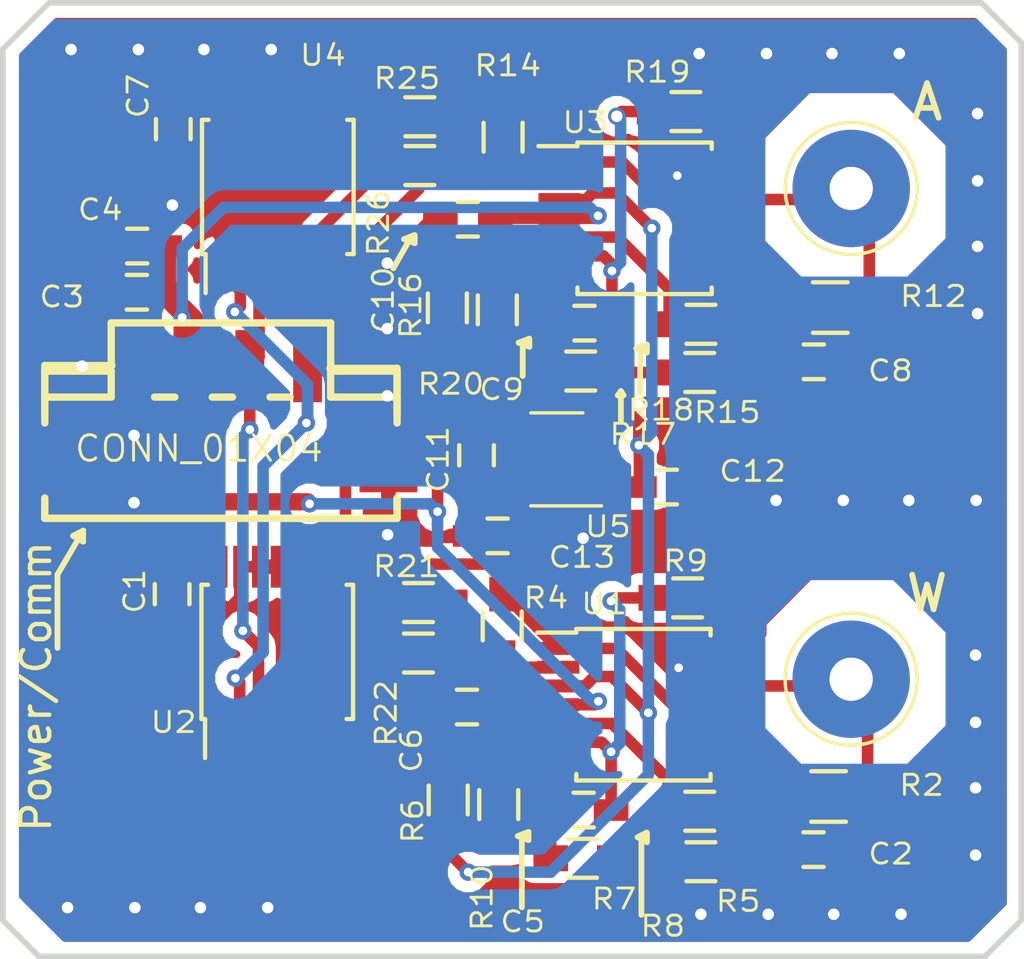
<source format=kicad_pcb>
(kicad_pcb (version 4) (host pcbnew 4.0.2+dfsg1-stable)

  (general
    (links 139)
    (no_connects 0)
    (area 149.520715 48.265 189.959285 85.17)
    (thickness 1.6)
    (drawings 39)
    (tracks 319)
    (zones 0)
    (modules 78)
    (nets 31)
  )

  (page A4)
  (layers
    (0 F.Cu signal)
    (31 B.Cu signal)
    (32 B.Adhes user)
    (33 F.Adhes user)
    (34 B.Paste user)
    (35 F.Paste user)
    (36 B.SilkS user)
    (37 F.SilkS user)
    (38 B.Mask user hide)
    (39 F.Mask user hide)
    (40 Dwgs.User user hide)
    (41 Cmts.User user hide)
    (42 Eco1.User user hide)
    (43 Eco2.User user)
    (44 Edge.Cuts user)
    (45 Margin user)
    (46 B.CrtYd user)
    (47 F.CrtYd user)
    (48 B.Fab user hide)
    (49 F.Fab user)
  )

  (setup
    (last_trace_width 0.4)
    (user_trace_width 0.25)
    (user_trace_width 0.3)
    (user_trace_width 0.4)
    (user_trace_width 0.6)
    (user_trace_width 0.8)
    (user_trace_width 1)
    (trace_clearance 0.2)
    (zone_clearance 0.4)
    (zone_45_only yes)
    (trace_min 0.2)
    (segment_width 0.01)
    (edge_width 0.15)
    (via_size 0.6)
    (via_drill 0.4)
    (via_min_size 0.4)
    (via_min_drill 0.3)
    (user_via 0.6 0.3)
    (user_via 1 0.6)
    (uvia_size 0.3)
    (uvia_drill 0.1)
    (uvias_allowed no)
    (uvia_min_size 0.2)
    (uvia_min_drill 0.1)
    (pcb_text_width 0.3)
    (pcb_text_size 1.5 1.5)
    (mod_edge_width 0.15)
    (mod_text_size 0.8 0.7)
    (mod_text_width 0.1)
    (pad_size 2.49936 1.99898)
    (pad_drill 0)
    (pad_to_mask_clearance 0.2)
    (aux_axis_origin 0 0)
    (visible_elements FFFEEF7F)
    (pcbplotparams
      (layerselection 0x010f0_80000001)
      (usegerberextensions true)
      (excludeedgelayer true)
      (linewidth 0.100000)
      (plotframeref false)
      (viasonmask false)
      (mode 1)
      (useauxorigin false)
      (hpglpennumber 1)
      (hpglpenspeed 20)
      (hpglpendiameter 15)
      (hpglpenoverlay 2)
      (psnegative false)
      (psa4output false)
      (plotreference true)
      (plotvalue true)
      (plotinvisibletext false)
      (padsonsilk false)
      (subtractmaskfromsilk false)
      (outputformat 1)
      (mirror false)
      (drillshape 0)
      (scaleselection 1)
      (outputdirectory gbr/))
  )

  (net 0 "")
  (net 1 GND)
  (net 2 /VCC)
  (net 3 "Net-(C2-Pad1)")
  (net 4 "Net-(C2-Pad2)")
  (net 5 "Net-(C5-Pad1)")
  (net 6 "Net-(C5-Pad2)")
  (net 7 "Net-(C8-Pad1)")
  (net 8 "Net-(C8-Pad2)")
  (net 9 "Net-(C9-Pad1)")
  (net 10 "Net-(C9-Pad2)")
  (net 11 /Ref)
  (net 12 "Net-(J1-Pad1)")
  (net 13 /SCL)
  (net 14 /SDA)
  (net 15 "Net-(J3-Pad1)")
  (net 16 "Net-(R4-Pad1)")
  (net 17 "Net-(R5-Pad2)")
  (net 18 "Net-(R6-Pad1)")
  (net 19 "Net-(R9-Pad1)")
  (net 20 "Net-(R14-Pad1)")
  (net 21 "Net-(R15-Pad2)")
  (net 22 "Net-(R16-Pad1)")
  (net 23 "Net-(R19-Pad1)")
  (net 24 "Net-(R21-Pad1)")
  (net 25 "Net-(R14-Pad2)")
  (net 26 "Net-(R22-Pad2)")
  (net 27 /ref_hi)
  (net 28 "Net-(R21-Pad2)")
  (net 29 "Net-(R25-Pad2)")
  (net 30 "Net-(R26-Pad2)")

  (net_class Default "This is the default net class."
    (clearance 0.2)
    (trace_width 0.25)
    (via_dia 0.6)
    (via_drill 0.4)
    (uvia_dia 0.3)
    (uvia_drill 0.1)
    (add_net /Ref)
    (add_net /SCL)
    (add_net /SDA)
    (add_net /VCC)
    (add_net /ref_hi)
    (add_net GND)
    (add_net "Net-(C2-Pad1)")
    (add_net "Net-(C2-Pad2)")
    (add_net "Net-(C5-Pad1)")
    (add_net "Net-(C5-Pad2)")
    (add_net "Net-(C8-Pad1)")
    (add_net "Net-(C8-Pad2)")
    (add_net "Net-(C9-Pad1)")
    (add_net "Net-(C9-Pad2)")
    (add_net "Net-(J1-Pad1)")
    (add_net "Net-(J3-Pad1)")
    (add_net "Net-(R14-Pad1)")
    (add_net "Net-(R14-Pad2)")
    (add_net "Net-(R15-Pad2)")
    (add_net "Net-(R16-Pad1)")
    (add_net "Net-(R19-Pad1)")
    (add_net "Net-(R21-Pad1)")
    (add_net "Net-(R21-Pad2)")
    (add_net "Net-(R22-Pad2)")
    (add_net "Net-(R25-Pad2)")
    (add_net "Net-(R26-Pad2)")
    (add_net "Net-(R4-Pad1)")
    (add_net "Net-(R5-Pad2)")
    (add_net "Net-(R6-Pad1)")
    (add_net "Net-(R9-Pad1)")
  )

  (module my_lib:via-0.6mm (layer F.Cu) (tedit 5ABBCDD0) (tstamp 5ABF7FAD)
    (at 154.51 62.9 90)
    (zone_connect 2)
    (fp_text reference REF** (at -1.27 2.54 90) (layer F.SilkS) hide
      (effects (font (size 0.7 0.8) (thickness 0.1)))
    )
    (fp_text value via-0.6mm (at 0 -2.54 90) (layer F.Fab) hide
      (effects (font (size 1 1) (thickness 0.15)))
    )
    (pad 1 thru_hole circle (at 0 0 90) (size 0.6 0.6) (drill 0.4) (layers *.Cu)
      (net 1 GND) (zone_connect 2))
  )

  (module my_lib:via-0.6mm (layer F.Cu) (tedit 5ABBCDD0) (tstamp 5ABF7ECE)
    (at 156.31 65.3 90)
    (zone_connect 2)
    (fp_text reference REF** (at -1.27 2.54 90) (layer F.SilkS) hide
      (effects (font (size 0.7 0.8) (thickness 0.1)))
    )
    (fp_text value via-0.6mm (at 0 -2.54 90) (layer F.Fab) hide
      (effects (font (size 1 1) (thickness 0.15)))
    )
    (pad 1 thru_hole circle (at 0 0 90) (size 0.6 0.6) (drill 0.4) (layers *.Cu)
      (net 1 GND) (zone_connect 2))
  )

  (module my_lib:via-0.6mm (layer F.Cu) (tedit 5ABBCDD0) (tstamp 5ABF7ECA)
    (at 156.31 67.63 90)
    (zone_connect 2)
    (fp_text reference REF** (at -1.27 2.54 90) (layer F.SilkS) hide
      (effects (font (size 0.7 0.8) (thickness 0.1)))
    )
    (fp_text value via-0.6mm (at 0 -2.54 90) (layer F.Fab) hide
      (effects (font (size 1 1) (thickness 0.15)))
    )
    (pad 1 thru_hole circle (at 0 0 90) (size 0.6 0.6) (drill 0.4) (layers *.Cu)
      (net 1 GND) (zone_connect 2))
  )

  (module my_lib:via-0.6mm (layer F.Cu) (tedit 5ABBCDD0) (tstamp 5ABBDE75)
    (at 175.88 52.07)
    (zone_connect 2)
    (fp_text reference REF** (at -1.27 2.54) (layer F.SilkS) hide
      (effects (font (size 0.7 0.8) (thickness 0.1)))
    )
    (fp_text value via-0.6mm (at 0 -2.54) (layer F.Fab) hide
      (effects (font (size 1 1) (thickness 0.15)))
    )
    (pad 1 thru_hole circle (at 0 0) (size 0.6 0.6) (drill 0.4) (layers *.Cu)
      (net 1 GND) (zone_connect 2))
  )

  (module my_lib:via-0.6mm (layer F.Cu) (tedit 5ABBCDD0) (tstamp 5ABBDE71)
    (at 178.21 52.07)
    (zone_connect 2)
    (fp_text reference REF** (at -1.27 2.54) (layer F.SilkS) hide
      (effects (font (size 0.7 0.8) (thickness 0.1)))
    )
    (fp_text value via-0.6mm (at 0 -2.54) (layer F.Fab) hide
      (effects (font (size 1 1) (thickness 0.15)))
    )
    (pad 1 thru_hole circle (at 0 0) (size 0.6 0.6) (drill 0.4) (layers *.Cu)
      (net 1 GND) (zone_connect 2))
  )

  (module my_lib:via-0.6mm (layer F.Cu) (tedit 5ABBCDD0) (tstamp 5ABBDE6D)
    (at 182.81 52.07)
    (zone_connect 2)
    (fp_text reference REF** (at -1.27 2.54) (layer F.SilkS) hide
      (effects (font (size 0.7 0.8) (thickness 0.1)))
    )
    (fp_text value via-0.6mm (at 0 -2.54) (layer F.Fab) hide
      (effects (font (size 1 1) (thickness 0.15)))
    )
    (pad 1 thru_hole circle (at 0 0) (size 0.6 0.6) (drill 0.4) (layers *.Cu)
      (net 1 GND) (zone_connect 2))
  )

  (module my_lib:via-0.6mm (layer F.Cu) (tedit 5ABBCDD0) (tstamp 5ABBDE69)
    (at 180.48 52.07)
    (zone_connect 2)
    (fp_text reference REF** (at -1.27 2.54) (layer F.SilkS) hide
      (effects (font (size 0.7 0.8) (thickness 0.1)))
    )
    (fp_text value via-0.6mm (at 0 -2.54) (layer F.Fab) hide
      (effects (font (size 1 1) (thickness 0.15)))
    )
    (pad 1 thru_hole circle (at 0 0) (size 0.6 0.6) (drill 0.4) (layers *.Cu)
      (net 1 GND) (zone_connect 2))
  )

  (module my_lib:via-0.6mm (layer F.Cu) (tedit 5ABBCDD0) (tstamp 5ABBDE65)
    (at 175.94 81.89)
    (zone_connect 2)
    (fp_text reference REF** (at -1.27 2.54) (layer F.SilkS) hide
      (effects (font (size 0.7 0.8) (thickness 0.1)))
    )
    (fp_text value via-0.6mm (at 0 -2.54) (layer F.Fab) hide
      (effects (font (size 1 1) (thickness 0.15)))
    )
    (pad 1 thru_hole circle (at 0 0) (size 0.6 0.6) (drill 0.4) (layers *.Cu)
      (net 1 GND) (zone_connect 2))
  )

  (module my_lib:via-0.6mm (layer F.Cu) (tedit 5ABBCDD0) (tstamp 5ABBDE61)
    (at 178.27 81.89)
    (zone_connect 2)
    (fp_text reference REF** (at -1.27 2.54) (layer F.SilkS) hide
      (effects (font (size 0.7 0.8) (thickness 0.1)))
    )
    (fp_text value via-0.6mm (at 0 -2.54) (layer F.Fab) hide
      (effects (font (size 1 1) (thickness 0.15)))
    )
    (pad 1 thru_hole circle (at 0 0) (size 0.6 0.6) (drill 0.4) (layers *.Cu)
      (net 1 GND) (zone_connect 2))
  )

  (module my_lib:via-0.6mm (layer F.Cu) (tedit 5ABBCDD0) (tstamp 5ABBDE5D)
    (at 182.87 81.89)
    (zone_connect 2)
    (fp_text reference REF** (at -1.27 2.54) (layer F.SilkS) hide
      (effects (font (size 0.7 0.8) (thickness 0.1)))
    )
    (fp_text value via-0.6mm (at 0 -2.54) (layer F.Fab) hide
      (effects (font (size 1 1) (thickness 0.15)))
    )
    (pad 1 thru_hole circle (at 0 0) (size 0.6 0.6) (drill 0.4) (layers *.Cu)
      (net 1 GND) (zone_connect 2))
  )

  (module my_lib:via-0.6mm (layer F.Cu) (tedit 5ABBCDD0) (tstamp 5ABBDE59)
    (at 180.54 81.89)
    (zone_connect 2)
    (fp_text reference REF** (at -1.27 2.54) (layer F.SilkS) hide
      (effects (font (size 0.7 0.8) (thickness 0.1)))
    )
    (fp_text value via-0.6mm (at 0 -2.54) (layer F.Fab) hide
      (effects (font (size 1 1) (thickness 0.15)))
    )
    (pad 1 thru_hole circle (at 0 0) (size 0.6 0.6) (drill 0.4) (layers *.Cu)
      (net 1 GND) (zone_connect 2))
  )

  (module my_lib:via-0.6mm (layer F.Cu) (tedit 5ABBCDD0) (tstamp 5ABBDD04)
    (at 171.86 68.86 270)
    (zone_connect 2)
    (fp_text reference REF** (at -1.27 2.54 270) (layer F.SilkS) hide
      (effects (font (size 0.7 0.8) (thickness 0.1)))
    )
    (fp_text value via-0.6mm (at 0 -2.54 270) (layer F.Fab) hide
      (effects (font (size 1 1) (thickness 0.15)))
    )
    (pad 1 thru_hole circle (at 0 0 270) (size 0.6 0.6) (drill 0.4) (layers *.Cu)
      (net 1 GND) (zone_connect 2))
  )

  (module my_lib:via-0.6mm (layer F.Cu) (tedit 5ABBCDD0) (tstamp 5ABBDD00)
    (at 165.09 68.74 270)
    (zone_connect 2)
    (fp_text reference REF** (at -1.27 2.54 270) (layer F.SilkS) hide
      (effects (font (size 0.7 0.8) (thickness 0.1)))
    )
    (fp_text value via-0.6mm (at 0 -2.54 270) (layer F.Fab) hide
      (effects (font (size 1 1) (thickness 0.15)))
    )
    (pad 1 thru_hole circle (at 0 0 270) (size 0.6 0.6) (drill 0.4) (layers *.Cu)
      (net 1 GND) (zone_connect 2))
  )

  (module my_lib:via-0.6mm (layer F.Cu) (tedit 5ABBCDD0) (tstamp 5ABBDC52)
    (at 165.08 61.6 270)
    (zone_connect 2)
    (fp_text reference REF** (at -1.27 2.54 270) (layer F.SilkS) hide
      (effects (font (size 0.7 0.8) (thickness 0.1)))
    )
    (fp_text value via-0.6mm (at 0 -2.54 270) (layer F.Fab) hide
      (effects (font (size 1 1) (thickness 0.15)))
    )
    (pad 1 thru_hole circle (at 0 0 270) (size 0.6 0.6) (drill 0.4) (layers *.Cu)
      (net 1 GND) (zone_connect 2))
  )

  (module my_lib:via-0.6mm (layer F.Cu) (tedit 5ABBCDD0) (tstamp 5ABBDC4E)
    (at 165.08 59.33 270)
    (zone_connect 2)
    (fp_text reference REF** (at -1.27 2.54 270) (layer F.SilkS) hide
      (effects (font (size 0.7 0.8) (thickness 0.1)))
    )
    (fp_text value via-0.6mm (at 0 -2.54 270) (layer F.Fab) hide
      (effects (font (size 1 1) (thickness 0.15)))
    )
    (pad 1 thru_hole circle (at 0 0 270) (size 0.6 0.6) (drill 0.4) (layers *.Cu)
      (net 1 GND) (zone_connect 2))
  )

  (module my_lib:via-0.6mm (layer F.Cu) (tedit 5ABBCDD0) (tstamp 5ABBDC4A)
    (at 165.08 63.93 270)
    (zone_connect 2)
    (fp_text reference REF** (at -1.27 2.54 270) (layer F.SilkS) hide
      (effects (font (size 0.7 0.8) (thickness 0.1)))
    )
    (fp_text value via-0.6mm (at 0 -2.54 270) (layer F.Fab) hide
      (effects (font (size 1 1) (thickness 0.15)))
    )
    (pad 1 thru_hole circle (at 0 0 270) (size 0.6 0.6) (drill 0.4) (layers *.Cu)
      (net 1 GND) (zone_connect 2))
  )

  (module my_lib:via-0.6mm (layer F.Cu) (tedit 5ABBCDD0) (tstamp 5ABBD13F)
    (at 178.54 67.55 180)
    (zone_connect 2)
    (fp_text reference REF** (at -1.27 2.54 180) (layer F.SilkS) hide
      (effects (font (size 0.7 0.8) (thickness 0.1)))
    )
    (fp_text value via-0.6mm (at 0 -2.54 180) (layer F.Fab) hide
      (effects (font (size 1 1) (thickness 0.15)))
    )
    (pad 1 thru_hole circle (at 0 0 180) (size 0.6 0.6) (drill 0.4) (layers *.Cu)
      (net 1 GND) (zone_connect 2))
  )

  (module my_lib:via-0.6mm (layer F.Cu) (tedit 5ABBCDD0) (tstamp 5ABBD13B)
    (at 185.47 67.55 180)
    (zone_connect 2)
    (fp_text reference REF** (at -1.27 2.54 180) (layer F.SilkS) hide
      (effects (font (size 0.7 0.8) (thickness 0.1)))
    )
    (fp_text value via-0.6mm (at 0 -2.54 180) (layer F.Fab) hide
      (effects (font (size 1 1) (thickness 0.15)))
    )
    (pad 1 thru_hole circle (at 0 0 180) (size 0.6 0.6) (drill 0.4) (layers *.Cu)
      (net 1 GND) (zone_connect 2))
  )

  (module my_lib:via-0.6mm (layer F.Cu) (tedit 5ABBCDD0) (tstamp 5ABBD137)
    (at 180.87 67.55 180)
    (zone_connect 2)
    (fp_text reference REF** (at -1.27 2.54 180) (layer F.SilkS) hide
      (effects (font (size 0.7 0.8) (thickness 0.1)))
    )
    (fp_text value via-0.6mm (at 0 -2.54 180) (layer F.Fab) hide
      (effects (font (size 1 1) (thickness 0.15)))
    )
    (pad 1 thru_hole circle (at 0 0 180) (size 0.6 0.6) (drill 0.4) (layers *.Cu)
      (net 1 GND) (zone_connect 2))
  )

  (module my_lib:via-0.6mm (layer F.Cu) (tedit 5ABBCDD0) (tstamp 5ABBD133)
    (at 183.14 67.55 180)
    (zone_connect 2)
    (fp_text reference REF** (at -1.27 2.54 180) (layer F.SilkS) hide
      (effects (font (size 0.7 0.8) (thickness 0.1)))
    )
    (fp_text value via-0.6mm (at 0 -2.54 180) (layer F.Fab) hide
      (effects (font (size 1 1) (thickness 0.15)))
    )
    (pad 1 thru_hole circle (at 0 0 180) (size 0.6 0.6) (drill 0.4) (layers *.Cu)
      (net 1 GND) (zone_connect 2))
  )

  (module my_lib:via-0.6mm (layer F.Cu) (tedit 5ABBCDD0) (tstamp 5ABBD12F)
    (at 185.52 54.15 90)
    (zone_connect 2)
    (fp_text reference REF** (at -1.27 2.54 90) (layer F.SilkS) hide
      (effects (font (size 0.7 0.8) (thickness 0.1)))
    )
    (fp_text value via-0.6mm (at 0 -2.54 90) (layer F.Fab) hide
      (effects (font (size 1 1) (thickness 0.15)))
    )
    (pad 1 thru_hole circle (at 0 0 90) (size 0.6 0.6) (drill 0.4) (layers *.Cu)
      (net 1 GND) (zone_connect 2))
  )

  (module my_lib:via-0.6mm (layer F.Cu) (tedit 5ABBCDD0) (tstamp 5ABBD12B)
    (at 185.52 61.08 90)
    (zone_connect 2)
    (fp_text reference REF** (at -1.27 2.54 90) (layer F.SilkS) hide
      (effects (font (size 0.7 0.8) (thickness 0.1)))
    )
    (fp_text value via-0.6mm (at 0 -2.54 90) (layer F.Fab) hide
      (effects (font (size 1 1) (thickness 0.15)))
    )
    (pad 1 thru_hole circle (at 0 0 90) (size 0.6 0.6) (drill 0.4) (layers *.Cu)
      (net 1 GND) (zone_connect 2))
  )

  (module my_lib:via-0.6mm (layer F.Cu) (tedit 5ABBCDD0) (tstamp 5ABBD127)
    (at 185.52 56.48 90)
    (zone_connect 2)
    (fp_text reference REF** (at -1.27 2.54 90) (layer F.SilkS) hide
      (effects (font (size 0.7 0.8) (thickness 0.1)))
    )
    (fp_text value via-0.6mm (at 0 -2.54 90) (layer F.Fab) hide
      (effects (font (size 1 1) (thickness 0.15)))
    )
    (pad 1 thru_hole circle (at 0 0 90) (size 0.6 0.6) (drill 0.4) (layers *.Cu)
      (net 1 GND) (zone_connect 2))
  )

  (module my_lib:via-0.6mm (layer F.Cu) (tedit 5ABBCDD0) (tstamp 5ABBD123)
    (at 185.52 58.75 90)
    (zone_connect 2)
    (fp_text reference REF** (at -1.27 2.54 90) (layer F.SilkS) hide
      (effects (font (size 0.7 0.8) (thickness 0.1)))
    )
    (fp_text value via-0.6mm (at 0 -2.54 90) (layer F.Fab) hide
      (effects (font (size 1 1) (thickness 0.15)))
    )
    (pad 1 thru_hole circle (at 0 0 90) (size 0.6 0.6) (drill 0.4) (layers *.Cu)
      (net 1 GND) (zone_connect 2))
  )

  (module my_lib:via-0.6mm (layer F.Cu) (tedit 5ABBCDD0) (tstamp 5ABBD11F)
    (at 185.45 72.91 90)
    (zone_connect 2)
    (fp_text reference REF** (at -1.27 2.54 90) (layer F.SilkS) hide
      (effects (font (size 0.7 0.8) (thickness 0.1)))
    )
    (fp_text value via-0.6mm (at 0 -2.54 90) (layer F.Fab) hide
      (effects (font (size 1 1) (thickness 0.15)))
    )
    (pad 1 thru_hole circle (at 0 0 90) (size 0.6 0.6) (drill 0.4) (layers *.Cu)
      (net 1 GND) (zone_connect 2))
  )

  (module my_lib:via-0.6mm (layer F.Cu) (tedit 5ABBCDD0) (tstamp 5ABBD11B)
    (at 185.45 79.84 90)
    (zone_connect 2)
    (fp_text reference REF** (at -1.27 2.54 90) (layer F.SilkS) hide
      (effects (font (size 0.7 0.8) (thickness 0.1)))
    )
    (fp_text value via-0.6mm (at 0 -2.54 90) (layer F.Fab) hide
      (effects (font (size 1 1) (thickness 0.15)))
    )
    (pad 1 thru_hole circle (at 0 0 90) (size 0.6 0.6) (drill 0.4) (layers *.Cu)
      (net 1 GND) (zone_connect 2))
  )

  (module my_lib:via-0.6mm (layer F.Cu) (tedit 5ABBCDD0) (tstamp 5ABBD117)
    (at 185.45 75.24 90)
    (zone_connect 2)
    (fp_text reference REF** (at -1.27 2.54 90) (layer F.SilkS) hide
      (effects (font (size 0.7 0.8) (thickness 0.1)))
    )
    (fp_text value via-0.6mm (at 0 -2.54 90) (layer F.Fab) hide
      (effects (font (size 1 1) (thickness 0.15)))
    )
    (pad 1 thru_hole circle (at 0 0 90) (size 0.6 0.6) (drill 0.4) (layers *.Cu)
      (net 1 GND) (zone_connect 2))
  )

  (module my_lib:via-0.6mm (layer F.Cu) (tedit 5ABBCDD0) (tstamp 5ABBD113)
    (at 185.45 77.51 90)
    (zone_connect 2)
    (fp_text reference REF** (at -1.27 2.54 90) (layer F.SilkS) hide
      (effects (font (size 0.7 0.8) (thickness 0.1)))
    )
    (fp_text value via-0.6mm (at 0 -2.54 90) (layer F.Fab) hide
      (effects (font (size 1 1) (thickness 0.15)))
    )
    (pad 1 thru_hole circle (at 0 0 90) (size 0.6 0.6) (drill 0.4) (layers *.Cu)
      (net 1 GND) (zone_connect 2))
  )

  (module my_lib:via-0.6mm (layer F.Cu) (tedit 5ABBCDD0) (tstamp 5ABBD10F)
    (at 160.94 81.66)
    (zone_connect 2)
    (fp_text reference REF** (at -1.27 2.54) (layer F.SilkS) hide
      (effects (font (size 0.7 0.8) (thickness 0.1)))
    )
    (fp_text value via-0.6mm (at 0 -2.54) (layer F.Fab) hide
      (effects (font (size 1 1) (thickness 0.15)))
    )
    (pad 1 thru_hole circle (at 0 0) (size 0.6 0.6) (drill 0.4) (layers *.Cu)
      (net 1 GND) (zone_connect 2))
  )

  (module my_lib:via-0.6mm (layer F.Cu) (tedit 5ABBCDD0) (tstamp 5ABBD10B)
    (at 154.01 81.66)
    (zone_connect 2)
    (fp_text reference REF** (at -1.27 2.54) (layer F.SilkS) hide
      (effects (font (size 0.7 0.8) (thickness 0.1)))
    )
    (fp_text value via-0.6mm (at 0 -2.54) (layer F.Fab) hide
      (effects (font (size 1 1) (thickness 0.15)))
    )
    (pad 1 thru_hole circle (at 0 0) (size 0.6 0.6) (drill 0.4) (layers *.Cu)
      (net 1 GND) (zone_connect 2))
  )

  (module my_lib:via-0.6mm (layer F.Cu) (tedit 5ABBCDD0) (tstamp 5ABBD107)
    (at 158.61 81.66)
    (zone_connect 2)
    (fp_text reference REF** (at -1.27 2.54) (layer F.SilkS) hide
      (effects (font (size 0.7 0.8) (thickness 0.1)))
    )
    (fp_text value via-0.6mm (at 0 -2.54) (layer F.Fab) hide
      (effects (font (size 1 1) (thickness 0.15)))
    )
    (pad 1 thru_hole circle (at 0 0) (size 0.6 0.6) (drill 0.4) (layers *.Cu)
      (net 1 GND) (zone_connect 2))
  )

  (module my_lib:via-0.6mm (layer F.Cu) (tedit 5ABBCDD0) (tstamp 5ABBD103)
    (at 156.34 81.66)
    (zone_connect 2)
    (fp_text reference REF** (at -1.27 2.54) (layer F.SilkS) hide
      (effects (font (size 0.7 0.8) (thickness 0.1)))
    )
    (fp_text value via-0.6mm (at 0 -2.54) (layer F.Fab) hide
      (effects (font (size 1 1) (thickness 0.15)))
    )
    (pad 1 thru_hole circle (at 0 0) (size 0.6 0.6) (drill 0.4) (layers *.Cu)
      (net 1 GND) (zone_connect 2))
  )

  (module my_lib:via-0.6mm (layer F.Cu) (tedit 5ABBCDD0) (tstamp 5ABBD0FE)
    (at 161.06 51.93)
    (zone_connect 2)
    (fp_text reference REF** (at -1.27 2.54) (layer F.SilkS) hide
      (effects (font (size 0.7 0.8) (thickness 0.1)))
    )
    (fp_text value via-0.6mm (at 0 -2.54) (layer F.Fab) hide
      (effects (font (size 1 1) (thickness 0.15)))
    )
    (pad 1 thru_hole circle (at 0 0) (size 0.6 0.6) (drill 0.4) (layers *.Cu)
      (net 1 GND) (zone_connect 2))
  )

  (module my_lib:via-0.6mm (layer F.Cu) (tedit 5ABBCDD0) (tstamp 5ABBD0FA)
    (at 158.73 51.93)
    (zone_connect 2)
    (fp_text reference REF** (at -1.27 2.54) (layer F.SilkS) hide
      (effects (font (size 0.7 0.8) (thickness 0.1)))
    )
    (fp_text value via-0.6mm (at 0 -2.54) (layer F.Fab) hide
      (effects (font (size 1 1) (thickness 0.15)))
    )
    (pad 1 thru_hole circle (at 0 0) (size 0.6 0.6) (drill 0.4) (layers *.Cu)
      (net 1 GND) (zone_connect 2))
  )

  (module my_lib:via-0.6mm (layer F.Cu) (tedit 5ABBCDD0) (tstamp 5ABBD0F5)
    (at 156.46 51.93)
    (zone_connect 2)
    (fp_text reference REF** (at -1.27 2.54) (layer F.SilkS) hide
      (effects (font (size 0.7 0.8) (thickness 0.1)))
    )
    (fp_text value via-0.6mm (at 0 -2.54) (layer F.Fab) hide
      (effects (font (size 1 1) (thickness 0.15)))
    )
    (pad 1 thru_hole circle (at 0 0) (size 0.6 0.6) (drill 0.4) (layers *.Cu)
      (net 1 GND) (zone_connect 2))
  )

  (module my_lib:via-0.6mm (layer F.Cu) (tedit 5ABBCDD0) (tstamp 5ABBD0F1)
    (at 154.13 51.93)
    (zone_connect 2)
    (fp_text reference REF** (at -1.27 2.54) (layer F.SilkS) hide
      (effects (font (size 0.7 0.8) (thickness 0.1)))
    )
    (fp_text value via-0.6mm (at 0 -2.54) (layer F.Fab) hide
      (effects (font (size 1 1) (thickness 0.15)))
    )
    (pad 1 thru_hole circle (at 0 0) (size 0.6 0.6) (drill 0.4) (layers *.Cu)
      (net 1 GND) (zone_connect 2))
  )

  (module Housings_SSOP:TSSOP-14_4.4x5mm_Pitch0.65mm (layer F.Cu) (tedit 54130A77) (tstamp 5985C9BB)
    (at 173.99 57.77738)
    (descr "14-Lead Plastic Thin Shrink Small Outline (ST)-4.4 mm Body [TSSOP] (see Microchip Packaging Specification 00000049BS.pdf)")
    (tags "SSOP 0.65")
    (path /5985D398)
    (attr smd)
    (fp_text reference U3 (at -2.05 -3.31738) (layer F.SilkS)
      (effects (font (size 0.7 0.8) (thickness 0.1)))
    )
    (fp_text value MCP6V34 (at 0 3.55) (layer F.Fab)
      (effects (font (size 1 1) (thickness 0.15)))
    )
    (fp_line (start -1.2 -2.5) (end 2.2 -2.5) (layer F.Fab) (width 0.15))
    (fp_line (start 2.2 -2.5) (end 2.2 2.5) (layer F.Fab) (width 0.15))
    (fp_line (start 2.2 2.5) (end -2.2 2.5) (layer F.Fab) (width 0.15))
    (fp_line (start -2.2 2.5) (end -2.2 -1.5) (layer F.Fab) (width 0.15))
    (fp_line (start -2.2 -1.5) (end -1.2 -2.5) (layer F.Fab) (width 0.15))
    (fp_line (start -3.95 -2.8) (end -3.95 2.8) (layer F.CrtYd) (width 0.05))
    (fp_line (start 3.95 -2.8) (end 3.95 2.8) (layer F.CrtYd) (width 0.05))
    (fp_line (start -3.95 -2.8) (end 3.95 -2.8) (layer F.CrtYd) (width 0.05))
    (fp_line (start -3.95 2.8) (end 3.95 2.8) (layer F.CrtYd) (width 0.05))
    (fp_line (start -2.325 -2.625) (end -2.325 -2.5) (layer F.SilkS) (width 0.15))
    (fp_line (start 2.325 -2.625) (end 2.325 -2.4) (layer F.SilkS) (width 0.15))
    (fp_line (start 2.325 2.625) (end 2.325 2.4) (layer F.SilkS) (width 0.15))
    (fp_line (start -2.325 2.625) (end -2.325 2.4) (layer F.SilkS) (width 0.15))
    (fp_line (start -2.325 -2.625) (end 2.325 -2.625) (layer F.SilkS) (width 0.15))
    (fp_line (start -2.325 2.625) (end 2.325 2.625) (layer F.SilkS) (width 0.15))
    (fp_line (start -2.325 -2.5) (end -3.675 -2.5) (layer F.SilkS) (width 0.15))
    (pad 1 smd rect (at -2.95 -1.95) (size 1.45 0.45) (layers F.Cu F.Paste F.Mask)
      (net 20 "Net-(R14-Pad1)"))
    (pad 2 smd rect (at -2.95 -1.3) (size 1.45 0.45) (layers F.Cu F.Paste F.Mask)
      (net 25 "Net-(R14-Pad2)"))
    (pad 3 smd rect (at -2.95 -0.65) (size 1.45 0.45) (layers F.Cu F.Paste F.Mask)
      (net 11 /Ref))
    (pad 4 smd rect (at -2.95 0) (size 1.45 0.45) (layers F.Cu F.Paste F.Mask)
      (net 2 /VCC))
    (pad 5 smd rect (at -2.95 0.65) (size 1.45 0.45) (layers F.Cu F.Paste F.Mask)
      (net 22 "Net-(R16-Pad1)"))
    (pad 6 smd rect (at -2.95 1.3) (size 1.45 0.45) (layers F.Cu F.Paste F.Mask)
      (net 9 "Net-(C9-Pad1)"))
    (pad 7 smd rect (at -2.95 1.95) (size 1.45 0.45) (layers F.Cu F.Paste F.Mask)
      (net 10 "Net-(C9-Pad2)"))
    (pad 8 smd rect (at 2.95 1.95) (size 1.45 0.45) (layers F.Cu F.Paste F.Mask)
      (net 7 "Net-(C8-Pad1)"))
    (pad 9 smd rect (at 2.95 1.3) (size 1.45 0.45) (layers F.Cu F.Paste F.Mask)
      (net 21 "Net-(R15-Pad2)"))
    (pad 10 smd rect (at 2.95 0.65) (size 1.45 0.45) (layers F.Cu F.Paste F.Mask)
      (net 20 "Net-(R14-Pad1)"))
    (pad 11 smd rect (at 2.95 0) (size 1.45 0.45) (layers F.Cu F.Paste F.Mask)
      (net 1 GND))
    (pad 12 smd rect (at 2.95 -0.65) (size 1.45 0.45) (layers F.Cu F.Paste F.Mask)
      (net 15 "Net-(J3-Pad1)"))
    (pad 13 smd rect (at 2.95 -1.3) (size 1.45 0.45) (layers F.Cu F.Paste F.Mask)
      (net 23 "Net-(R19-Pad1)"))
    (pad 14 smd rect (at 2.95 -1.95) (size 1.45 0.45) (layers F.Cu F.Paste F.Mask)
      (net 23 "Net-(R19-Pad1)"))
    (model Housings_SSOP.3dshapes/TSSOP-14_4.4x5mm_Pitch0.65mm.wrl
      (at (xyz 0 0 0))
      (scale (xyz 1 1 1))
      (rotate (xyz 0 0 0))
    )
  )

  (module Housings_SSOP:TSSOP-14_4.4x5mm_Pitch0.65mm (layer F.Cu) (tedit 54130A77) (tstamp 5985C9CD)
    (at 161.29002 56.69204 90)
    (descr "14-Lead Plastic Thin Shrink Small Outline (ST)-4.4 mm Body [TSSOP] (see Microchip Packaging Specification 00000049BS.pdf)")
    (tags "SSOP 0.65")
    (path /5985D41D)
    (attr smd)
    (fp_text reference U4 (at 4.56204 1.55998 180) (layer F.SilkS)
      (effects (font (size 0.7 0.8) (thickness 0.1)))
    )
    (fp_text value MCP465X (at 0 3.55 90) (layer F.Fab)
      (effects (font (size 1 1) (thickness 0.15)))
    )
    (fp_line (start -1.2 -2.5) (end 2.2 -2.5) (layer F.Fab) (width 0.15))
    (fp_line (start 2.2 -2.5) (end 2.2 2.5) (layer F.Fab) (width 0.15))
    (fp_line (start 2.2 2.5) (end -2.2 2.5) (layer F.Fab) (width 0.15))
    (fp_line (start -2.2 2.5) (end -2.2 -1.5) (layer F.Fab) (width 0.15))
    (fp_line (start -2.2 -1.5) (end -1.2 -2.5) (layer F.Fab) (width 0.15))
    (fp_line (start -3.95 -2.8) (end -3.95 2.8) (layer F.CrtYd) (width 0.05))
    (fp_line (start 3.95 -2.8) (end 3.95 2.8) (layer F.CrtYd) (width 0.05))
    (fp_line (start -3.95 -2.8) (end 3.95 -2.8) (layer F.CrtYd) (width 0.05))
    (fp_line (start -3.95 2.8) (end 3.95 2.8) (layer F.CrtYd) (width 0.05))
    (fp_line (start -2.325 -2.625) (end -2.325 -2.5) (layer F.SilkS) (width 0.15))
    (fp_line (start 2.325 -2.625) (end 2.325 -2.4) (layer F.SilkS) (width 0.15))
    (fp_line (start 2.325 2.625) (end 2.325 2.4) (layer F.SilkS) (width 0.15))
    (fp_line (start -2.325 2.625) (end -2.325 2.4) (layer F.SilkS) (width 0.15))
    (fp_line (start -2.325 -2.625) (end 2.325 -2.625) (layer F.SilkS) (width 0.15))
    (fp_line (start -2.325 2.625) (end 2.325 2.625) (layer F.SilkS) (width 0.15))
    (fp_line (start -2.325 -2.5) (end -3.675 -2.5) (layer F.SilkS) (width 0.15))
    (pad 1 smd rect (at -2.95 -1.95 90) (size 1.45 0.45) (layers F.Cu F.Paste F.Mask)
      (net 1 GND))
    (pad 2 smd rect (at -2.95 -1.3 90) (size 1.45 0.45) (layers F.Cu F.Paste F.Mask)
      (net 13 /SCL))
    (pad 3 smd rect (at -2.95 -0.65 90) (size 1.45 0.45) (layers F.Cu F.Paste F.Mask)
      (net 14 /SDA))
    (pad 4 smd rect (at -2.95 0 90) (size 1.45 0.45) (layers F.Cu F.Paste F.Mask)
      (net 1 GND))
    (pad 5 smd rect (at -2.95 0.65 90) (size 1.45 0.45) (layers F.Cu F.Paste F.Mask)
      (net 1 GND))
    (pad 6 smd rect (at -2.95 1.3 90) (size 1.45 0.45) (layers F.Cu F.Paste F.Mask)
      (net 30 "Net-(R26-Pad2)"))
    (pad 7 smd rect (at -2.95 1.95 90) (size 1.45 0.45) (layers F.Cu F.Paste F.Mask)
      (net 27 /ref_hi))
    (pad 8 smd rect (at 2.95 1.95 90) (size 1.45 0.45) (layers F.Cu F.Paste F.Mask)
      (net 27 /ref_hi))
    (pad 9 smd rect (at 2.95 1.3 90) (size 1.45 0.45) (layers F.Cu F.Paste F.Mask)
      (net 29 "Net-(R25-Pad2)"))
    (pad 10 smd rect (at 2.95 0.65 90) (size 1.45 0.45) (layers F.Cu F.Paste F.Mask)
      (net 1 GND))
    (pad 11 smd rect (at 2.95 0 90) (size 1.45 0.45) (layers F.Cu F.Paste F.Mask)
      (net 1 GND))
    (pad 12 smd rect (at 2.95 -0.65 90) (size 1.45 0.45) (layers F.Cu F.Paste F.Mask)
      (net 1 GND))
    (pad 13 smd rect (at 2.95 -1.3 90) (size 1.45 0.45) (layers F.Cu F.Paste F.Mask)
      (net 2 /VCC))
    (pad 14 smd rect (at 2.95 -1.95 90) (size 1.45 0.45) (layers F.Cu F.Paste F.Mask)
      (net 2 /VCC))
    (model Housings_SSOP.3dshapes/TSSOP-14_4.4x5mm_Pitch0.65mm.wrl
      (at (xyz 0 0 0))
      (scale (xyz 1 1 1))
      (rotate (xyz 0 0 0))
    )
  )

  (module Housings_SSOP:TSSOP-14_4.4x5mm_Pitch0.65mm (layer F.Cu) (tedit 54130A77) (tstamp 5985C997)
    (at 173.95 74.63)
    (descr "14-Lead Plastic Thin Shrink Small Outline (ST)-4.4 mm Body [TSSOP] (see Microchip Packaging Specification 00000049BS.pdf)")
    (tags "SSOP 0.65")
    (path /59844585)
    (attr smd)
    (fp_text reference U1 (at -1.36 -3.5) (layer F.SilkS)
      (effects (font (size 0.7 0.8) (thickness 0.1)))
    )
    (fp_text value MCP6V34 (at 0 3.55) (layer F.Fab)
      (effects (font (size 1 1) (thickness 0.15)))
    )
    (fp_line (start -1.2 -2.5) (end 2.2 -2.5) (layer F.Fab) (width 0.15))
    (fp_line (start 2.2 -2.5) (end 2.2 2.5) (layer F.Fab) (width 0.15))
    (fp_line (start 2.2 2.5) (end -2.2 2.5) (layer F.Fab) (width 0.15))
    (fp_line (start -2.2 2.5) (end -2.2 -1.5) (layer F.Fab) (width 0.15))
    (fp_line (start -2.2 -1.5) (end -1.2 -2.5) (layer F.Fab) (width 0.15))
    (fp_line (start -3.95 -2.8) (end -3.95 2.8) (layer F.CrtYd) (width 0.05))
    (fp_line (start 3.95 -2.8) (end 3.95 2.8) (layer F.CrtYd) (width 0.05))
    (fp_line (start -3.95 -2.8) (end 3.95 -2.8) (layer F.CrtYd) (width 0.05))
    (fp_line (start -3.95 2.8) (end 3.95 2.8) (layer F.CrtYd) (width 0.05))
    (fp_line (start -2.325 -2.625) (end -2.325 -2.5) (layer F.SilkS) (width 0.15))
    (fp_line (start 2.325 -2.625) (end 2.325 -2.4) (layer F.SilkS) (width 0.15))
    (fp_line (start 2.325 2.625) (end 2.325 2.4) (layer F.SilkS) (width 0.15))
    (fp_line (start -2.325 2.625) (end -2.325 2.4) (layer F.SilkS) (width 0.15))
    (fp_line (start -2.325 -2.625) (end 2.325 -2.625) (layer F.SilkS) (width 0.15))
    (fp_line (start -2.325 2.625) (end 2.325 2.625) (layer F.SilkS) (width 0.15))
    (fp_line (start -2.325 -2.5) (end -3.675 -2.5) (layer F.SilkS) (width 0.15))
    (pad 1 smd rect (at -2.95 -1.95) (size 1.45 0.45) (layers F.Cu F.Paste F.Mask)
      (net 16 "Net-(R4-Pad1)"))
    (pad 2 smd rect (at -2.95 -1.3) (size 1.45 0.45) (layers F.Cu F.Paste F.Mask)
      (net 24 "Net-(R21-Pad1)"))
    (pad 3 smd rect (at -2.95 -0.65) (size 1.45 0.45) (layers F.Cu F.Paste F.Mask)
      (net 11 /Ref))
    (pad 4 smd rect (at -2.95 0) (size 1.45 0.45) (layers F.Cu F.Paste F.Mask)
      (net 2 /VCC))
    (pad 5 smd rect (at -2.95 0.65) (size 1.45 0.45) (layers F.Cu F.Paste F.Mask)
      (net 18 "Net-(R6-Pad1)"))
    (pad 6 smd rect (at -2.95 1.3) (size 1.45 0.45) (layers F.Cu F.Paste F.Mask)
      (net 5 "Net-(C5-Pad1)"))
    (pad 7 smd rect (at -2.95 1.95) (size 1.45 0.45) (layers F.Cu F.Paste F.Mask)
      (net 6 "Net-(C5-Pad2)"))
    (pad 8 smd rect (at 2.95 1.95) (size 1.45 0.45) (layers F.Cu F.Paste F.Mask)
      (net 3 "Net-(C2-Pad1)"))
    (pad 9 smd rect (at 2.95 1.3) (size 1.45 0.45) (layers F.Cu F.Paste F.Mask)
      (net 17 "Net-(R5-Pad2)"))
    (pad 10 smd rect (at 2.95 0.65) (size 1.45 0.45) (layers F.Cu F.Paste F.Mask)
      (net 16 "Net-(R4-Pad1)"))
    (pad 11 smd rect (at 2.95 0) (size 1.45 0.45) (layers F.Cu F.Paste F.Mask)
      (net 1 GND))
    (pad 12 smd rect (at 2.95 -0.65) (size 1.45 0.45) (layers F.Cu F.Paste F.Mask)
      (net 12 "Net-(J1-Pad1)"))
    (pad 13 smd rect (at 2.95 -1.3) (size 1.45 0.45) (layers F.Cu F.Paste F.Mask)
      (net 19 "Net-(R9-Pad1)"))
    (pad 14 smd rect (at 2.95 -1.95) (size 1.45 0.45) (layers F.Cu F.Paste F.Mask)
      (net 19 "Net-(R9-Pad1)"))
    (model Housings_SSOP.3dshapes/TSSOP-14_4.4x5mm_Pitch0.65mm.wrl
      (at (xyz 0 0 0))
      (scale (xyz 1 1 1))
      (rotate (xyz 0 0 0))
    )
  )

  (module Connectors:1pin locked (layer F.Cu) (tedit 5ABBDFEB) (tstamp 59C85EE2)
    (at 181.14518 56.7436)
    (descr "module 1 pin (ou trou mecanique de percage)")
    (tags DEV)
    (path /5985D410)
    (fp_text reference A (at 2.62482 -2.9936) (layer F.SilkS)
      (effects (font (size 1.2 1.2) (thickness 0.2)))
    )
    (fp_text value curr_out_2 (at 0 3) (layer F.Fab)
      (effects (font (size 1 1) (thickness 0.15)))
    )
    (fp_circle (center 0 0) (end 2 0.8) (layer F.Fab) (width 0.1))
    (fp_circle (center 0 0) (end 2.6 0) (layer F.CrtYd) (width 0.05))
    (fp_circle (center 0 0) (end 0 -2.286) (layer F.SilkS) (width 0.12))
    (pad 1 thru_hole circle (at 0 0) (size 4.064 4.064) (drill 1.5) (layers *.Cu *.Mask)
      (net 15 "Net-(J3-Pad1)"))
  )

  (module Connectors:1pin locked (layer F.Cu) (tedit 5ABBE00E) (tstamp 59C85EF7)
    (at 181.14264 73.74636)
    (descr "module 1 pin (ou trou mecanique de percage)")
    (tags DEV)
    (path /59846650)
    (fp_text reference W (at 2.62736 -2.96636) (layer F.SilkS)
      (effects (font (size 1.2 1.2) (thickness 0.2)))
    )
    (fp_text value curr_out_1 (at 0 3) (layer F.Fab)
      (effects (font (size 1 1) (thickness 0.15)))
    )
    (fp_circle (center 0 0) (end 0 -2.286) (layer F.SilkS) (width 0.12))
    (fp_circle (center 0 0) (end 2.6 0) (layer F.CrtYd) (width 0.05))
    (fp_circle (center 0 0) (end 2 0.8) (layer F.Fab) (width 0.1))
    (pad 1 thru_hole circle (at 0 0) (size 4.064 4.064) (drill 1.5) (layers *.Cu *.Mask)
      (net 12 "Net-(J1-Pad1)"))
  )

  (module SeeedOPL-Connector-2016:HW4-SMD-2.0 (layer F.Cu) (tedit 5ABBE0EB) (tstamp 5985C8FA)
    (at 159.32 62.9 180)
    (path /59846919)
    (attr smd)
    (fp_text reference Power/Comm (at 6.4 -11.1 270) (layer F.SilkS)
      (effects (font (size 1 1) (thickness 0.15)))
    )
    (fp_text value CONN_01X04 (at 0.762 -2.8575 180) (layer F.SilkS)
      (effects (font (size 0.889 0.889) (thickness 0.1016)))
    )
    (fp_line (start -6.09854 -1.07188) (end -3.79984 -1.07188) (layer F.SilkS) (width 0.254))
    (fp_line (start -6.09854 -5.2705) (end 6.09854 -5.2705) (layer F.SilkS) (width 0.254))
    (fp_line (start -6.09854 -1.07188) (end -6.09854 -0.17272) (layer F.SilkS) (width 0.254))
    (fp_line (start -6.09854 -0.17272) (end -3.79984 -0.17272) (layer F.SilkS) (width 0.254))
    (fp_line (start -3.79984 -0.17272) (end -3.79984 -1.07188) (layer F.SilkS) (width 0.254))
    (fp_line (start -3.79984 -1.07188) (end 3.79984 -1.07188) (layer Dwgs.User) (width 0.254))
    (fp_line (start 3.79984 -1.07188) (end 6.09854 -1.07188) (layer F.SilkS) (width 0.254))
    (fp_line (start 3.79984 -1.07188) (end 3.79984 -0.17272) (layer F.SilkS) (width 0.254))
    (fp_line (start 3.79984 -0.17272) (end 6.09854 -0.17272) (layer F.SilkS) (width 0.254))
    (fp_line (start 6.09854 -0.17272) (end 6.09854 -1.07188) (layer F.SilkS) (width 0.254))
    (fp_line (start -6.09854 -5.2705) (end 6.09854 -5.2705) (layer F.SilkS) (width 0.254))
    (fp_line (start -6.05282 -0.07874) (end -3.77444 -0.07874) (layer F.SilkS) (width 0.254))
    (fp_line (start 3.77444 0.02032) (end 6.05282 0.02032) (layer F.SilkS) (width 0.254))
    (fp_line (start -6.09854 -5.2705) (end -6.09854 -4.572) (layer F.SilkS) (width 0.254))
    (fp_line (start -6.09854 -1.07188) (end -6.09854 -1.71704) (layer F.SilkS) (width 0.254))
    (fp_line (start 6.09854 -5.2705) (end 6.09854 -4.572) (layer F.SilkS) (width 0.254))
    (fp_line (start 6.09854 -1.07188) (end 6.09854 -1.71704) (layer F.SilkS) (width 0.254))
    (fp_line (start -6.09854 -5.2705) (end -6.09854 -4.572) (layer F.SilkS) (width 0.254))
    (fp_line (start -6.09854 -1.97104) (end -6.09854 -0.07112) (layer F.SilkS) (width 0.254))
    (fp_line (start 6.09854 -1.97104) (end 6.09854 0.0254) (layer F.SilkS) (width 0.254))
    (fp_line (start 6.09854 -5.2705) (end 6.09854 -4.572) (layer F.SilkS) (width 0.254))
    (fp_line (start 3.79984 0.0254) (end 3.79984 1.4986) (layer F.SilkS) (width 0.254))
    (fp_line (start 3.79984 1.4986) (end -3.79984 1.4986) (layer F.SilkS) (width 0.254))
    (fp_line (start -3.79984 1.4986) (end -3.79984 -0.07112) (layer F.SilkS) (width 0.254))
    (fp_line (start -2.39776 -1.07188) (end -1.69926 -1.07188) (layer F.SilkS) (width 0.254))
    (fp_line (start -0.39878 -1.07188) (end 0.29972 -1.07188) (layer F.SilkS) (width 0.254))
    (fp_line (start 1.59766 -1.07188) (end 2.2987 -1.07188) (layer F.SilkS) (width 0.254))
    (pad 1 smd rect (at -2.99974 0 270) (size 2.49936 0.99822) (layers F.Cu F.Paste F.Mask)
      (net 13 /SCL))
    (pad 2 smd rect (at -0.99822 0 270) (size 2.49936 0.99822) (layers F.Cu F.Paste F.Mask)
      (net 14 /SDA))
    (pad 3 smd rect (at 0.99822 0 270) (size 2.49936 0.99822) (layers F.Cu F.Paste F.Mask)
      (net 2 /VCC))
    (pad 4 smd rect (at 2.99974 0 270) (size 2.49936 0.99822) (layers F.Cu F.Paste F.Mask)
      (net 1 GND))
    (pad SS1 smd rect (at -5.79882 -3.12166 270) (size 2.49936 1.99898) (layers F.Cu F.Paste F.Mask)
      (net 1 GND))
    (pad SS2 smd rect (at 5.79882 -3.12166 270) (size 2.49936 1.99898) (layers F.Cu F.Paste F.Mask)
      (net 1 GND))
  )

  (module Housings_SSOP:TSSOP-14_4.4x5mm_Pitch0.65mm (layer F.Cu) (tedit 54130A77) (tstamp 5985C9A9)
    (at 161.27 72.8 90)
    (descr "14-Lead Plastic Thin Shrink Small Outline (ST)-4.4 mm Body [TSSOP] (see Microchip Packaging Specification 00000049BS.pdf)")
    (tags "SSOP 0.65")
    (path /598591C7)
    (attr smd)
    (fp_text reference U2 (at -2.44 -3.59 180) (layer F.SilkS)
      (effects (font (size 0.7 0.8) (thickness 0.1)))
    )
    (fp_text value MCP465X (at 0 3.55 90) (layer F.Fab)
      (effects (font (size 1 1) (thickness 0.15)))
    )
    (fp_line (start -1.2 -2.5) (end 2.2 -2.5) (layer F.Fab) (width 0.15))
    (fp_line (start 2.2 -2.5) (end 2.2 2.5) (layer F.Fab) (width 0.15))
    (fp_line (start 2.2 2.5) (end -2.2 2.5) (layer F.Fab) (width 0.15))
    (fp_line (start -2.2 2.5) (end -2.2 -1.5) (layer F.Fab) (width 0.15))
    (fp_line (start -2.2 -1.5) (end -1.2 -2.5) (layer F.Fab) (width 0.15))
    (fp_line (start -3.95 -2.8) (end -3.95 2.8) (layer F.CrtYd) (width 0.05))
    (fp_line (start 3.95 -2.8) (end 3.95 2.8) (layer F.CrtYd) (width 0.05))
    (fp_line (start -3.95 -2.8) (end 3.95 -2.8) (layer F.CrtYd) (width 0.05))
    (fp_line (start -3.95 2.8) (end 3.95 2.8) (layer F.CrtYd) (width 0.05))
    (fp_line (start -2.325 -2.625) (end -2.325 -2.5) (layer F.SilkS) (width 0.15))
    (fp_line (start 2.325 -2.625) (end 2.325 -2.4) (layer F.SilkS) (width 0.15))
    (fp_line (start 2.325 2.625) (end 2.325 2.4) (layer F.SilkS) (width 0.15))
    (fp_line (start -2.325 2.625) (end -2.325 2.4) (layer F.SilkS) (width 0.15))
    (fp_line (start -2.325 -2.625) (end 2.325 -2.625) (layer F.SilkS) (width 0.15))
    (fp_line (start -2.325 2.625) (end 2.325 2.625) (layer F.SilkS) (width 0.15))
    (fp_line (start -2.325 -2.5) (end -3.675 -2.5) (layer F.SilkS) (width 0.15))
    (pad 1 smd rect (at -2.95 -1.95 90) (size 1.45 0.45) (layers F.Cu F.Paste F.Mask)
      (net 1 GND))
    (pad 2 smd rect (at -2.95 -1.3 90) (size 1.45 0.45) (layers F.Cu F.Paste F.Mask)
      (net 13 /SCL))
    (pad 3 smd rect (at -2.95 -0.65 90) (size 1.45 0.45) (layers F.Cu F.Paste F.Mask)
      (net 14 /SDA))
    (pad 4 smd rect (at -2.95 0 90) (size 1.45 0.45) (layers F.Cu F.Paste F.Mask)
      (net 1 GND))
    (pad 5 smd rect (at -2.95 0.65 90) (size 1.45 0.45) (layers F.Cu F.Paste F.Mask)
      (net 1 GND))
    (pad 6 smd rect (at -2.95 1.3 90) (size 1.45 0.45) (layers F.Cu F.Paste F.Mask)
      (net 26 "Net-(R22-Pad2)"))
    (pad 7 smd rect (at -2.95 1.95 90) (size 1.45 0.45) (layers F.Cu F.Paste F.Mask)
      (net 27 /ref_hi))
    (pad 8 smd rect (at 2.95 1.95 90) (size 1.45 0.45) (layers F.Cu F.Paste F.Mask)
      (net 27 /ref_hi))
    (pad 9 smd rect (at 2.95 1.3 90) (size 1.45 0.45) (layers F.Cu F.Paste F.Mask)
      (net 28 "Net-(R21-Pad2)"))
    (pad 10 smd rect (at 2.95 0.65 90) (size 1.45 0.45) (layers F.Cu F.Paste F.Mask)
      (net 1 GND))
    (pad 11 smd rect (at 2.95 0 90) (size 1.45 0.45) (layers F.Cu F.Paste F.Mask)
      (net 1 GND))
    (pad 12 smd rect (at 2.95 -0.65 90) (size 1.45 0.45) (layers F.Cu F.Paste F.Mask)
      (net 1 GND))
    (pad 13 smd rect (at 2.95 -1.3 90) (size 1.45 0.45) (layers F.Cu F.Paste F.Mask)
      (net 1 GND))
    (pad 14 smd rect (at 2.95 -1.95 90) (size 1.45 0.45) (layers F.Cu F.Paste F.Mask)
      (net 2 /VCC))
    (model Housings_SSOP.3dshapes/TSSOP-14_4.4x5mm_Pitch0.65mm.wrl
      (at (xyz 0 0 0))
      (scale (xyz 1 1 1))
      (rotate (xyz 0 0 0))
    )
  )

  (module TO_SOT_Packages_SMD:SOT-23-5 (layer F.Cu) (tedit 5883B1A6) (tstamp 5985C9D6)
    (at 170.95 66.13 180)
    (descr "5-pin SOT23 package")
    (tags SOT-23-5)
    (path /5985F7C5)
    (attr smd)
    (fp_text reference U5 (at -1.77 -2.33 180) (layer F.SilkS)
      (effects (font (size 0.7 0.8) (thickness 0.1)))
    )
    (fp_text value REF-1930 (at 0 2.9 180) (layer F.Fab)
      (effects (font (size 1 1) (thickness 0.15)))
    )
    (fp_line (start -0.9 1.61) (end 0.9 1.61) (layer F.SilkS) (width 0.12))
    (fp_line (start 0.9 -1.61) (end -1.55 -1.61) (layer F.SilkS) (width 0.12))
    (fp_line (start -1.9 -1.8) (end 1.9 -1.8) (layer F.CrtYd) (width 0.05))
    (fp_line (start 1.9 -1.8) (end 1.9 1.8) (layer F.CrtYd) (width 0.05))
    (fp_line (start 1.9 1.8) (end -1.9 1.8) (layer F.CrtYd) (width 0.05))
    (fp_line (start -1.9 1.8) (end -1.9 -1.8) (layer F.CrtYd) (width 0.05))
    (fp_line (start -0.9 -0.9) (end -0.25 -1.55) (layer F.Fab) (width 0.1))
    (fp_line (start 0.9 -1.55) (end -0.25 -1.55) (layer F.Fab) (width 0.1))
    (fp_line (start -0.9 -0.9) (end -0.9 1.55) (layer F.Fab) (width 0.1))
    (fp_line (start 0.9 1.55) (end -0.9 1.55) (layer F.Fab) (width 0.1))
    (fp_line (start 0.9 -1.55) (end 0.9 1.55) (layer F.Fab) (width 0.1))
    (pad 1 smd rect (at -1.1 -0.95 180) (size 1.06 0.65) (layers F.Cu F.Paste F.Mask)
      (net 11 /Ref))
    (pad 2 smd rect (at -1.1 0 180) (size 1.06 0.65) (layers F.Cu F.Paste F.Mask)
      (net 1 GND))
    (pad 3 smd rect (at -1.1 0.95 180) (size 1.06 0.65) (layers F.Cu F.Paste F.Mask)
      (net 2 /VCC))
    (pad 4 smd rect (at 1.1 0.95 180) (size 1.06 0.65) (layers F.Cu F.Paste F.Mask)
      (net 2 /VCC))
    (pad 5 smd rect (at 1.1 -0.95 180) (size 1.06 0.65) (layers F.Cu F.Paste F.Mask)
      (net 27 /ref_hi))
    (model TO_SOT_Packages_SMD.3dshapes/SOT-23-5.wrl
      (at (xyz 0 0 0))
      (scale (xyz 1 1 1))
      (rotate (xyz 0 0 0))
    )
  )

  (module Capacitors_SMD:C_0603_HandSoldering (layer F.Cu) (tedit 541A9B4D) (tstamp 5ABABAEA)
    (at 157.63 70.8 90)
    (descr "Capacitor SMD 0603, hand soldering")
    (tags "capacitor 0603")
    (path /5985A781)
    (attr smd)
    (fp_text reference C1 (at 0.1 -1.3 90) (layer F.SilkS)
      (effects (font (size 0.7 0.8) (thickness 0.1)))
    )
    (fp_text value 100n (at 0 1.9 90) (layer F.Fab)
      (effects (font (size 1 1) (thickness 0.15)))
    )
    (fp_line (start -1.85 -0.75) (end 1.85 -0.75) (layer F.CrtYd) (width 0.05))
    (fp_line (start -1.85 0.75) (end 1.85 0.75) (layer F.CrtYd) (width 0.05))
    (fp_line (start -1.85 -0.75) (end -1.85 0.75) (layer F.CrtYd) (width 0.05))
    (fp_line (start 1.85 -0.75) (end 1.85 0.75) (layer F.CrtYd) (width 0.05))
    (fp_line (start -0.35 -0.6) (end 0.35 -0.6) (layer F.SilkS) (width 0.15))
    (fp_line (start 0.35 0.6) (end -0.35 0.6) (layer F.SilkS) (width 0.15))
    (pad 1 smd rect (at -0.95 0 90) (size 1.2 0.75) (layers F.Cu F.Paste F.Mask)
      (net 1 GND))
    (pad 2 smd rect (at 0.95 0 90) (size 1.2 0.75) (layers F.Cu F.Paste F.Mask)
      (net 2 /VCC))
    (model Capacitors_SMD.3dshapes/C_0603_HandSoldering.wrl
      (at (xyz 0 0 0))
      (scale (xyz 1 1 1))
      (rotate (xyz 0 0 0))
    )
  )

  (module Capacitors_SMD:C_0603_HandSoldering (layer F.Cu) (tedit 541A9B4D) (tstamp 5ABABAEF)
    (at 179.84 79.65 180)
    (descr "Capacitor SMD 0603, hand soldering")
    (tags "capacitor 0603")
    (path /598445D9)
    (attr smd)
    (fp_text reference C2 (at -2.67 -0.15 180) (layer F.SilkS)
      (effects (font (size 0.7 0.8) (thickness 0.1)))
    )
    (fp_text value 10n (at 0 1.9 180) (layer F.Fab)
      (effects (font (size 1 1) (thickness 0.15)))
    )
    (fp_line (start -1.85 -0.75) (end 1.85 -0.75) (layer F.CrtYd) (width 0.05))
    (fp_line (start -1.85 0.75) (end 1.85 0.75) (layer F.CrtYd) (width 0.05))
    (fp_line (start -1.85 -0.75) (end -1.85 0.75) (layer F.CrtYd) (width 0.05))
    (fp_line (start 1.85 -0.75) (end 1.85 0.75) (layer F.CrtYd) (width 0.05))
    (fp_line (start -0.35 -0.6) (end 0.35 -0.6) (layer F.SilkS) (width 0.15))
    (fp_line (start 0.35 0.6) (end -0.35 0.6) (layer F.SilkS) (width 0.15))
    (pad 1 smd rect (at -0.95 0 180) (size 1.2 0.75) (layers F.Cu F.Paste F.Mask)
      (net 3 "Net-(C2-Pad1)"))
    (pad 2 smd rect (at 0.95 0 180) (size 1.2 0.75) (layers F.Cu F.Paste F.Mask)
      (net 4 "Net-(C2-Pad2)"))
    (model Capacitors_SMD.3dshapes/C_0603_HandSoldering.wrl
      (at (xyz 0 0 0))
      (scale (xyz 1 1 1))
      (rotate (xyz 0 0 0))
    )
  )

  (module Capacitors_SMD:C_0603_HandSoldering (layer F.Cu) (tedit 541A9B4D) (tstamp 5ABABAF4)
    (at 156.41 60.34)
    (descr "Capacitor SMD 0603, hand soldering")
    (tags "capacitor 0603")
    (path /59846BFB)
    (attr smd)
    (fp_text reference C3 (at -2.6 0.16) (layer F.SilkS)
      (effects (font (size 0.7 0.8) (thickness 0.1)))
    )
    (fp_text value 100n (at 0 1.9) (layer F.Fab)
      (effects (font (size 1 1) (thickness 0.15)))
    )
    (fp_line (start -1.85 -0.75) (end 1.85 -0.75) (layer F.CrtYd) (width 0.05))
    (fp_line (start -1.85 0.75) (end 1.85 0.75) (layer F.CrtYd) (width 0.05))
    (fp_line (start -1.85 -0.75) (end -1.85 0.75) (layer F.CrtYd) (width 0.05))
    (fp_line (start 1.85 -0.75) (end 1.85 0.75) (layer F.CrtYd) (width 0.05))
    (fp_line (start -0.35 -0.6) (end 0.35 -0.6) (layer F.SilkS) (width 0.15))
    (fp_line (start 0.35 0.6) (end -0.35 0.6) (layer F.SilkS) (width 0.15))
    (pad 1 smd rect (at -0.95 0) (size 1.2 0.75) (layers F.Cu F.Paste F.Mask)
      (net 1 GND))
    (pad 2 smd rect (at 0.95 0) (size 1.2 0.75) (layers F.Cu F.Paste F.Mask)
      (net 2 /VCC))
    (model Capacitors_SMD.3dshapes/C_0603_HandSoldering.wrl
      (at (xyz 0 0 0))
      (scale (xyz 1 1 1))
      (rotate (xyz 0 0 0))
    )
  )

  (module Capacitors_SMD:C_0603_HandSoldering (layer F.Cu) (tedit 541A9B4D) (tstamp 5ABABAF9)
    (at 156.42 58.74)
    (descr "Capacitor SMD 0603, hand soldering")
    (tags "capacitor 0603")
    (path /59846B3C)
    (attr smd)
    (fp_text reference C4 (at -1.28 -1.26) (layer F.SilkS)
      (effects (font (size 0.7 0.8) (thickness 0.1)))
    )
    (fp_text value 1u (at 0 1.9) (layer F.Fab)
      (effects (font (size 1 1) (thickness 0.15)))
    )
    (fp_line (start -1.85 -0.75) (end 1.85 -0.75) (layer F.CrtYd) (width 0.05))
    (fp_line (start -1.85 0.75) (end 1.85 0.75) (layer F.CrtYd) (width 0.05))
    (fp_line (start -1.85 -0.75) (end -1.85 0.75) (layer F.CrtYd) (width 0.05))
    (fp_line (start 1.85 -0.75) (end 1.85 0.75) (layer F.CrtYd) (width 0.05))
    (fp_line (start -0.35 -0.6) (end 0.35 -0.6) (layer F.SilkS) (width 0.15))
    (fp_line (start 0.35 0.6) (end -0.35 0.6) (layer F.SilkS) (width 0.15))
    (pad 1 smd rect (at -0.95 0) (size 1.2 0.75) (layers F.Cu F.Paste F.Mask)
      (net 1 GND))
    (pad 2 smd rect (at 0.95 0) (size 1.2 0.75) (layers F.Cu F.Paste F.Mask)
      (net 2 /VCC))
    (model Capacitors_SMD.3dshapes/C_0603_HandSoldering.wrl
      (at (xyz 0 0 0))
      (scale (xyz 1 1 1))
      (rotate (xyz 0 0 0))
    )
  )

  (module Capacitors_SMD:C_0603_HandSoldering (layer F.Cu) (tedit 541A9B4D) (tstamp 5ABABAFE)
    (at 171.88 78.28 180)
    (descr "Capacitor SMD 0603, hand soldering")
    (tags "capacitor 0603")
    (path /59846307)
    (attr smd)
    (fp_text reference C5 (at 2.11 -3.87 180) (layer F.SilkS)
      (effects (font (size 0.7 0.8) (thickness 0.1)))
    )
    (fp_text value 22p (at 0 1.9 180) (layer F.Fab)
      (effects (font (size 1 1) (thickness 0.15)))
    )
    (fp_line (start -1.85 -0.75) (end 1.85 -0.75) (layer F.CrtYd) (width 0.05))
    (fp_line (start -1.85 0.75) (end 1.85 0.75) (layer F.CrtYd) (width 0.05))
    (fp_line (start -1.85 -0.75) (end -1.85 0.75) (layer F.CrtYd) (width 0.05))
    (fp_line (start 1.85 -0.75) (end 1.85 0.75) (layer F.CrtYd) (width 0.05))
    (fp_line (start -0.35 -0.6) (end 0.35 -0.6) (layer F.SilkS) (width 0.15))
    (fp_line (start 0.35 0.6) (end -0.35 0.6) (layer F.SilkS) (width 0.15))
    (pad 1 smd rect (at -0.95 0 180) (size 1.2 0.75) (layers F.Cu F.Paste F.Mask)
      (net 5 "Net-(C5-Pad1)"))
    (pad 2 smd rect (at 0.95 0 180) (size 1.2 0.75) (layers F.Cu F.Paste F.Mask)
      (net 6 "Net-(C5-Pad2)"))
    (model Capacitors_SMD.3dshapes/C_0603_HandSoldering.wrl
      (at (xyz 0 0 0))
      (scale (xyz 1 1 1))
      (rotate (xyz 0 0 0))
    )
  )

  (module Capacitors_SMD:C_0603_HandSoldering (layer F.Cu) (tedit 541A9B4D) (tstamp 5ABABB03)
    (at 167.84 74.71)
    (descr "Capacitor SMD 0603, hand soldering")
    (tags "capacitor 0603")
    (path /5985B93F)
    (attr smd)
    (fp_text reference C6 (at -1.93 1.5 90) (layer F.SilkS)
      (effects (font (size 0.7 0.8) (thickness 0.1)))
    )
    (fp_text value 100n (at 0 1.9) (layer F.Fab)
      (effects (font (size 1 1) (thickness 0.15)))
    )
    (fp_line (start -1.85 -0.75) (end 1.85 -0.75) (layer F.CrtYd) (width 0.05))
    (fp_line (start -1.85 0.75) (end 1.85 0.75) (layer F.CrtYd) (width 0.05))
    (fp_line (start -1.85 -0.75) (end -1.85 0.75) (layer F.CrtYd) (width 0.05))
    (fp_line (start 1.85 -0.75) (end 1.85 0.75) (layer F.CrtYd) (width 0.05))
    (fp_line (start -0.35 -0.6) (end 0.35 -0.6) (layer F.SilkS) (width 0.15))
    (fp_line (start 0.35 0.6) (end -0.35 0.6) (layer F.SilkS) (width 0.15))
    (pad 1 smd rect (at -0.95 0) (size 1.2 0.75) (layers F.Cu F.Paste F.Mask)
      (net 1 GND))
    (pad 2 smd rect (at 0.95 0) (size 1.2 0.75) (layers F.Cu F.Paste F.Mask)
      (net 2 /VCC))
    (model Capacitors_SMD.3dshapes/C_0603_HandSoldering.wrl
      (at (xyz 0 0 0))
      (scale (xyz 1 1 1))
      (rotate (xyz 0 0 0))
    )
  )

  (module Capacitors_SMD:C_0603_HandSoldering (layer F.Cu) (tedit 541A9B4D) (tstamp 5ABABB08)
    (at 157.67 54.69 90)
    (descr "Capacitor SMD 0603, hand soldering")
    (tags "capacitor 0603")
    (path /5985D456)
    (attr smd)
    (fp_text reference C7 (at 1.15 -1.22 90) (layer F.SilkS)
      (effects (font (size 0.7 0.8) (thickness 0.1)))
    )
    (fp_text value 100n (at 0 1.9 90) (layer F.Fab)
      (effects (font (size 1 1) (thickness 0.15)))
    )
    (fp_line (start -1.85 -0.75) (end 1.85 -0.75) (layer F.CrtYd) (width 0.05))
    (fp_line (start -1.85 0.75) (end 1.85 0.75) (layer F.CrtYd) (width 0.05))
    (fp_line (start -1.85 -0.75) (end -1.85 0.75) (layer F.CrtYd) (width 0.05))
    (fp_line (start 1.85 -0.75) (end 1.85 0.75) (layer F.CrtYd) (width 0.05))
    (fp_line (start -0.35 -0.6) (end 0.35 -0.6) (layer F.SilkS) (width 0.15))
    (fp_line (start 0.35 0.6) (end -0.35 0.6) (layer F.SilkS) (width 0.15))
    (pad 1 smd rect (at -0.95 0 90) (size 1.2 0.75) (layers F.Cu F.Paste F.Mask)
      (net 1 GND))
    (pad 2 smd rect (at 0.95 0 90) (size 1.2 0.75) (layers F.Cu F.Paste F.Mask)
      (net 2 /VCC))
    (model Capacitors_SMD.3dshapes/C_0603_HandSoldering.wrl
      (at (xyz 0 0 0))
      (scale (xyz 1 1 1))
      (rotate (xyz 0 0 0))
    )
  )

  (module Capacitors_SMD:C_0603_HandSoldering (layer F.Cu) (tedit 541A9B4D) (tstamp 5ABABB0D)
    (at 179.85 62.75 180)
    (descr "Capacitor SMD 0603, hand soldering")
    (tags "capacitor 0603")
    (path /5985D39E)
    (attr smd)
    (fp_text reference C8 (at -2.65 -0.31 180) (layer F.SilkS)
      (effects (font (size 0.7 0.8) (thickness 0.1)))
    )
    (fp_text value 10n (at 0 1.9 180) (layer F.Fab)
      (effects (font (size 1 1) (thickness 0.15)))
    )
    (fp_line (start -1.85 -0.75) (end 1.85 -0.75) (layer F.CrtYd) (width 0.05))
    (fp_line (start -1.85 0.75) (end 1.85 0.75) (layer F.CrtYd) (width 0.05))
    (fp_line (start -1.85 -0.75) (end -1.85 0.75) (layer F.CrtYd) (width 0.05))
    (fp_line (start 1.85 -0.75) (end 1.85 0.75) (layer F.CrtYd) (width 0.05))
    (fp_line (start -0.35 -0.6) (end 0.35 -0.6) (layer F.SilkS) (width 0.15))
    (fp_line (start 0.35 0.6) (end -0.35 0.6) (layer F.SilkS) (width 0.15))
    (pad 1 smd rect (at -0.95 0 180) (size 1.2 0.75) (layers F.Cu F.Paste F.Mask)
      (net 7 "Net-(C8-Pad1)"))
    (pad 2 smd rect (at 0.95 0 180) (size 1.2 0.75) (layers F.Cu F.Paste F.Mask)
      (net 8 "Net-(C8-Pad2)"))
    (model Capacitors_SMD.3dshapes/C_0603_HandSoldering.wrl
      (at (xyz 0 0 0))
      (scale (xyz 1 1 1))
      (rotate (xyz 0 0 0))
    )
  )

  (module Capacitors_SMD:C_0603_HandSoldering (layer F.Cu) (tedit 541A9B4D) (tstamp 5ABABB12)
    (at 171.91 61.41 180)
    (descr "Capacitor SMD 0603, hand soldering")
    (tags "capacitor 0603")
    (path /5985D3EB)
    (attr smd)
    (fp_text reference C9 (at 2.87 -2.3 180) (layer F.SilkS)
      (effects (font (size 0.7 0.8) (thickness 0.1)))
    )
    (fp_text value 22p (at 0 1.9 180) (layer F.Fab)
      (effects (font (size 1 1) (thickness 0.15)))
    )
    (fp_line (start -1.85 -0.75) (end 1.85 -0.75) (layer F.CrtYd) (width 0.05))
    (fp_line (start -1.85 0.75) (end 1.85 0.75) (layer F.CrtYd) (width 0.05))
    (fp_line (start -1.85 -0.75) (end -1.85 0.75) (layer F.CrtYd) (width 0.05))
    (fp_line (start 1.85 -0.75) (end 1.85 0.75) (layer F.CrtYd) (width 0.05))
    (fp_line (start -0.35 -0.6) (end 0.35 -0.6) (layer F.SilkS) (width 0.15))
    (fp_line (start 0.35 0.6) (end -0.35 0.6) (layer F.SilkS) (width 0.15))
    (pad 1 smd rect (at -0.95 0 180) (size 1.2 0.75) (layers F.Cu F.Paste F.Mask)
      (net 9 "Net-(C9-Pad1)"))
    (pad 2 smd rect (at 0.95 0 180) (size 1.2 0.75) (layers F.Cu F.Paste F.Mask)
      (net 10 "Net-(C9-Pad2)"))
    (model Capacitors_SMD.3dshapes/C_0603_HandSoldering.wrl
      (at (xyz 0 0 0))
      (scale (xyz 1 1 1))
      (rotate (xyz 0 0 0))
    )
  )

  (module Capacitors_SMD:C_0603_HandSoldering (layer F.Cu) (tedit 541A9B4D) (tstamp 5ABABB17)
    (at 167.87 57.81)
    (descr "Capacitor SMD 0603, hand soldering")
    (tags "capacitor 0603")
    (path /5985E31D)
    (attr smd)
    (fp_text reference C10 (at -2.93 2.8 90) (layer F.SilkS)
      (effects (font (size 0.7 0.8) (thickness 0.1)))
    )
    (fp_text value 100n (at 0 1.9) (layer F.Fab)
      (effects (font (size 1 1) (thickness 0.15)))
    )
    (fp_line (start -1.85 -0.75) (end 1.85 -0.75) (layer F.CrtYd) (width 0.05))
    (fp_line (start -1.85 0.75) (end 1.85 0.75) (layer F.CrtYd) (width 0.05))
    (fp_line (start -1.85 -0.75) (end -1.85 0.75) (layer F.CrtYd) (width 0.05))
    (fp_line (start 1.85 -0.75) (end 1.85 0.75) (layer F.CrtYd) (width 0.05))
    (fp_line (start -0.35 -0.6) (end 0.35 -0.6) (layer F.SilkS) (width 0.15))
    (fp_line (start 0.35 0.6) (end -0.35 0.6) (layer F.SilkS) (width 0.15))
    (pad 1 smd rect (at -0.95 0) (size 1.2 0.75) (layers F.Cu F.Paste F.Mask)
      (net 1 GND))
    (pad 2 smd rect (at 0.95 0) (size 1.2 0.75) (layers F.Cu F.Paste F.Mask)
      (net 2 /VCC))
    (model Capacitors_SMD.3dshapes/C_0603_HandSoldering.wrl
      (at (xyz 0 0 0))
      (scale (xyz 1 1 1))
      (rotate (xyz 0 0 0))
    )
  )

  (module Capacitors_SMD:C_0603_HandSoldering (layer F.Cu) (tedit 541A9B4D) (tstamp 5ABABB1C)
    (at 168.17 65.99 90)
    (descr "Capacitor SMD 0603, hand soldering")
    (tags "capacitor 0603")
    (path /5986049A)
    (attr smd)
    (fp_text reference C11 (at -0.14 -1.33 90) (layer F.SilkS)
      (effects (font (size 0.7 0.8) (thickness 0.1)))
    )
    (fp_text value 100n (at 0 1.9 90) (layer F.Fab)
      (effects (font (size 1 1) (thickness 0.15)))
    )
    (fp_line (start -1.85 -0.75) (end 1.85 -0.75) (layer F.CrtYd) (width 0.05))
    (fp_line (start -1.85 0.75) (end 1.85 0.75) (layer F.CrtYd) (width 0.05))
    (fp_line (start -1.85 -0.75) (end -1.85 0.75) (layer F.CrtYd) (width 0.05))
    (fp_line (start 1.85 -0.75) (end 1.85 0.75) (layer F.CrtYd) (width 0.05))
    (fp_line (start -0.35 -0.6) (end 0.35 -0.6) (layer F.SilkS) (width 0.15))
    (fp_line (start 0.35 0.6) (end -0.35 0.6) (layer F.SilkS) (width 0.15))
    (pad 1 smd rect (at -0.95 0 90) (size 1.2 0.75) (layers F.Cu F.Paste F.Mask)
      (net 1 GND))
    (pad 2 smd rect (at 0.95 0 90) (size 1.2 0.75) (layers F.Cu F.Paste F.Mask)
      (net 2 /VCC))
    (model Capacitors_SMD.3dshapes/C_0603_HandSoldering.wrl
      (at (xyz 0 0 0))
      (scale (xyz 1 1 1))
      (rotate (xyz 0 0 0))
    )
  )

  (module Capacitors_SMD:C_0603_HandSoldering (layer F.Cu) (tedit 541A9B4D) (tstamp 5ABABB21)
    (at 174.76 67.09 180)
    (descr "Capacitor SMD 0603, hand soldering")
    (tags "capacitor 0603")
    (path /5986081A)
    (attr smd)
    (fp_text reference C12 (at -2.97 0.55 180) (layer F.SilkS)
      (effects (font (size 0.7 0.8) (thickness 0.1)))
    )
    (fp_text value 100n (at 0 1.9 180) (layer F.Fab)
      (effects (font (size 1 1) (thickness 0.15)))
    )
    (fp_line (start -1.85 -0.75) (end 1.85 -0.75) (layer F.CrtYd) (width 0.05))
    (fp_line (start -1.85 0.75) (end 1.85 0.75) (layer F.CrtYd) (width 0.05))
    (fp_line (start -1.85 -0.75) (end -1.85 0.75) (layer F.CrtYd) (width 0.05))
    (fp_line (start 1.85 -0.75) (end 1.85 0.75) (layer F.CrtYd) (width 0.05))
    (fp_line (start -0.35 -0.6) (end 0.35 -0.6) (layer F.SilkS) (width 0.15))
    (fp_line (start 0.35 0.6) (end -0.35 0.6) (layer F.SilkS) (width 0.15))
    (pad 1 smd rect (at -0.95 0 180) (size 1.2 0.75) (layers F.Cu F.Paste F.Mask)
      (net 1 GND))
    (pad 2 smd rect (at 0.95 0 180) (size 1.2 0.75) (layers F.Cu F.Paste F.Mask)
      (net 11 /Ref))
    (model Capacitors_SMD.3dshapes/C_0603_HandSoldering.wrl
      (at (xyz 0 0 0))
      (scale (xyz 1 1 1))
      (rotate (xyz 0 0 0))
    )
  )

  (module Capacitors_SMD:C_0603_HandSoldering (layer F.Cu) (tedit 541A9B4D) (tstamp 5ABABB26)
    (at 168.9 68.78)
    (descr "Capacitor SMD 0603, hand soldering")
    (tags "capacitor 0603")
    (path /59C119B9)
    (attr smd)
    (fp_text reference C13 (at 2.92 0.74) (layer F.SilkS)
      (effects (font (size 0.7 0.8) (thickness 0.1)))
    )
    (fp_text value 100n (at 0 1.9) (layer F.Fab)
      (effects (font (size 1 1) (thickness 0.15)))
    )
    (fp_line (start -1.85 -0.75) (end 1.85 -0.75) (layer F.CrtYd) (width 0.05))
    (fp_line (start -1.85 0.75) (end 1.85 0.75) (layer F.CrtYd) (width 0.05))
    (fp_line (start -1.85 -0.75) (end -1.85 0.75) (layer F.CrtYd) (width 0.05))
    (fp_line (start 1.85 -0.75) (end 1.85 0.75) (layer F.CrtYd) (width 0.05))
    (fp_line (start -0.35 -0.6) (end 0.35 -0.6) (layer F.SilkS) (width 0.15))
    (fp_line (start 0.35 0.6) (end -0.35 0.6) (layer F.SilkS) (width 0.15))
    (pad 1 smd rect (at -0.95 0) (size 1.2 0.75) (layers F.Cu F.Paste F.Mask)
      (net 1 GND))
    (pad 2 smd rect (at 0.95 0) (size 1.2 0.75) (layers F.Cu F.Paste F.Mask)
      (net 27 /ref_hi))
    (model Capacitors_SMD.3dshapes/C_0603_HandSoldering.wrl
      (at (xyz 0 0 0))
      (scale (xyz 1 1 1))
      (rotate (xyz 0 0 0))
    )
  )

  (module Resistors_SMD:R_0805_HandSoldering (layer F.Cu) (tedit 54189DEE) (tstamp 5ABABB2B)
    (at 180.36 77.81 180)
    (descr "Resistor SMD 0805, hand soldering")
    (tags "resistor 0805")
    (path /59845D87)
    (attr smd)
    (fp_text reference R2 (at -3.22 0.39 180) (layer F.SilkS)
      (effects (font (size 0.7 0.8) (thickness 0.1)))
    )
    (fp_text value 1M (at 0 2.1 180) (layer F.Fab)
      (effects (font (size 1 1) (thickness 0.15)))
    )
    (fp_line (start -2.4 -1) (end 2.4 -1) (layer F.CrtYd) (width 0.05))
    (fp_line (start -2.4 1) (end 2.4 1) (layer F.CrtYd) (width 0.05))
    (fp_line (start -2.4 -1) (end -2.4 1) (layer F.CrtYd) (width 0.05))
    (fp_line (start 2.4 -1) (end 2.4 1) (layer F.CrtYd) (width 0.05))
    (fp_line (start 0.6 0.875) (end -0.6 0.875) (layer F.SilkS) (width 0.15))
    (fp_line (start -0.6 -0.875) (end 0.6 -0.875) (layer F.SilkS) (width 0.15))
    (pad 1 smd rect (at -1.35 0 180) (size 1.5 1.3) (layers F.Cu F.Paste F.Mask)
      (net 12 "Net-(J1-Pad1)"))
    (pad 2 smd rect (at 1.35 0 180) (size 1.5 1.3) (layers F.Cu F.Paste F.Mask)
      (net 3 "Net-(C2-Pad1)"))
    (model Resistors_SMD.3dshapes/R_0805_HandSoldering.wrl
      (at (xyz 0 0 0))
      (scale (xyz 1 1 1))
      (rotate (xyz 0 0 0))
    )
  )

  (module Resistors_SMD:R_0603_HandSoldering (layer F.Cu) (tedit 5418A00F) (tstamp 5ABABB30)
    (at 169.06 71.9 270)
    (descr "Resistor SMD 0603, hand soldering")
    (tags "resistor 0603")
    (path /5985B0CE)
    (attr smd)
    (fp_text reference R4 (at -0.97 -1.51 360) (layer F.SilkS)
      (effects (font (size 0.7 0.8) (thickness 0.1)))
    )
    (fp_text value 100k (at 0 1.9 270) (layer F.Fab)
      (effects (font (size 1 1) (thickness 0.15)))
    )
    (fp_line (start -2 -0.8) (end 2 -0.8) (layer F.CrtYd) (width 0.05))
    (fp_line (start -2 0.8) (end 2 0.8) (layer F.CrtYd) (width 0.05))
    (fp_line (start -2 -0.8) (end -2 0.8) (layer F.CrtYd) (width 0.05))
    (fp_line (start 2 -0.8) (end 2 0.8) (layer F.CrtYd) (width 0.05))
    (fp_line (start 0.5 0.675) (end -0.5 0.675) (layer F.SilkS) (width 0.15))
    (fp_line (start -0.5 -0.675) (end 0.5 -0.675) (layer F.SilkS) (width 0.15))
    (pad 1 smd rect (at -1.1 0 270) (size 1.2 0.9) (layers F.Cu F.Paste F.Mask)
      (net 16 "Net-(R4-Pad1)"))
    (pad 2 smd rect (at 1.1 0 270) (size 1.2 0.9) (layers F.Cu F.Paste F.Mask)
      (net 24 "Net-(R21-Pad1)"))
    (model Resistors_SMD.3dshapes/R_0603_HandSoldering.wrl
      (at (xyz 0 0 0))
      (scale (xyz 1 1 1))
      (rotate (xyz 0 0 0))
    )
  )

  (module Resistors_SMD:R_0603_HandSoldering (layer F.Cu) (tedit 5418A00F) (tstamp 5ABABB35)
    (at 175.94 80.07 180)
    (descr "Resistor SMD 0603, hand soldering")
    (tags "resistor 0603")
    (path /59844640)
    (attr smd)
    (fp_text reference R5 (at -1.29 -1.37 180) (layer F.SilkS)
      (effects (font (size 0.7 0.8) (thickness 0.1)))
    )
    (fp_text value 100 (at 0 1.9 180) (layer F.Fab)
      (effects (font (size 1 1) (thickness 0.15)))
    )
    (fp_line (start -2 -0.8) (end 2 -0.8) (layer F.CrtYd) (width 0.05))
    (fp_line (start -2 0.8) (end 2 0.8) (layer F.CrtYd) (width 0.05))
    (fp_line (start -2 -0.8) (end -2 0.8) (layer F.CrtYd) (width 0.05))
    (fp_line (start 2 -0.8) (end 2 0.8) (layer F.CrtYd) (width 0.05))
    (fp_line (start 0.5 0.675) (end -0.5 0.675) (layer F.SilkS) (width 0.15))
    (fp_line (start -0.5 -0.675) (end 0.5 -0.675) (layer F.SilkS) (width 0.15))
    (pad 1 smd rect (at -1.1 0 180) (size 1.2 0.9) (layers F.Cu F.Paste F.Mask)
      (net 4 "Net-(C2-Pad2)"))
    (pad 2 smd rect (at 1.1 0 180) (size 1.2 0.9) (layers F.Cu F.Paste F.Mask)
      (net 17 "Net-(R5-Pad2)"))
    (model Resistors_SMD.3dshapes/R_0603_HandSoldering.wrl
      (at (xyz 0 0 0))
      (scale (xyz 1 1 1))
      (rotate (xyz 0 0 0))
    )
  )

  (module Resistors_SMD:R_0603_HandSoldering (layer F.Cu) (tedit 5418A00F) (tstamp 5ABABB3A)
    (at 167.19 77.93 270)
    (descr "Resistor SMD 0603, hand soldering")
    (tags "resistor 0603")
    (path /59845FEC)
    (attr smd)
    (fp_text reference R6 (at 0.73 1.23 270) (layer F.SilkS)
      (effects (font (size 0.7 0.8) (thickness 0.1)))
    )
    (fp_text value 100k (at 0 1.9 270) (layer F.Fab)
      (effects (font (size 1 1) (thickness 0.15)))
    )
    (fp_line (start -2 -0.8) (end 2 -0.8) (layer F.CrtYd) (width 0.05))
    (fp_line (start -2 0.8) (end 2 0.8) (layer F.CrtYd) (width 0.05))
    (fp_line (start -2 -0.8) (end -2 0.8) (layer F.CrtYd) (width 0.05))
    (fp_line (start 2 -0.8) (end 2 0.8) (layer F.CrtYd) (width 0.05))
    (fp_line (start 0.5 0.675) (end -0.5 0.675) (layer F.SilkS) (width 0.15))
    (fp_line (start -0.5 -0.675) (end 0.5 -0.675) (layer F.SilkS) (width 0.15))
    (pad 1 smd rect (at -1.1 0 270) (size 1.2 0.9) (layers F.Cu F.Paste F.Mask)
      (net 18 "Net-(R6-Pad1)"))
    (pad 2 smd rect (at 1.1 0 270) (size 1.2 0.9) (layers F.Cu F.Paste F.Mask)
      (net 11 /Ref))
    (model Resistors_SMD.3dshapes/R_0603_HandSoldering.wrl
      (at (xyz 0 0 0))
      (scale (xyz 1 1 1))
      (rotate (xyz 0 0 0))
    )
  )

  (module Resistors_SMD:R_0603_HandSoldering (layer F.Cu) (tedit 5418A00F) (tstamp 5ABABB3F)
    (at 171.84 79.95)
    (descr "Resistor SMD 0603, hand soldering")
    (tags "resistor 0603")
    (path /59845F27)
    (attr smd)
    (fp_text reference R7 (at 1.09 1.41) (layer F.SilkS)
      (effects (font (size 0.7 0.8) (thickness 0.1)))
    )
    (fp_text value 1k (at 0 1.9) (layer F.Fab)
      (effects (font (size 1 1) (thickness 0.15)))
    )
    (fp_line (start -2 -0.8) (end 2 -0.8) (layer F.CrtYd) (width 0.05))
    (fp_line (start -2 0.8) (end 2 0.8) (layer F.CrtYd) (width 0.05))
    (fp_line (start -2 -0.8) (end -2 0.8) (layer F.CrtYd) (width 0.05))
    (fp_line (start 2 -0.8) (end 2 0.8) (layer F.CrtYd) (width 0.05))
    (fp_line (start 0.5 0.675) (end -0.5 0.675) (layer F.SilkS) (width 0.15))
    (fp_line (start -0.5 -0.675) (end 0.5 -0.675) (layer F.SilkS) (width 0.15))
    (pad 1 smd rect (at -1.1 0) (size 1.2 0.9) (layers F.Cu F.Paste F.Mask)
      (net 6 "Net-(C5-Pad2)"))
    (pad 2 smd rect (at 1.1 0) (size 1.2 0.9) (layers F.Cu F.Paste F.Mask)
      (net 17 "Net-(R5-Pad2)"))
    (model Resistors_SMD.3dshapes/R_0603_HandSoldering.wrl
      (at (xyz 0 0 0))
      (scale (xyz 1 1 1))
      (rotate (xyz 0 0 0))
    )
  )

  (module Resistors_SMD:R_0603_HandSoldering (layer F.Cu) (tedit 5418A00F) (tstamp 5ABABB44)
    (at 175.9 78.32 180)
    (descr "Resistor SMD 0603, hand soldering")
    (tags "resistor 0603")
    (path /59845E91)
    (attr smd)
    (fp_text reference R8 (at 1.28 -3.98 180) (layer F.SilkS)
      (effects (font (size 0.7 0.8) (thickness 0.1)))
    )
    (fp_text value 100k (at 0 1.9 180) (layer F.Fab)
      (effects (font (size 1 1) (thickness 0.15)))
    )
    (fp_line (start -2 -0.8) (end 2 -0.8) (layer F.CrtYd) (width 0.05))
    (fp_line (start -2 0.8) (end 2 0.8) (layer F.CrtYd) (width 0.05))
    (fp_line (start -2 -0.8) (end -2 0.8) (layer F.CrtYd) (width 0.05))
    (fp_line (start 2 -0.8) (end 2 0.8) (layer F.CrtYd) (width 0.05))
    (fp_line (start 0.5 0.675) (end -0.5 0.675) (layer F.SilkS) (width 0.15))
    (fp_line (start -0.5 -0.675) (end 0.5 -0.675) (layer F.SilkS) (width 0.15))
    (pad 1 smd rect (at -1.1 0 180) (size 1.2 0.9) (layers F.Cu F.Paste F.Mask)
      (net 3 "Net-(C2-Pad1)"))
    (pad 2 smd rect (at 1.1 0 180) (size 1.2 0.9) (layers F.Cu F.Paste F.Mask)
      (net 18 "Net-(R6-Pad1)"))
    (model Resistors_SMD.3dshapes/R_0603_HandSoldering.wrl
      (at (xyz 0 0 0))
      (scale (xyz 1 1 1))
      (rotate (xyz 0 0 0))
    )
  )

  (module Resistors_SMD:R_0603_HandSoldering (layer F.Cu) (tedit 5418A00F) (tstamp 5ABABB49)
    (at 175.48 70.93 180)
    (descr "Resistor SMD 0603, hand soldering")
    (tags "resistor 0603")
    (path /5984644C)
    (attr smd)
    (fp_text reference R9 (at 0.07 1.28 180) (layer F.SilkS)
      (effects (font (size 0.7 0.8) (thickness 0.1)))
    )
    (fp_text value 100k (at 0 1.9 180) (layer F.Fab)
      (effects (font (size 1 1) (thickness 0.15)))
    )
    (fp_line (start -2 -0.8) (end 2 -0.8) (layer F.CrtYd) (width 0.05))
    (fp_line (start -2 0.8) (end 2 0.8) (layer F.CrtYd) (width 0.05))
    (fp_line (start -2 -0.8) (end -2 0.8) (layer F.CrtYd) (width 0.05))
    (fp_line (start 2 -0.8) (end 2 0.8) (layer F.CrtYd) (width 0.05))
    (fp_line (start 0.5 0.675) (end -0.5 0.675) (layer F.SilkS) (width 0.15))
    (fp_line (start -0.5 -0.675) (end 0.5 -0.675) (layer F.SilkS) (width 0.15))
    (pad 1 smd rect (at -1.1 0 180) (size 1.2 0.9) (layers F.Cu F.Paste F.Mask)
      (net 19 "Net-(R9-Pad1)"))
    (pad 2 smd rect (at 1.1 0 180) (size 1.2 0.9) (layers F.Cu F.Paste F.Mask)
      (net 5 "Net-(C5-Pad1)"))
    (model Resistors_SMD.3dshapes/R_0603_HandSoldering.wrl
      (at (xyz 0 0 0))
      (scale (xyz 1 1 1))
      (rotate (xyz 0 0 0))
    )
  )

  (module Resistors_SMD:R_0603_HandSoldering (layer F.Cu) (tedit 5418A00F) (tstamp 5ABABB4E)
    (at 168.94 78.09 270)
    (descr "Resistor SMD 0603, hand soldering")
    (tags "resistor 0603")
    (path /598462AF)
    (attr smd)
    (fp_text reference R10 (at 3.23 0.58 270) (layer F.SilkS)
      (effects (font (size 0.7 0.8) (thickness 0.1)))
    )
    (fp_text value 100k (at 0 1.9 270) (layer F.Fab)
      (effects (font (size 1 1) (thickness 0.15)))
    )
    (fp_line (start -2 -0.8) (end 2 -0.8) (layer F.CrtYd) (width 0.05))
    (fp_line (start -2 0.8) (end 2 0.8) (layer F.CrtYd) (width 0.05))
    (fp_line (start -2 -0.8) (end -2 0.8) (layer F.CrtYd) (width 0.05))
    (fp_line (start 2 -0.8) (end 2 0.8) (layer F.CrtYd) (width 0.05))
    (fp_line (start 0.5 0.675) (end -0.5 0.675) (layer F.SilkS) (width 0.15))
    (fp_line (start -0.5 -0.675) (end 0.5 -0.675) (layer F.SilkS) (width 0.15))
    (pad 1 smd rect (at -1.1 0 270) (size 1.2 0.9) (layers F.Cu F.Paste F.Mask)
      (net 5 "Net-(C5-Pad1)"))
    (pad 2 smd rect (at 1.1 0 270) (size 1.2 0.9) (layers F.Cu F.Paste F.Mask)
      (net 6 "Net-(C5-Pad2)"))
    (model Resistors_SMD.3dshapes/R_0603_HandSoldering.wrl
      (at (xyz 0 0 0))
      (scale (xyz 1 1 1))
      (rotate (xyz 0 0 0))
    )
  )

  (module Resistors_SMD:R_0805_HandSoldering (layer F.Cu) (tedit 54189DEE) (tstamp 5ABABB53)
    (at 180.42 60.87 180)
    (descr "Resistor SMD 0805, hand soldering")
    (tags "resistor 0805")
    (path /5985D3B1)
    (attr smd)
    (fp_text reference R12 (at -3.57 0.39 180) (layer F.SilkS)
      (effects (font (size 0.7 0.8) (thickness 0.1)))
    )
    (fp_text value 1M (at 0 2.1 180) (layer F.Fab)
      (effects (font (size 1 1) (thickness 0.15)))
    )
    (fp_line (start -2.4 -1) (end 2.4 -1) (layer F.CrtYd) (width 0.05))
    (fp_line (start -2.4 1) (end 2.4 1) (layer F.CrtYd) (width 0.05))
    (fp_line (start -2.4 -1) (end -2.4 1) (layer F.CrtYd) (width 0.05))
    (fp_line (start 2.4 -1) (end 2.4 1) (layer F.CrtYd) (width 0.05))
    (fp_line (start 0.6 0.875) (end -0.6 0.875) (layer F.SilkS) (width 0.15))
    (fp_line (start -0.6 -0.875) (end 0.6 -0.875) (layer F.SilkS) (width 0.15))
    (pad 1 smd rect (at -1.35 0 180) (size 1.5 1.3) (layers F.Cu F.Paste F.Mask)
      (net 15 "Net-(J3-Pad1)"))
    (pad 2 smd rect (at 1.35 0 180) (size 1.5 1.3) (layers F.Cu F.Paste F.Mask)
      (net 7 "Net-(C8-Pad1)"))
    (model Resistors_SMD.3dshapes/R_0805_HandSoldering.wrl
      (at (xyz 0 0 0))
      (scale (xyz 1 1 1))
      (rotate (xyz 0 0 0))
    )
  )

  (module Resistors_SMD:R_0603_HandSoldering (layer F.Cu) (tedit 5418A00F) (tstamp 5ABABB58)
    (at 169.09 54.97 270)
    (descr "Resistor SMD 0603, hand soldering")
    (tags "resistor 0603")
    (path /5985D46B)
    (attr smd)
    (fp_text reference R14 (at -2.48 -0.16 360) (layer F.SilkS)
      (effects (font (size 0.7 0.8) (thickness 0.1)))
    )
    (fp_text value 100k (at 0 1.9 270) (layer F.Fab)
      (effects (font (size 1 1) (thickness 0.15)))
    )
    (fp_line (start -2 -0.8) (end 2 -0.8) (layer F.CrtYd) (width 0.05))
    (fp_line (start -2 0.8) (end 2 0.8) (layer F.CrtYd) (width 0.05))
    (fp_line (start -2 -0.8) (end -2 0.8) (layer F.CrtYd) (width 0.05))
    (fp_line (start 2 -0.8) (end 2 0.8) (layer F.CrtYd) (width 0.05))
    (fp_line (start 0.5 0.675) (end -0.5 0.675) (layer F.SilkS) (width 0.15))
    (fp_line (start -0.5 -0.675) (end 0.5 -0.675) (layer F.SilkS) (width 0.15))
    (pad 1 smd rect (at -1.1 0 270) (size 1.2 0.9) (layers F.Cu F.Paste F.Mask)
      (net 20 "Net-(R14-Pad1)"))
    (pad 2 smd rect (at 1.1 0 270) (size 1.2 0.9) (layers F.Cu F.Paste F.Mask)
      (net 25 "Net-(R14-Pad2)"))
    (model Resistors_SMD.3dshapes/R_0603_HandSoldering.wrl
      (at (xyz 0 0 0))
      (scale (xyz 1 1 1))
      (rotate (xyz 0 0 0))
    )
  )

  (module Resistors_SMD:R_0603_HandSoldering (layer F.Cu) (tedit 5418A00F) (tstamp 5ABABB5D)
    (at 175.9 63.12 180)
    (descr "Resistor SMD 0603, hand soldering")
    (tags "resistor 0603")
    (path /5985D3A4)
    (attr smd)
    (fp_text reference R15 (at -0.95 -1.38 180) (layer F.SilkS)
      (effects (font (size 0.7 0.8) (thickness 0.1)))
    )
    (fp_text value 100 (at 0 1.9 180) (layer F.Fab)
      (effects (font (size 1 1) (thickness 0.15)))
    )
    (fp_line (start -2 -0.8) (end 2 -0.8) (layer F.CrtYd) (width 0.05))
    (fp_line (start -2 0.8) (end 2 0.8) (layer F.CrtYd) (width 0.05))
    (fp_line (start -2 -0.8) (end -2 0.8) (layer F.CrtYd) (width 0.05))
    (fp_line (start 2 -0.8) (end 2 0.8) (layer F.CrtYd) (width 0.05))
    (fp_line (start 0.5 0.675) (end -0.5 0.675) (layer F.SilkS) (width 0.15))
    (fp_line (start -0.5 -0.675) (end 0.5 -0.675) (layer F.SilkS) (width 0.15))
    (pad 1 smd rect (at -1.1 0 180) (size 1.2 0.9) (layers F.Cu F.Paste F.Mask)
      (net 8 "Net-(C8-Pad2)"))
    (pad 2 smd rect (at 1.1 0 180) (size 1.2 0.9) (layers F.Cu F.Paste F.Mask)
      (net 21 "Net-(R15-Pad2)"))
    (model Resistors_SMD.3dshapes/R_0603_HandSoldering.wrl
      (at (xyz 0 0 0))
      (scale (xyz 1 1 1))
      (rotate (xyz 0 0 0))
    )
  )

  (module Resistors_SMD:R_0603_HandSoldering (layer F.Cu) (tedit 5418A00F) (tstamp 5ABABB62)
    (at 167.16 60.88 270)
    (descr "Resistor SMD 0603, hand soldering")
    (tags "resistor 0603")
    (path /5985D3D1)
    (attr smd)
    (fp_text reference R16 (at -0.08 1.27 270) (layer F.SilkS)
      (effects (font (size 0.7 0.8) (thickness 0.1)))
    )
    (fp_text value 100k (at 0 1.9 270) (layer F.Fab)
      (effects (font (size 1 1) (thickness 0.15)))
    )
    (fp_line (start -2 -0.8) (end 2 -0.8) (layer F.CrtYd) (width 0.05))
    (fp_line (start -2 0.8) (end 2 0.8) (layer F.CrtYd) (width 0.05))
    (fp_line (start -2 -0.8) (end -2 0.8) (layer F.CrtYd) (width 0.05))
    (fp_line (start 2 -0.8) (end 2 0.8) (layer F.CrtYd) (width 0.05))
    (fp_line (start 0.5 0.675) (end -0.5 0.675) (layer F.SilkS) (width 0.15))
    (fp_line (start -0.5 -0.675) (end 0.5 -0.675) (layer F.SilkS) (width 0.15))
    (pad 1 smd rect (at -1.1 0 270) (size 1.2 0.9) (layers F.Cu F.Paste F.Mask)
      (net 22 "Net-(R16-Pad1)"))
    (pad 2 smd rect (at 1.1 0 270) (size 1.2 0.9) (layers F.Cu F.Paste F.Mask)
      (net 11 /Ref))
    (model Resistors_SMD.3dshapes/R_0603_HandSoldering.wrl
      (at (xyz 0 0 0))
      (scale (xyz 1 1 1))
      (rotate (xyz 0 0 0))
    )
  )

  (module Resistors_SMD:R_0603_HandSoldering (layer F.Cu) (tedit 5418A00F) (tstamp 5ABABB67)
    (at 171.78 63.07)
    (descr "Resistor SMD 0603, hand soldering")
    (tags "resistor 0603")
    (path /5985D3C7)
    (attr smd)
    (fp_text reference R17 (at 2.15 2.19) (layer F.SilkS)
      (effects (font (size 0.7 0.8) (thickness 0.1)))
    )
    (fp_text value 1k (at 0 1.9) (layer F.Fab)
      (effects (font (size 1 1) (thickness 0.15)))
    )
    (fp_line (start -2 -0.8) (end 2 -0.8) (layer F.CrtYd) (width 0.05))
    (fp_line (start -2 0.8) (end 2 0.8) (layer F.CrtYd) (width 0.05))
    (fp_line (start -2 -0.8) (end -2 0.8) (layer F.CrtYd) (width 0.05))
    (fp_line (start 2 -0.8) (end 2 0.8) (layer F.CrtYd) (width 0.05))
    (fp_line (start 0.5 0.675) (end -0.5 0.675) (layer F.SilkS) (width 0.15))
    (fp_line (start -0.5 -0.675) (end 0.5 -0.675) (layer F.SilkS) (width 0.15))
    (pad 1 smd rect (at -1.1 0) (size 1.2 0.9) (layers F.Cu F.Paste F.Mask)
      (net 10 "Net-(C9-Pad2)"))
    (pad 2 smd rect (at 1.1 0) (size 1.2 0.9) (layers F.Cu F.Paste F.Mask)
      (net 21 "Net-(R15-Pad2)"))
    (model Resistors_SMD.3dshapes/R_0603_HandSoldering.wrl
      (at (xyz 0 0 0))
      (scale (xyz 1 1 1))
      (rotate (xyz 0 0 0))
    )
  )

  (module Resistors_SMD:R_0603_HandSoldering (layer F.Cu) (tedit 5418A00F) (tstamp 5ABABB6C)
    (at 175.94 61.45 180)
    (descr "Resistor SMD 0603, hand soldering")
    (tags "resistor 0603")
    (path /5985D3BE)
    (attr smd)
    (fp_text reference R18 (at 1.38 -2.97 180) (layer F.SilkS)
      (effects (font (size 0.7 0.8) (thickness 0.1)))
    )
    (fp_text value 100k (at 0 1.9 180) (layer F.Fab)
      (effects (font (size 1 1) (thickness 0.15)))
    )
    (fp_line (start -2 -0.8) (end 2 -0.8) (layer F.CrtYd) (width 0.05))
    (fp_line (start -2 0.8) (end 2 0.8) (layer F.CrtYd) (width 0.05))
    (fp_line (start -2 -0.8) (end -2 0.8) (layer F.CrtYd) (width 0.05))
    (fp_line (start 2 -0.8) (end 2 0.8) (layer F.CrtYd) (width 0.05))
    (fp_line (start 0.5 0.675) (end -0.5 0.675) (layer F.SilkS) (width 0.15))
    (fp_line (start -0.5 -0.675) (end 0.5 -0.675) (layer F.SilkS) (width 0.15))
    (pad 1 smd rect (at -1.1 0 180) (size 1.2 0.9) (layers F.Cu F.Paste F.Mask)
      (net 7 "Net-(C8-Pad1)"))
    (pad 2 smd rect (at 1.1 0 180) (size 1.2 0.9) (layers F.Cu F.Paste F.Mask)
      (net 22 "Net-(R16-Pad1)"))
    (model Resistors_SMD.3dshapes/R_0603_HandSoldering.wrl
      (at (xyz 0 0 0))
      (scale (xyz 1 1 1))
      (rotate (xyz 0 0 0))
    )
  )

  (module Resistors_SMD:R_0603_HandSoldering (layer F.Cu) (tedit 5418A00F) (tstamp 5ABABB71)
    (at 175.42 54.08 180)
    (descr "Resistor SMD 0603, hand soldering")
    (tags "resistor 0603")
    (path /5985D3FA)
    (attr smd)
    (fp_text reference R19 (at 0.99 1.37 180) (layer F.SilkS)
      (effects (font (size 0.7 0.8) (thickness 0.1)))
    )
    (fp_text value 100k (at 0 1.9 180) (layer F.Fab)
      (effects (font (size 1 1) (thickness 0.15)))
    )
    (fp_line (start -2 -0.8) (end 2 -0.8) (layer F.CrtYd) (width 0.05))
    (fp_line (start -2 0.8) (end 2 0.8) (layer F.CrtYd) (width 0.05))
    (fp_line (start -2 -0.8) (end -2 0.8) (layer F.CrtYd) (width 0.05))
    (fp_line (start 2 -0.8) (end 2 0.8) (layer F.CrtYd) (width 0.05))
    (fp_line (start 0.5 0.675) (end -0.5 0.675) (layer F.SilkS) (width 0.15))
    (fp_line (start -0.5 -0.675) (end 0.5 -0.675) (layer F.SilkS) (width 0.15))
    (pad 1 smd rect (at -1.1 0 180) (size 1.2 0.9) (layers F.Cu F.Paste F.Mask)
      (net 23 "Net-(R19-Pad1)"))
    (pad 2 smd rect (at 1.1 0 180) (size 1.2 0.9) (layers F.Cu F.Paste F.Mask)
      (net 9 "Net-(C9-Pad1)"))
    (model Resistors_SMD.3dshapes/R_0603_HandSoldering.wrl
      (at (xyz 0 0 0))
      (scale (xyz 1 1 1))
      (rotate (xyz 0 0 0))
    )
  )

  (module Resistors_SMD:R_0603_HandSoldering (layer F.Cu) (tedit 5418A00F) (tstamp 5ABABB76)
    (at 168.89 60.95 270)
    (descr "Resistor SMD 0603, hand soldering")
    (tags "resistor 0603")
    (path /5985D3E5)
    (attr smd)
    (fp_text reference R20 (at 2.57 1.61 360) (layer F.SilkS)
      (effects (font (size 0.7 0.8) (thickness 0.1)))
    )
    (fp_text value 100k (at 0 1.9 270) (layer F.Fab)
      (effects (font (size 1 1) (thickness 0.15)))
    )
    (fp_line (start -2 -0.8) (end 2 -0.8) (layer F.CrtYd) (width 0.05))
    (fp_line (start -2 0.8) (end 2 0.8) (layer F.CrtYd) (width 0.05))
    (fp_line (start -2 -0.8) (end -2 0.8) (layer F.CrtYd) (width 0.05))
    (fp_line (start 2 -0.8) (end 2 0.8) (layer F.CrtYd) (width 0.05))
    (fp_line (start 0.5 0.675) (end -0.5 0.675) (layer F.SilkS) (width 0.15))
    (fp_line (start -0.5 -0.675) (end 0.5 -0.675) (layer F.SilkS) (width 0.15))
    (pad 1 smd rect (at -1.1 0 270) (size 1.2 0.9) (layers F.Cu F.Paste F.Mask)
      (net 9 "Net-(C9-Pad1)"))
    (pad 2 smd rect (at 1.1 0 270) (size 1.2 0.9) (layers F.Cu F.Paste F.Mask)
      (net 10 "Net-(C9-Pad2)"))
    (model Resistors_SMD.3dshapes/R_0603_HandSoldering.wrl
      (at (xyz 0 0 0))
      (scale (xyz 1 1 1))
      (rotate (xyz 0 0 0))
    )
  )

  (module Resistors_SMD:R_0603_HandSoldering (layer F.Cu) (tedit 5418A00F) (tstamp 5ABABB7B)
    (at 166.16 71.09 180)
    (descr "Resistor SMD 0603, hand soldering")
    (tags "resistor 0603")
    (path /59C03B65)
    (attr smd)
    (fp_text reference R21 (at 0.42 1.25 180) (layer F.SilkS)
      (effects (font (size 0.7 0.8) (thickness 0.1)))
    )
    (fp_text value 100k (at 0 1.9 180) (layer F.Fab)
      (effects (font (size 1 1) (thickness 0.15)))
    )
    (fp_line (start -2 -0.8) (end 2 -0.8) (layer F.CrtYd) (width 0.05))
    (fp_line (start -2 0.8) (end 2 0.8) (layer F.CrtYd) (width 0.05))
    (fp_line (start -2 -0.8) (end -2 0.8) (layer F.CrtYd) (width 0.05))
    (fp_line (start 2 -0.8) (end 2 0.8) (layer F.CrtYd) (width 0.05))
    (fp_line (start 0.5 0.675) (end -0.5 0.675) (layer F.SilkS) (width 0.15))
    (fp_line (start -0.5 -0.675) (end 0.5 -0.675) (layer F.SilkS) (width 0.15))
    (pad 1 smd rect (at -1.1 0 180) (size 1.2 0.9) (layers F.Cu F.Paste F.Mask)
      (net 24 "Net-(R21-Pad1)"))
    (pad 2 smd rect (at 1.1 0 180) (size 1.2 0.9) (layers F.Cu F.Paste F.Mask)
      (net 28 "Net-(R21-Pad2)"))
    (model Resistors_SMD.3dshapes/R_0603_HandSoldering.wrl
      (at (xyz 0 0 0))
      (scale (xyz 1 1 1))
      (rotate (xyz 0 0 0))
    )
  )

  (module Resistors_SMD:R_0603_HandSoldering (layer F.Cu) (tedit 5418A00F) (tstamp 5ABABB80)
    (at 166.16 72.84 180)
    (descr "Resistor SMD 0603, hand soldering")
    (tags "resistor 0603")
    (path /59C03ADB)
    (attr smd)
    (fp_text reference R22 (at 1.12 -2.09 270) (layer F.SilkS)
      (effects (font (size 0.7 0.8) (thickness 0.1)))
    )
    (fp_text value 4.3M (at 0 1.9 180) (layer F.Fab)
      (effects (font (size 1 1) (thickness 0.15)))
    )
    (fp_line (start -2 -0.8) (end 2 -0.8) (layer F.CrtYd) (width 0.05))
    (fp_line (start -2 0.8) (end 2 0.8) (layer F.CrtYd) (width 0.05))
    (fp_line (start -2 -0.8) (end -2 0.8) (layer F.CrtYd) (width 0.05))
    (fp_line (start 2 -0.8) (end 2 0.8) (layer F.CrtYd) (width 0.05))
    (fp_line (start 0.5 0.675) (end -0.5 0.675) (layer F.SilkS) (width 0.15))
    (fp_line (start -0.5 -0.675) (end 0.5 -0.675) (layer F.SilkS) (width 0.15))
    (pad 1 smd rect (at -1.1 0 180) (size 1.2 0.9) (layers F.Cu F.Paste F.Mask)
      (net 24 "Net-(R21-Pad1)"))
    (pad 2 smd rect (at 1.1 0 180) (size 1.2 0.9) (layers F.Cu F.Paste F.Mask)
      (net 26 "Net-(R22-Pad2)"))
    (model Resistors_SMD.3dshapes/R_0603_HandSoldering.wrl
      (at (xyz 0 0 0))
      (scale (xyz 1 1 1))
      (rotate (xyz 0 0 0))
    )
  )

  (module Resistors_SMD:R_0603_HandSoldering (layer F.Cu) (tedit 5418A00F) (tstamp 5ABABB85)
    (at 166.20668 54.25964 180)
    (descr "Resistor SMD 0603, hand soldering")
    (tags "resistor 0603")
    (path /59C06149)
    (attr smd)
    (fp_text reference R25 (at 0.44668 1.32964 180) (layer F.SilkS)
      (effects (font (size 0.7 0.8) (thickness 0.1)))
    )
    (fp_text value 100k (at 0 1.9 180) (layer F.Fab)
      (effects (font (size 1 1) (thickness 0.15)))
    )
    (fp_line (start -2 -0.8) (end 2 -0.8) (layer F.CrtYd) (width 0.05))
    (fp_line (start -2 0.8) (end 2 0.8) (layer F.CrtYd) (width 0.05))
    (fp_line (start -2 -0.8) (end -2 0.8) (layer F.CrtYd) (width 0.05))
    (fp_line (start 2 -0.8) (end 2 0.8) (layer F.CrtYd) (width 0.05))
    (fp_line (start 0.5 0.675) (end -0.5 0.675) (layer F.SilkS) (width 0.15))
    (fp_line (start -0.5 -0.675) (end 0.5 -0.675) (layer F.SilkS) (width 0.15))
    (pad 1 smd rect (at -1.1 0 180) (size 1.2 0.9) (layers F.Cu F.Paste F.Mask)
      (net 25 "Net-(R14-Pad2)"))
    (pad 2 smd rect (at 1.1 0 180) (size 1.2 0.9) (layers F.Cu F.Paste F.Mask)
      (net 29 "Net-(R25-Pad2)"))
    (model Resistors_SMD.3dshapes/R_0603_HandSoldering.wrl
      (at (xyz 0 0 0))
      (scale (xyz 1 1 1))
      (rotate (xyz 0 0 0))
    )
  )

  (module Resistors_SMD:R_0603_HandSoldering (layer F.Cu) (tedit 5418A00F) (tstamp 5ABABB8A)
    (at 166.20668 55.95128 180)
    (descr "Resistor SMD 0603, hand soldering")
    (tags "resistor 0603")
    (path /59C060B7)
    (attr smd)
    (fp_text reference R26 (at 1.43668 -1.98872 270) (layer F.SilkS)
      (effects (font (size 0.7 0.8) (thickness 0.1)))
    )
    (fp_text value 4.3M (at 0 1.9 180) (layer F.Fab)
      (effects (font (size 1 1) (thickness 0.15)))
    )
    (fp_line (start -2 -0.8) (end 2 -0.8) (layer F.CrtYd) (width 0.05))
    (fp_line (start -2 0.8) (end 2 0.8) (layer F.CrtYd) (width 0.05))
    (fp_line (start -2 -0.8) (end -2 0.8) (layer F.CrtYd) (width 0.05))
    (fp_line (start 2 -0.8) (end 2 0.8) (layer F.CrtYd) (width 0.05))
    (fp_line (start 0.5 0.675) (end -0.5 0.675) (layer F.SilkS) (width 0.15))
    (fp_line (start -0.5 -0.675) (end 0.5 -0.675) (layer F.SilkS) (width 0.15))
    (pad 1 smd rect (at -1.1 0 180) (size 1.2 0.9) (layers F.Cu F.Paste F.Mask)
      (net 25 "Net-(R14-Pad2)"))
    (pad 2 smd rect (at 1.1 0 180) (size 1.2 0.9) (layers F.Cu F.Paste F.Mask)
      (net 30 "Net-(R26-Pad2)"))
    (model Resistors_SMD.3dshapes/R_0603_HandSoldering.wrl
      (at (xyz 0 0 0))
      (scale (xyz 1 1 1))
      (rotate (xyz 0 0 0))
    )
  )

  (module my_lib:via-0.6mm (layer F.Cu) (tedit 5ABBCDD0) (tstamp 5ABBD0E9)
    (at 157.64 57.32)
    (zone_connect 2)
    (fp_text reference REF** (at -1.27 2.54) (layer F.SilkS) hide
      (effects (font (size 0.7 0.8) (thickness 0.1)))
    )
    (fp_text value via-0.6mm (at 0 -2.54) (layer F.Fab) hide
      (effects (font (size 1 1) (thickness 0.15)))
    )
    (pad 1 thru_hole circle (at 0 0) (size 0.6 0.6) (drill 0.4) (layers *.Cu)
      (net 1 GND) (zone_connect 2))
  )

  (gr_line (start 166.03 58.64) (end 165.66 58.5) (layer F.SilkS) (width 0.2) (tstamp 5ABBE827))
  (gr_line (start 165.66 58.5) (end 166.02 58.36) (layer F.SilkS) (width 0.2) (tstamp 5ABBE826))
  (gr_line (start 166.03 58.36) (end 166.03 58.64) (layer F.SilkS) (width 0.2) (tstamp 5ABBE825))
  (gr_line (start 165.29 59.51) (end 165.8 58.61) (layer F.SilkS) (width 0.2) (tstamp 5ABBE824))
  (gr_line (start 173.26 63.91) (end 173.17 63.76) (layer F.SilkS) (width 0.2))
  (gr_line (start 173.06 63.91) (end 173.26 63.91) (layer F.SilkS) (width 0.2))
  (gr_line (start 173.17 63.77) (end 173.06 63.91) (layer F.SilkS) (width 0.2))
  (gr_line (start 173.17 64.78) (end 173.17 63.77) (layer F.SilkS) (width 0.2))
  (gr_line (start 174.07 62.43) (end 173.7 62.29) (layer F.SilkS) (width 0.2) (tstamp 5ABBE753))
  (gr_line (start 174.07 62.15) (end 174.07 62.43) (layer F.SilkS) (width 0.2) (tstamp 5ABBE752))
  (gr_line (start 173.7 62.29) (end 174.06 62.15) (layer F.SilkS) (width 0.2) (tstamp 5ABBE751))
  (gr_line (start 173.83 63.85) (end 173.84 62.4) (layer F.SilkS) (width 0.2) (tstamp 5ABBE750))
  (gr_line (start 170 61.95) (end 170 62.23) (layer F.SilkS) (width 0.2) (tstamp 5ABBE744))
  (gr_line (start 169.63 62.09) (end 169.99 61.95) (layer F.SilkS) (width 0.2) (tstamp 5ABBE743))
  (gr_line (start 170 62.23) (end 169.63 62.09) (layer F.SilkS) (width 0.2) (tstamp 5ABBE742))
  (gr_line (start 169.77 63.24) (end 169.77 62.2) (layer F.SilkS) (width 0.2) (tstamp 5ABBE741))
  (gr_line (start 154.55 68.98) (end 154.55 68.6) (layer F.SilkS) (width 0.2))
  (gr_line (start 154.2 68.78) (end 154.55 68.98) (layer F.SilkS) (width 0.2))
  (gr_line (start 154.55 68.6) (end 154.2 68.78) (layer F.SilkS) (width 0.2))
  (gr_line (start 153.66 70.12) (end 154.55 68.6) (layer F.SilkS) (width 0.2))
  (gr_line (start 153.66 72.66) (end 153.66 70.12) (layer F.SilkS) (width 0.2))
  (gr_line (start 173.75 79.22) (end 174.06 79.06) (layer F.SilkS) (width 0.2))
  (gr_line (start 174.07 79.39) (end 173.75 79.22) (layer F.SilkS) (width 0.2))
  (gr_line (start 174.07 79.07) (end 174.07 79.39) (layer F.SilkS) (width 0.2))
  (gr_line (start 173.88 79.33) (end 174.07 79.07) (layer F.SilkS) (width 0.2))
  (gr_line (start 173.88 81.91) (end 173.88 79.33) (layer F.SilkS) (width 0.2))
  (gr_line (start 169.6 79.18) (end 169.96 79.04) (layer F.SilkS) (width 0.2))
  (gr_line (start 169.97 79.32) (end 169.6 79.18) (layer F.SilkS) (width 0.2))
  (gr_line (start 169.97 79.04) (end 169.97 79.32) (layer F.SilkS) (width 0.2))
  (gr_line (start 169.74 79.29) (end 169.97 79.04) (layer F.SilkS) (width 0.2))
  (gr_line (start 169.74 81.65) (end 169.74 79.29) (layer F.SilkS) (width 0.2))
  (gr_line (start 153.01584 83.34756) (end 151.76964 82.10136) (layer Edge.Cuts) (width 0.2))
  (gr_line (start 151.77008 51.91252) (end 153.3652 50.3174) (layer Edge.Cuts) (width 0.2))
  (gr_line (start 151.77008 82.1) (end 151.77008 51.91252) (layer Edge.Cuts) (width 0.2))
  (gr_line (start 185.785 83.3468) (end 153.016 83.3468) (layer Edge.Cuts) (width 0.2))
  (gr_line (start 187.03105 82.10105) (end 185.786044 83.346056) (layer Edge.Cuts) (width 0.2))
  (gr_line (start 187.0329 51.69408) (end 187.0329 82.100002) (layer Edge.Cuts) (width 0.2))
  (gr_line (start 185.65368 50.31486) (end 187.0329 51.69408) (layer Edge.Cuts) (width 0.2))
  (gr_line (start 153.37028 50.31486) (end 185.65368 50.31486) (layer Edge.Cuts) (width 0.2))

  (segment (start 161.92 75.75) (end 161.92 73.93) (width 0.4) (layer F.Cu) (net 1))
  (segment (start 161.92 73.93) (end 161.92 69.85) (width 0.4) (layer F.Cu) (net 1))
  (segment (start 161.27 75.75) (end 161.27 74.58) (width 0.4) (layer F.Cu) (net 1))
  (segment (start 161.27 74.58) (end 161.92 73.93) (width 0.4) (layer F.Cu) (net 1))
  (segment (start 157.63 71.75) (end 159.15 71.75) (width 0.4) (layer F.Cu) (net 1))
  (segment (start 159.15 71.75) (end 159.97 70.93) (width 0.4) (layer F.Cu) (net 1))
  (segment (start 159.97 70.93) (end 159.97 69.85) (width 0.4) (layer F.Cu) (net 1))
  (segment (start 161.465 77.33) (end 161.27 77.135) (width 0.4) (layer F.Cu) (net 1))
  (segment (start 161.27 77.135) (end 161.27 75.75) (width 0.4) (layer F.Cu) (net 1))
  (segment (start 161.92 75.75) (end 161.92 76.875) (width 0.4) (layer F.Cu) (net 1))
  (segment (start 161.92 76.875) (end 161.465 77.33) (width 0.4) (layer F.Cu) (net 1))
  (segment (start 161.94002 53.74204) (end 161.94002 52.81002) (width 0.4) (layer F.Cu) (net 1))
  (segment (start 161.94002 52.81002) (end 161.06 51.93) (width 0.4) (layer F.Cu) (net 1))
  (segment (start 160.64002 53.74204) (end 160.64002 52.34998) (width 0.4) (layer F.Cu) (net 1))
  (segment (start 160.64002 52.34998) (end 161.06 51.93) (width 0.4) (layer F.Cu) (net 1))
  (segment (start 161.29002 53.74204) (end 161.29002 52.16002) (width 0.4) (layer F.Cu) (net 1))
  (segment (start 161.29002 52.16002) (end 161.06 51.93) (width 0.4) (layer F.Cu) (net 1))
  (segment (start 166.92 57.81) (end 166.6 57.81) (width 0.4) (layer F.Cu) (net 1))
  (segment (start 166.6 57.81) (end 165.08 59.33) (width 0.4) (layer F.Cu) (net 1))
  (segment (start 166.73 74.71) (end 165.35 76.09) (width 0.4) (layer F.Cu) (net 1))
  (segment (start 166.89 74.71) (end 166.73 74.71) (width 0.4) (layer F.Cu) (net 1))
  (segment (start 161.27 75.75) (end 161.92 75.75) (width 0.4) (layer F.Cu) (net 1))
  (segment (start 158.38 75.75) (end 158.16 75.53) (width 0.4) (layer F.Cu) (net 1))
  (segment (start 159.32 75.75) (end 158.38 75.75) (width 0.4) (layer F.Cu) (net 1))
  (segment (start 172.05 66.13) (end 168.98 66.13) (width 0.4) (layer F.Cu) (net 1))
  (segment (start 168.98 66.13) (end 168.17 66.94) (width 0.4) (layer F.Cu) (net 1))
  (segment (start 167.95 68.78) (end 167.95 67.16) (width 0.4) (layer F.Cu) (net 1))
  (segment (start 167.95 67.16) (end 168.17 66.94) (width 0.4) (layer F.Cu) (net 1))
  (segment (start 157.67 55.64) (end 159.1269 55.64) (width 0.4) (layer F.Cu) (net 1))
  (segment (start 159.1269 55.64) (end 159.34002 55.85312) (width 0.4) (layer F.Cu) (net 1))
  (segment (start 161.27 69.85) (end 161.92 69.85) (width 0.4) (layer F.Cu) (net 1))
  (segment (start 160.62 69.85) (end 161.27 69.85) (width 0.4) (layer F.Cu) (net 1))
  (segment (start 159.97 69.85) (end 160.62 69.85) (width 0.4) (layer F.Cu) (net 1))
  (segment (start 175.95 74.63) (end 175.17 73.85) (width 0.4) (layer F.Cu) (net 1))
  (segment (start 175.17 73.85) (end 175.17 73.35) (width 0.4) (layer F.Cu) (net 1))
  (via (at 175.17 73.35) (size 0.6) (drill 0.3) (layers F.Cu B.Cu) (net 1))
  (segment (start 176.9 74.63) (end 175.95 74.63) (width 0.4) (layer F.Cu) (net 1))
  (segment (start 161.94002 53.74204) (end 161.29002 53.74204) (width 0.4) (layer F.Cu) (net 1))
  (segment (start 160.64002 53.74204) (end 161.29002 53.74204) (width 0.4) (layer F.Cu) (net 1))
  (segment (start 160.64002 55.48998) (end 160.27688 55.85312) (width 0.4) (layer F.Cu) (net 1))
  (segment (start 160.27688 55.85312) (end 159.34002 55.85312) (width 0.4) (layer F.Cu) (net 1))
  (segment (start 160.64002 53.74204) (end 160.64002 55.48998) (width 0.4) (layer F.Cu) (net 1))
  (segment (start 161.29002 59.64204) (end 161.29002 53.74204) (width 0.4) (layer F.Cu) (net 1))
  (segment (start 161.94002 59.64204) (end 161.94002 53.74204) (width 0.4) (layer F.Cu) (net 1))
  (segment (start 175.18 56.89) (end 175.18 56.36) (width 0.4) (layer F.Cu) (net 1))
  (segment (start 175.18 56.36) (end 175.12 56.3) (width 0.4) (layer F.Cu) (net 1))
  (via (at 175.12 56.3) (size 0.6) (drill 0.3) (layers F.Cu B.Cu) (net 1))
  (segment (start 176.06738 57.77738) (end 175.18 56.89) (width 0.4) (layer F.Cu) (net 1))
  (segment (start 176.94 57.77738) (end 176.06738 57.77738) (width 0.4) (layer F.Cu) (net 1) (status 10))
  (segment (start 159.34002 59.64204) (end 159.34002 55.85312) (width 0.4) (layer F.Cu) (net 1) (status 10))
  (segment (start 157.976649 61.215369) (end 157.976649 62.554869) (width 0.6) (layer F.Cu) (net 2))
  (segment (start 157.976649 62.554869) (end 158.32178 62.9) (width 0.6) (layer F.Cu) (net 2))
  (via (at 157.976649 61.215369) (size 0.6) (drill 0.3) (layers F.Cu B.Cu) (net 2))
  (segment (start 157.976649 61.215369) (end 157.976649 58.833351) (width 0.4) (layer B.Cu) (net 2))
  (segment (start 157.976649 58.833351) (end 159.41 57.4) (width 0.4) (layer B.Cu) (net 2))
  (segment (start 159.41 57.4) (end 172.09 57.4) (width 0.4) (layer B.Cu) (net 2))
  (segment (start 172.09 57.4) (end 172.38 57.69) (width 0.4) (layer B.Cu) (net 2))
  (via (at 172.39 74.51) (size 0.6) (drill 0.3) (layers F.Cu B.Cu) (net 2))
  (segment (start 172.39 74.51) (end 172.16 74.51) (width 0.4) (layer B.Cu) (net 2))
  (segment (start 172.16 74.51) (end 166.82 69.17) (width 0.4) (layer B.Cu) (net 2))
  (segment (start 166.82 69.17) (end 166.82 68.364264) (width 0.4) (layer B.Cu) (net 2))
  (segment (start 166.82 68.364264) (end 166.82 67.94) (width 0.4) (layer B.Cu) (net 2))
  (segment (start 172.39 74.51) (end 172.27 74.63) (width 0.4) (layer F.Cu) (net 2))
  (segment (start 172.27 74.63) (end 171 74.63) (width 0.4) (layer F.Cu) (net 2))
  (segment (start 168.17 65.04) (end 168.14 65.04) (width 0.4) (layer F.Cu) (net 2))
  (segment (start 168.14 65.04) (end 166.82 66.36) (width 0.4) (layer F.Cu) (net 2))
  (segment (start 166.82 66.36) (end 166.82 67.515736) (width 0.4) (layer F.Cu) (net 2))
  (segment (start 166.82 67.515736) (end 166.82 67.94) (width 0.4) (layer F.Cu) (net 2))
  (segment (start 166.55 67.67) (end 166.82 67.94) (width 0.4) (layer B.Cu) (net 2))
  (segment (start 162.39 67.67) (end 166.55 67.67) (width 0.4) (layer B.Cu) (net 2))
  (via (at 166.82 67.94) (size 0.6) (drill 0.3) (layers F.Cu B.Cu) (net 2))
  (segment (start 158.32178 62.9) (end 158.32178 67.6) (width 0.8) (layer F.Cu) (net 2))
  (segment (start 158.32178 67.6) (end 158.32178 69.15822) (width 0.8) (layer F.Cu) (net 2))
  (segment (start 162.39 67.67) (end 162.32 67.6) (width 0.4) (layer F.Cu) (net 2))
  (segment (start 162.32 67.6) (end 158.32178 67.6) (width 0.6) (layer F.Cu) (net 2))
  (via (at 162.39 67.67) (size 0.6) (drill 0.3) (layers F.Cu B.Cu) (net 2))
  (segment (start 158.32178 69.15822) (end 157.63 69.85) (width 0.8) (layer F.Cu) (net 2))
  (segment (start 169.85 65.18) (end 168.31 65.18) (width 0.4) (layer F.Cu) (net 2))
  (segment (start 168.31 65.18) (end 168.17 65.04) (width 0.4) (layer F.Cu) (net 2))
  (segment (start 172.05 65.18) (end 169.85 65.18) (width 0.4) (layer F.Cu) (net 2))
  (segment (start 171.04 57.77738) (end 172.29262 57.77738) (width 0.4) (layer F.Cu) (net 2))
  (segment (start 172.29262 57.77738) (end 172.38 57.69) (width 0.4) (layer F.Cu) (net 2))
  (via (at 172.38 57.69) (size 0.6) (drill 0.3) (layers F.Cu B.Cu) (net 2))
  (segment (start 158.32178 62.9) (end 158.32178 61.30178) (width 0.8) (layer F.Cu) (net 2))
  (segment (start 158.32178 61.30178) (end 157.36 60.34) (width 0.8) (layer F.Cu) (net 2))
  (segment (start 157.37 58.74) (end 157.37 60.33) (width 0.8) (layer F.Cu) (net 2))
  (segment (start 157.37 60.33) (end 157.36 60.34) (width 0.8) (layer F.Cu) (net 2))
  (segment (start 156.31 57.68) (end 156.31 55.1) (width 0.4) (layer F.Cu) (net 2))
  (segment (start 156.31 55.1) (end 157.67 53.74) (width 0.4) (layer F.Cu) (net 2))
  (segment (start 157.37 58.74) (end 156.31 57.68) (width 0.4) (layer F.Cu) (net 2))
  (segment (start 157.67 53.74) (end 159.33798 53.74) (width 0.4) (layer F.Cu) (net 2))
  (segment (start 159.33798 53.74) (end 159.34002 53.74204) (width 0.4) (layer F.Cu) (net 2))
  (segment (start 159.32 69.85) (end 157.63 69.85) (width 0.4) (layer F.Cu) (net 2))
  (segment (start 171 74.63) (end 168.87 74.63) (width 0.4) (layer F.Cu) (net 2))
  (segment (start 168.87 74.63) (end 168.79 74.71) (width 0.4) (layer F.Cu) (net 2))
  (segment (start 171.04 57.77738) (end 169.26262 57.77738) (width 0.4) (layer F.Cu) (net 2))
  (segment (start 169.26262 57.77738) (end 169.07 57.97) (width 0.4) (layer F.Cu) (net 2))
  (segment (start 159.99002 53.74204) (end 159.34002 53.74204) (width 0.4) (layer F.Cu) (net 2) (status 30))
  (segment (start 180.79 79.65) (end 180.79 79.511669) (width 0.4) (layer F.Cu) (net 3))
  (segment (start 180.79 79.511669) (end 179.088331 77.81) (width 0.4) (layer F.Cu) (net 3))
  (segment (start 179.088331 77.81) (end 179.01 77.81) (width 0.4) (layer F.Cu) (net 3))
  (segment (start 179.01 77.81) (end 177.51 77.81) (width 0.4) (layer F.Cu) (net 3))
  (segment (start 177.51 77.81) (end 177 78.32) (width 0.4) (layer F.Cu) (net 3))
  (segment (start 176.9 76.58) (end 176.9 78.22) (width 0.4) (layer F.Cu) (net 3))
  (segment (start 176.9 78.22) (end 177 78.32) (width 0.4) (layer F.Cu) (net 3))
  (segment (start 177.04 80.07) (end 178.47 80.07) (width 0.4) (layer F.Cu) (net 4))
  (segment (start 178.47 80.07) (end 178.89 79.65) (width 0.4) (layer F.Cu) (net 4))
  (segment (start 174.38 70.93) (end 172.938661 70.93) (width 0.4) (layer F.Cu) (net 5))
  (segment (start 173.127203 71.341456) (end 172.827204 71.041457) (width 0.4) (layer B.Cu) (net 5))
  (segment (start 173.129999 75.960001) (end 173.129999 71.344252) (width 0.4) (layer B.Cu) (net 5))
  (segment (start 172.83 76.26) (end 173.129999 75.960001) (width 0.4) (layer B.Cu) (net 5))
  (segment (start 173.129999 71.344252) (end 173.127203 71.341456) (width 0.4) (layer B.Cu) (net 5))
  (via (at 172.827204 71.041457) (size 0.6) (drill 0.3) (layers F.Cu B.Cu) (net 5))
  (segment (start 172.938661 70.93) (end 172.827204 71.041457) (width 0.4) (layer F.Cu) (net 5))
  (via (at 172.83 76.26) (size 0.6) (drill 0.3) (layers F.Cu B.Cu) (net 5))
  (segment (start 172.5 75.93) (end 172.83 76.26) (width 0.4) (layer F.Cu) (net 5))
  (segment (start 172.83 76.26) (end 172.83 78.28) (width 0.4) (layer F.Cu) (net 5))
  (segment (start 171 75.93) (end 172.5 75.93) (width 0.4) (layer F.Cu) (net 5))
  (segment (start 170.06 75.93) (end 169 76.99) (width 0.4) (layer F.Cu) (net 5))
  (segment (start 169 76.99) (end 168.94 76.99) (width 0.4) (layer F.Cu) (net 5))
  (segment (start 171 75.93) (end 170.06 75.93) (width 0.4) (layer F.Cu) (net 5))
  (segment (start 168.94 79.19) (end 170.02 79.19) (width 0.4) (layer F.Cu) (net 6))
  (segment (start 170.02 79.19) (end 170.93 78.28) (width 0.4) (layer F.Cu) (net 6))
  (segment (start 170.74 79.95) (end 170.74 78.47) (width 0.4) (layer F.Cu) (net 6))
  (segment (start 170.74 78.47) (end 170.93 78.28) (width 0.4) (layer F.Cu) (net 6))
  (segment (start 171 76.58) (end 171 78.21) (width 0.4) (layer F.Cu) (net 6))
  (segment (start 171 78.21) (end 170.93 78.28) (width 0.4) (layer F.Cu) (net 6))
  (segment (start 180.8 62.75) (end 180.8 62.6) (width 0.4) (layer F.Cu) (net 7))
  (segment (start 180.8 62.6) (end 179.07 60.87) (width 0.4) (layer F.Cu) (net 7))
  (segment (start 177.04 61.45) (end 177.04 61) (width 0.4) (layer F.Cu) (net 7))
  (segment (start 177.04 61) (end 177.04 59.82738) (width 0.4) (layer F.Cu) (net 7))
  (segment (start 179.07 60.87) (end 177.17 60.87) (width 0.4) (layer F.Cu) (net 7))
  (segment (start 177.17 60.87) (end 177.04 61) (width 0.4) (layer F.Cu) (net 7))
  (segment (start 177.04 59.82738) (end 176.94 59.72738) (width 0.4) (layer F.Cu) (net 7))
  (segment (start 177 63.12) (end 178.53 63.12) (width 0.4) (layer F.Cu) (net 8))
  (segment (start 178.53 63.12) (end 178.9 62.75) (width 0.4) (layer F.Cu) (net 8))
  (segment (start 174.32 54.08) (end 173.189669 54.08) (width 0.4) (layer F.Cu) (net 9))
  (segment (start 173.159999 59.300001) (end 173.159999 54.375706) (width 0.4) (layer B.Cu) (net 9))
  (segment (start 173.189669 54.08) (end 173.026981 54.242688) (width 0.4) (layer F.Cu) (net 9))
  (segment (start 172.86 59.6) (end 173.159999 59.300001) (width 0.4) (layer B.Cu) (net 9))
  (segment (start 173.159999 54.375706) (end 173.026981 54.242688) (width 0.4) (layer B.Cu) (net 9))
  (via (at 173.026981 54.242688) (size 0.6) (drill 0.4) (layers F.Cu B.Cu) (net 9))
  (segment (start 172.86 59.38) (end 172.86 59.6) (width 0.4) (layer F.Cu) (net 9))
  (segment (start 172.86 59.6) (end 172.86 61.41) (width 0.4) (layer F.Cu) (net 9))
  (via (at 172.86 59.6) (size 0.6) (drill 0.3) (layers F.Cu B.Cu) (net 9))
  (segment (start 172.55738 59.07738) (end 172.86 59.38) (width 0.4) (layer F.Cu) (net 9))
  (segment (start 171.04 59.07738) (end 172.55738 59.07738) (width 0.4) (layer F.Cu) (net 9))
  (segment (start 170.01262 59.07738) (end 169.24 59.85) (width 0.4) (layer F.Cu) (net 9))
  (segment (start 169.24 59.85) (end 168.89 59.85) (width 0.4) (layer F.Cu) (net 9))
  (segment (start 171.04 59.07738) (end 170.01262 59.07738) (width 0.4) (layer F.Cu) (net 9))
  (segment (start 168.89 62.05) (end 170.32 62.05) (width 0.4) (layer F.Cu) (net 10))
  (segment (start 170.32 62.05) (end 170.96 61.41) (width 0.4) (layer F.Cu) (net 10))
  (segment (start 170.68 63.07) (end 170.68 61.69) (width 0.4) (layer F.Cu) (net 10))
  (segment (start 170.68 61.69) (end 170.96 61.41) (width 0.4) (layer F.Cu) (net 10))
  (segment (start 171.04 59.72738) (end 171.04 61.33) (width 0.4) (layer F.Cu) (net 10))
  (segment (start 171.04 61.33) (end 170.96 61.41) (width 0.4) (layer F.Cu) (net 10))
  (segment (start 174.12 74.91) (end 172.862958 73.652958) (width 0.4) (layer F.Cu) (net 11))
  (segment (start 172.862958 73.652958) (end 172.25105 73.652958) (width 0.4) (layer F.Cu) (net 11))
  (segment (start 172.25105 73.652958) (end 171.924008 73.98) (width 0.4) (layer F.Cu) (net 11))
  (segment (start 171.924008 73.98) (end 171 73.98) (width 0.4) (layer F.Cu) (net 11))
  (segment (start 173.79 65.64) (end 173.79 64.853255) (width 0.4) (layer F.Cu) (net 11))
  (segment (start 173.79 64.853255) (end 173.043089 64.106344) (width 0.4) (layer F.Cu) (net 11))
  (segment (start 173.043089 64.106344) (end 169.184678 64.106344) (width 0.4) (layer F.Cu) (net 11))
  (segment (start 169.184678 64.106344) (end 167.16 62.081666) (width 0.4) (layer F.Cu) (net 11))
  (segment (start 167.16 62.081666) (end 167.16 61.98) (width 0.4) (layer F.Cu) (net 11))
  (segment (start 173.79 65.64) (end 174.123746 65.973746) (width 0.4) (layer B.Cu) (net 11))
  (segment (start 174.123746 65.973746) (end 174.123746 74.906254) (width 0.4) (layer B.Cu) (net 11))
  (segment (start 174.123746 74.906254) (end 174.12 74.91) (width 0.4) (layer B.Cu) (net 11))
  (segment (start 170.74 80.43) (end 174.12 77.05) (width 0.4) (layer B.Cu) (net 11))
  (segment (start 174.12 77.05) (end 174.12 74.91) (width 0.4) (layer B.Cu) (net 11))
  (segment (start 167.88 80.43) (end 170.74 80.43) (width 0.4) (layer B.Cu) (net 11))
  (segment (start 167.19 79.03) (end 167.19 79.74) (width 0.4) (layer F.Cu) (net 11))
  (segment (start 167.19 79.74) (end 167.88 80.43) (width 0.4) (layer F.Cu) (net 11))
  (via (at 167.88 80.43) (size 0.6) (drill 0.3) (layers F.Cu B.Cu) (net 11))
  (via (at 174.12 74.91) (size 0.6) (drill 0.3) (layers F.Cu B.Cu) (net 11))
  (segment (start 173.79 65.64) (end 173.81 65.66) (width 0.4) (layer F.Cu) (net 11))
  (segment (start 173.81 65.66) (end 173.81 67.09) (width 0.4) (layer F.Cu) (net 11))
  (segment (start 174.24 58.12) (end 174.24 65.19) (width 0.4) (layer B.Cu) (net 11))
  (via (at 173.79 65.64) (size 0.6) (drill 0.3) (layers F.Cu B.Cu) (net 11))
  (segment (start 174.24 65.19) (end 173.79 65.64) (width 0.4) (layer B.Cu) (net 11))
  (segment (start 173.02 56.9) (end 174.24 58.12) (width 0.4) (layer F.Cu) (net 11))
  (via (at 174.24 58.12) (size 0.6) (drill 0.3) (layers F.Cu B.Cu) (net 11))
  (segment (start 172.19 56.9) (end 173.02 56.9) (width 0.4) (layer F.Cu) (net 11))
  (segment (start 171.96262 57.12738) (end 172.19 56.9) (width 0.4) (layer F.Cu) (net 11))
  (segment (start 171.04 57.12738) (end 171.96262 57.12738) (width 0.4) (layer F.Cu) (net 11))
  (segment (start 172.05 67.08) (end 173.8 67.08) (width 0.4) (layer F.Cu) (net 11))
  (segment (start 173.8 67.08) (end 173.81 67.09) (width 0.4) (layer F.Cu) (net 11))
  (segment (start 181.71 77.81) (end 181.71 74.31372) (width 0.4) (layer F.Cu) (net 12))
  (segment (start 181.71 74.31372) (end 181.14264 73.74636) (width 0.4) (layer F.Cu) (net 12))
  (segment (start 176.9 73.98) (end 180.909 73.98) (width 0.4) (layer F.Cu) (net 12))
  (segment (start 180.909 73.98) (end 181.14264 73.74636) (width 0.4) (layer F.Cu) (net 12))
  (segment (start 162.28 64.87) (end 160.78 66.37) (width 0.4) (layer B.Cu) (net 13))
  (segment (start 160.78 66.37) (end 160.78 72.810715) (width 0.4) (layer B.Cu) (net 13))
  (segment (start 160.78 72.810715) (end 159.880715 73.71) (width 0.4) (layer B.Cu) (net 13))
  (segment (start 159.880715 73.71) (end 159.82 73.71) (width 0.4) (layer B.Cu) (net 13))
  (segment (start 159.8 61.02) (end 162.32 63.54) (width 0.4) (layer B.Cu) (net 13))
  (segment (start 162.32 63.54) (end 162.32 64.83) (width 0.4) (layer B.Cu) (net 13))
  (segment (start 162.32 64.83) (end 162.28 64.87) (width 0.4) (layer B.Cu) (net 13))
  (segment (start 159.99002 59.64204) (end 159.99002 60.82998) (width 0.4) (layer F.Cu) (net 13))
  (segment (start 159.99002 60.82998) (end 159.8 61.02) (width 0.4) (layer F.Cu) (net 13))
  (via (at 159.8 61.02) (size 0.6) (drill 0.3) (layers F.Cu B.Cu) (net 13))
  (via (at 162.28 64.87) (size 0.6) (drill 0.3) (layers F.Cu B.Cu) (net 13))
  (segment (start 162.28 64.87) (end 162.31974 64.83026) (width 0.4) (layer F.Cu) (net 13))
  (segment (start 162.31974 64.83026) (end 162.31974 62.9) (width 0.4) (layer F.Cu) (net 13))
  (segment (start 159.82 73.71) (end 159.97 73.86) (width 0.4) (layer F.Cu) (net 13))
  (segment (start 159.97 73.86) (end 159.97 75.75) (width 0.4) (layer F.Cu) (net 13))
  (via (at 159.82 73.71) (size 0.6) (drill 0.3) (layers F.Cu B.Cu) (net 13))
  (segment (start 160.32 65.1) (end 160.32 65.11) (width 0.4) (layer B.Cu) (net 14))
  (segment (start 160.32 65.11) (end 160.07998 65.35002) (width 0.4) (layer B.Cu) (net 14))
  (segment (start 160.07998 65.35002) (end 160.07998 72.069364) (width 0.4) (layer B.Cu) (net 14))
  (segment (start 160.379979 72.369363) (end 160.07998 72.069364) (width 0.4) (layer F.Cu) (net 14))
  (segment (start 160.62 72.609384) (end 160.379979 72.369363) (width 0.4) (layer F.Cu) (net 14))
  (segment (start 160.62 75.75) (end 160.62 72.609384) (width 0.4) (layer F.Cu) (net 14))
  (via (at 160.07998 72.069364) (size 0.6) (drill 0.3) (layers F.Cu B.Cu) (net 14))
  (segment (start 160.32 65.1) (end 160.31822 65.09822) (width 0.4) (layer F.Cu) (net 14))
  (segment (start 160.31822 65.09822) (end 160.31822 62.9) (width 0.4) (layer F.Cu) (net 14))
  (via (at 160.32 65.1) (size 0.6) (drill 0.3) (layers F.Cu B.Cu) (net 14))
  (segment (start 160.64002 59.64204) (end 160.64002 62.5782) (width 0.4) (layer F.Cu) (net 14))
  (segment (start 160.64002 62.5782) (end 160.31822 62.9) (width 0.4) (layer F.Cu) (net 14))
  (segment (start 181.77 60.87) (end 181.77 57.36842) (width 0.4) (layer F.Cu) (net 15))
  (segment (start 181.77 57.36842) (end 181.14518 56.7436) (width 0.4) (layer F.Cu) (net 15))
  (segment (start 181 56.88878) (end 181.14518 56.7436) (width 0.3) (layer F.Cu) (net 15))
  (segment (start 176.94 57.12738) (end 180.7614 57.12738) (width 0.4) (layer F.Cu) (net 15) (status 30))
  (segment (start 180.7614 57.12738) (end 181.14518 56.7436) (width 0.4) (layer F.Cu) (net 15) (status 30))
  (segment (start 169.06 70.8) (end 169.12 70.8) (width 0.4) (layer F.Cu) (net 16))
  (segment (start 169.12 70.8) (end 171 72.68) (width 0.4) (layer F.Cu) (net 16))
  (segment (start 175.61 75.28) (end 173.01 72.68) (width 0.4) (layer F.Cu) (net 16))
  (segment (start 173.01 72.68) (end 171 72.68) (width 0.4) (layer F.Cu) (net 16))
  (segment (start 176.9 75.28) (end 175.61 75.28) (width 0.4) (layer F.Cu) (net 16))
  (segment (start 176.9 75.93) (end 175.9 75.93) (width 0.4) (layer F.Cu) (net 17))
  (segment (start 175.9 75.93) (end 175.64 76.19) (width 0.4) (layer F.Cu) (net 17))
  (segment (start 175.64 76.19) (end 175.64 77.46) (width 0.4) (layer F.Cu) (net 17))
  (segment (start 175.64 77.46) (end 175.91 77.73) (width 0.4) (layer F.Cu) (net 17))
  (segment (start 175.91 77.73) (end 175.91 79.133131) (width 0.4) (layer F.Cu) (net 17))
  (segment (start 175.91 79.133131) (end 174.973131 80.07) (width 0.4) (layer F.Cu) (net 17))
  (segment (start 174.973131 80.07) (end 174.84 80.07) (width 0.4) (layer F.Cu) (net 17))
  (segment (start 172.94 79.95) (end 174.72 79.95) (width 0.4) (layer F.Cu) (net 17))
  (segment (start 174.72 79.95) (end 174.84 80.07) (width 0.4) (layer F.Cu) (net 17))
  (segment (start 171 75.28) (end 169.82 75.28) (width 0.4) (layer F.Cu) (net 18))
  (segment (start 169.82 75.28) (end 169.377864 75.722136) (width 0.4) (layer F.Cu) (net 18))
  (segment (start 169.377864 75.722136) (end 168.067947 75.722136) (width 0.4) (layer F.Cu) (net 18))
  (segment (start 168.067947 75.722136) (end 167.19 76.600083) (width 0.4) (layer F.Cu) (net 18))
  (segment (start 167.19 76.600083) (end 167.19 76.83) (width 0.4) (layer F.Cu) (net 18))
  (segment (start 172.86 75.28) (end 174.8 77.22) (width 0.4) (layer F.Cu) (net 18))
  (segment (start 174.8 77.22) (end 174.8 78.32) (width 0.4) (layer F.Cu) (net 18))
  (segment (start 171 75.28) (end 172.86 75.28) (width 0.4) (layer F.Cu) (net 18))
  (segment (start 176.9 72.68) (end 176.9 71.25) (width 0.4) (layer F.Cu) (net 19))
  (segment (start 176.9 71.25) (end 176.58 70.93) (width 0.4) (layer F.Cu) (net 19))
  (segment (start 176.9 73.33) (end 176.9 72.68) (width 0.4) (layer F.Cu) (net 19))
  (segment (start 176.94 58.42738) (end 175.815 58.42738) (width 0.4) (layer F.Cu) (net 20))
  (segment (start 175.815 58.42738) (end 173.215 55.82738) (width 0.4) (layer F.Cu) (net 20))
  (segment (start 173.215 55.82738) (end 172.165 55.82738) (width 0.4) (layer F.Cu) (net 20))
  (segment (start 172.165 55.82738) (end 171.04 55.82738) (width 0.4) (layer F.Cu) (net 20))
  (segment (start 169.09 53.87) (end 169.09 53.87738) (width 0.4) (layer F.Cu) (net 20))
  (segment (start 169.09 53.87738) (end 171.04 55.82738) (width 0.4) (layer F.Cu) (net 20))
  (segment (start 174.8 63.12) (end 172.93 63.12) (width 0.4) (layer F.Cu) (net 21))
  (segment (start 172.93 63.12) (end 172.88 63.07) (width 0.4) (layer F.Cu) (net 21))
  (segment (start 176.94 59.07738) (end 175.95262 59.07738) (width 0.4) (layer F.Cu) (net 21))
  (segment (start 175.95262 59.07738) (end 175.7 59.33) (width 0.4) (layer F.Cu) (net 21))
  (segment (start 175.7 59.33) (end 175.7 60.45) (width 0.4) (layer F.Cu) (net 21))
  (segment (start 175.7 60.45) (end 175.97 60.72) (width 0.4) (layer F.Cu) (net 21))
  (segment (start 175.97 60.72) (end 175.97 62.14) (width 0.4) (layer F.Cu) (net 21))
  (segment (start 175.97 62.14) (end 174.99 63.12) (width 0.4) (layer F.Cu) (net 21))
  (segment (start 174.99 63.12) (end 174.8 63.12) (width 0.4) (layer F.Cu) (net 21))
  (segment (start 171.04 58.42738) (end 173.04738 58.42738) (width 0.4) (layer F.Cu) (net 22))
  (segment (start 173.04738 58.42738) (end 174.84 60.22) (width 0.4) (layer F.Cu) (net 22))
  (segment (start 174.84 60.22) (end 174.84 61.45) (width 0.4) (layer F.Cu) (net 22))
  (segment (start 171.04 58.42738) (end 169.754487 58.42738) (width 0.4) (layer F.Cu) (net 22))
  (segment (start 169.754487 58.42738) (end 169.484334 58.697533) (width 0.4) (layer F.Cu) (net 22))
  (segment (start 169.484334 58.697533) (end 168.242467 58.697533) (width 0.4) (layer F.Cu) (net 22))
  (segment (start 168.242467 58.697533) (end 167.16 59.78) (width 0.4) (layer F.Cu) (net 22))
  (segment (start 176.94 55.82738) (end 176.94 54.85) (width 0.3) (layer F.Cu) (net 23))
  (segment (start 176.94 54.85) (end 176.17 54.08) (width 0.3) (layer F.Cu) (net 23))
  (segment (start 176.96 55.80738) (end 176.94 55.82738) (width 0.4) (layer F.Cu) (net 23) (status 30))
  (segment (start 176.94 56.47738) (end 176.94 55.82738) (width 0.4) (layer F.Cu) (net 23) (status 30))
  (segment (start 167.26 71.09) (end 167.26 72.84) (width 0.4) (layer F.Cu) (net 24))
  (segment (start 169.06 73) (end 167.42 73) (width 0.4) (layer F.Cu) (net 24))
  (segment (start 167.42 73) (end 167.26 72.84) (width 0.4) (layer F.Cu) (net 24))
  (segment (start 171 73.33) (end 169.39 73.33) (width 0.4) (layer F.Cu) (net 24))
  (segment (start 169.39 73.33) (end 169.06 73) (width 0.4) (layer F.Cu) (net 24))
  (segment (start 167.22668 55.95874) (end 167.22668 54.26964) (width 0.4) (layer F.Cu) (net 25) (status 30))
  (segment (start 168.7576 55.95944) (end 167.22738 55.95944) (width 0.4) (layer F.Cu) (net 25) (status 30))
  (segment (start 167.22738 55.95944) (end 167.22668 55.95874) (width 0.4) (layer F.Cu) (net 25) (status 30))
  (segment (start 171.04 56.47738) (end 169.27554 56.47738) (width 0.4) (layer F.Cu) (net 25) (status 10))
  (segment (start 169.27554 56.47738) (end 168.7576 55.95944) (width 0.4) (layer F.Cu) (net 25) (status 20))
  (segment (start 165.06 72.84) (end 164.29886 72.84) (width 0.4) (layer F.Cu) (net 26))
  (segment (start 164.29886 72.84) (end 162.57 74.56886) (width 0.4) (layer F.Cu) (net 26))
  (segment (start 162.57 74.56886) (end 162.57 75.75) (width 0.4) (layer F.Cu) (net 26))
  (segment (start 163.24002 59.64204) (end 163.28796 59.64204) (width 0.4) (layer F.Cu) (net 27))
  (segment (start 163.28796 59.64204) (end 166.17 56.76) (width 0.4) (layer F.Cu) (net 27))
  (segment (start 166.17 56.76) (end 166.17 53.55) (width 0.4) (layer F.Cu) (net 27))
  (segment (start 166.17 53.55) (end 165.66 53.04) (width 0.4) (layer F.Cu) (net 27))
  (segment (start 165.66 53.04) (end 163.615765 53.04) (width 0.4) (layer F.Cu) (net 27))
  (segment (start 163.615765 53.04) (end 163.24002 53.415745) (width 0.4) (layer F.Cu) (net 27))
  (segment (start 163.24002 53.415745) (end 163.24002 53.74204) (width 0.4) (layer F.Cu) (net 27))
  (segment (start 166.18 69.76) (end 163.31 69.76) (width 0.4) (layer F.Cu) (net 27))
  (segment (start 163.31 69.76) (end 163.22 69.85) (width 0.4) (layer F.Cu) (net 27))
  (segment (start 166.18 73.57) (end 164 75.75) (width 0.4) (layer F.Cu) (net 27))
  (segment (start 164 75.75) (end 163.22 75.75) (width 0.4) (layer F.Cu) (net 27))
  (segment (start 166.18 69.76) (end 168.87 69.76) (width 0.4) (layer F.Cu) (net 27))
  (segment (start 166.18 69.76) (end 166.18 73.57) (width 0.4) (layer F.Cu) (net 27))
  (segment (start 168.87 69.76) (end 169.85 68.78) (width 0.4) (layer F.Cu) (net 27))
  (segment (start 169.85 68.78) (end 169.85 67.08) (width 0.4) (layer F.Cu) (net 27))
  (segment (start 163.24002 59.64204) (end 163.63 60.03202) (width 0.4) (layer F.Cu) (net 27))
  (segment (start 163.63 60.03202) (end 163.63 69.44) (width 0.4) (layer F.Cu) (net 27))
  (segment (start 163.63 69.44) (end 163.22 69.85) (width 0.4) (layer F.Cu) (net 27))
  (segment (start 163.24002 53.74204) (end 163.24002 53.69048) (width 0.4) (layer F.Cu) (net 27) (status 30))
  (segment (start 163.24002 59.64204) (end 163.24002 59.69106) (width 0.4) (layer F.Cu) (net 27) (status 30))
  (segment (start 162.96 71.62) (end 164.53 71.62) (width 0.4) (layer F.Cu) (net 28))
  (segment (start 162.96 71.62) (end 162.57 71.23) (width 0.4) (layer F.Cu) (net 28))
  (segment (start 162.57 71.23) (end 162.57 69.85) (width 0.4) (layer F.Cu) (net 28))
  (segment (start 165.06 71.09) (end 164.53 71.62) (width 0.4) (layer F.Cu) (net 28))
  (segment (start 162.79 55.04) (end 164.32632 55.04) (width 0.4) (layer F.Cu) (net 29))
  (segment (start 164.32632 55.04) (end 165.10668 54.25964) (width 0.4) (layer F.Cu) (net 29))
  (segment (start 162.59002 54.84002) (end 162.79 55.04) (width 0.4) (layer F.Cu) (net 29))
  (segment (start 162.59002 53.74204) (end 162.59002 54.84002) (width 0.4) (layer F.Cu) (net 29) (status 10))
  (segment (start 162.59002 59.64204) (end 162.59002 58.34221) (width 0.4) (layer F.Cu) (net 30))
  (segment (start 162.59002 58.34221) (end 164.98095 55.95128) (width 0.4) (layer F.Cu) (net 30))
  (segment (start 164.98095 55.95128) (end 165.10668 55.95128) (width 0.4) (layer F.Cu) (net 30))

  (zone (net 1) (net_name GND) (layer B.Cu) (tstamp 598874E3) (hatch edge 0.508)
    (connect_pads (clearance 0.4))
    (min_thickness 0.254)
    (fill yes (arc_segments 16) (thermal_gap 0.508) (thermal_bridge_width 0.508) (smoothing chamfer))
    (polygon
      (pts
        (xy 153.53792 50.87874) (xy 185.67654 50.87874) (xy 186.73826 51.94046) (xy 186.73826 81.34604) (xy 185.13044 82.95386)
        (xy 153.9748 82.95386) (xy 152.32634 81.3054) (xy 152.32634 52.09032)
      )
    )
    (filled_polygon
      (pts
        (xy 186.4059 51.953792) (xy 186.4059 81.498794) (xy 185.184894 82.7198) (xy 153.920346 82.7198) (xy 152.45334 81.252794)
        (xy 152.45334 61.379148) (xy 157.149506 61.379148) (xy 157.275144 61.683215) (xy 157.507579 61.916057) (xy 157.811427 62.042225)
        (xy 158.140428 62.042512) (xy 158.444495 61.916874) (xy 158.677337 61.684439) (xy 158.803505 61.380591) (xy 158.803676 61.183779)
        (xy 158.972857 61.183779) (xy 159.098495 61.487846) (xy 159.33093 61.720688) (xy 159.573119 61.821253) (xy 161.593 63.841134)
        (xy 161.593 64.387266) (xy 161.579312 64.40093) (xy 161.478746 64.643121) (xy 161.147109 64.974757) (xy 161.147143 64.936221)
        (xy 161.021505 64.632154) (xy 160.78907 64.399312) (xy 160.485222 64.273144) (xy 160.156221 64.272857) (xy 159.852154 64.398495)
        (xy 159.619312 64.63093) (xy 159.493144 64.934778) (xy 159.493135 64.944873) (xy 159.40832 65.071809) (xy 159.40832 65.07181)
        (xy 159.352979 65.35002) (xy 159.35298 65.350025) (xy 159.35298 71.663661) (xy 159.253124 71.904142) (xy 159.252837 72.233143)
        (xy 159.378475 72.53721) (xy 159.61091 72.770052) (xy 159.739241 72.82334) (xy 159.679704 72.882877) (xy 159.656221 72.882857)
        (xy 159.352154 73.008495) (xy 159.119312 73.24093) (xy 158.993144 73.544778) (xy 158.992857 73.873779) (xy 159.118495 74.177846)
        (xy 159.35093 74.410688) (xy 159.654778 74.536856) (xy 159.983779 74.537143) (xy 160.287846 74.411505) (xy 160.520688 74.17907)
        (xy 160.57814 74.040709) (xy 161.294067 73.324782) (xy 161.350999 73.239577) (xy 161.45166 73.088926) (xy 161.507 72.810715)
        (xy 161.507 66.671134) (xy 162.507192 65.670941) (xy 162.747846 65.571505) (xy 162.980688 65.33907) (xy 163.106856 65.035222)
        (xy 163.107143 64.706221) (xy 163.047 64.560664) (xy 163.047 63.54) (xy 162.99166 63.261789) (xy 162.834067 63.025933)
        (xy 160.600941 60.792807) (xy 160.501505 60.552154) (xy 160.26907 60.319312) (xy 159.965222 60.193144) (xy 159.636221 60.192857)
        (xy 159.332154 60.318495) (xy 159.099312 60.55093) (xy 158.973144 60.854778) (xy 158.972857 61.183779) (xy 158.803676 61.183779)
        (xy 158.803792 61.05159) (xy 158.703649 60.809226) (xy 158.703649 59.134485) (xy 159.711133 58.127) (xy 171.66575 58.127)
        (xy 171.678495 58.157846) (xy 171.91093 58.390688) (xy 172.214778 58.516856) (xy 172.432999 58.517046) (xy 172.432999 58.881618)
        (xy 172.392154 58.898495) (xy 172.159312 59.13093) (xy 172.033144 59.434778) (xy 172.032857 59.763779) (xy 172.158495 60.067846)
        (xy 172.39093 60.300688) (xy 172.694778 60.426856) (xy 173.023779 60.427143) (xy 173.327846 60.301505) (xy 173.513 60.116675)
        (xy 173.513 64.859639) (xy 173.322154 64.938495) (xy 173.089312 65.17093) (xy 172.963144 65.474778) (xy 172.962857 65.803779)
        (xy 173.088495 66.107846) (xy 173.32093 66.340688) (xy 173.396746 66.372169) (xy 173.396746 70.441417) (xy 173.296274 70.340769)
        (xy 172.992426 70.214601) (xy 172.663425 70.214314) (xy 172.359358 70.339952) (xy 172.126516 70.572387) (xy 172.000348 70.876235)
        (xy 172.000061 71.205236) (xy 172.125699 71.509303) (xy 172.358134 71.742145) (xy 172.402999 71.760774) (xy 172.402999 73.683011)
        (xy 172.361108 73.682975) (xy 167.547 68.868866) (xy 167.547 68.345703) (xy 167.646856 68.105222) (xy 167.647143 67.776221)
        (xy 167.521505 67.472154) (xy 167.28907 67.239312) (xy 167.024334 67.129385) (xy 166.999599 67.112857) (xy 166.828211 66.99834)
        (xy 166.782052 66.989158) (xy 166.55 66.942999) (xy 166.549995 66.943) (xy 162.795703 66.943) (xy 162.555222 66.843144)
        (xy 162.226221 66.842857) (xy 161.922154 66.968495) (xy 161.689312 67.20093) (xy 161.563144 67.504778) (xy 161.562857 67.833779)
        (xy 161.688495 68.137846) (xy 161.92093 68.370688) (xy 162.224778 68.496856) (xy 162.553779 68.497143) (xy 162.796143 68.397)
        (xy 166.093 68.397) (xy 166.093 69.169995) (xy 166.092999 69.17) (xy 166.139158 69.402052) (xy 166.14834 69.448211)
        (xy 166.305933 69.684067) (xy 171.645931 75.024064) (xy 171.645933 75.024067) (xy 171.881789 75.18166) (xy 171.894471 75.184183)
        (xy 171.92093 75.210688) (xy 172.224778 75.336856) (xy 172.402999 75.337011) (xy 172.402999 75.541618) (xy 172.362154 75.558495)
        (xy 172.129312 75.79093) (xy 172.003144 76.094778) (xy 172.002857 76.423779) (xy 172.128495 76.727846) (xy 172.36093 76.960688)
        (xy 172.664778 77.086856) (xy 172.993779 77.087143) (xy 173.097636 77.04423) (xy 170.438866 79.703) (xy 168.285703 79.703)
        (xy 168.045222 79.603144) (xy 167.716221 79.602857) (xy 167.412154 79.728495) (xy 167.179312 79.96093) (xy 167.053144 80.264778)
        (xy 167.052857 80.593779) (xy 167.178495 80.897846) (xy 167.41093 81.130688) (xy 167.714778 81.256856) (xy 168.043779 81.257143)
        (xy 168.286143 81.157) (xy 170.739995 81.157) (xy 170.74 81.157001) (xy 170.972052 81.110842) (xy 171.018211 81.10166)
        (xy 171.254067 80.944067) (xy 174.634067 77.564067) (xy 174.79166 77.328211) (xy 174.800842 77.282052) (xy 174.847001 77.05)
        (xy 174.847 77.049995) (xy 174.847 75.315703) (xy 174.946856 75.075222) (xy 174.947143 74.746221) (xy 174.850746 74.512923)
        (xy 174.850746 71.86512) (xy 178.04476 71.86512) (xy 178.04476 75.43636) (xy 178.054094 75.484149) (xy 178.081957 75.526163)
        (xy 179.318937 76.763143) (xy 179.35933 76.790334) (xy 179.40874 76.80034) (xy 183.08666 76.80034) (xy 183.134449 76.791006)
        (xy 183.176463 76.763143) (xy 184.499803 75.439803) (xy 184.526994 75.39941) (xy 184.537 75.35) (xy 184.537 72.12928)
        (xy 184.527666 72.081491) (xy 184.499803 72.039477) (xy 182.681163 70.220837) (xy 182.64077 70.193646) (xy 182.59136 70.18364)
        (xy 179.711 70.18364) (xy 179.662632 70.193211) (xy 179.620756 70.221281) (xy 178.081516 71.775761) (xy 178.054766 71.81571)
        (xy 178.04476 71.86512) (xy 174.850746 71.86512) (xy 174.850746 65.973746) (xy 174.795406 65.695535) (xy 174.777587 65.668867)
        (xy 174.91166 65.468211) (xy 174.967 65.19) (xy 174.967 58.525703) (xy 175.066856 58.285222) (xy 175.067143 57.956221)
        (xy 174.941505 57.652154) (xy 174.70907 57.419312) (xy 174.405222 57.293144) (xy 174.076221 57.292857) (xy 173.886999 57.371042)
        (xy 173.886999 54.987253) (xy 178.04638 54.987253) (xy 178.04638 58.558493) (xy 178.055714 58.606282) (xy 178.083577 58.648296)
        (xy 179.320557 59.885276) (xy 179.36095 59.912467) (xy 179.41036 59.922473) (xy 183.08828 59.922473) (xy 183.136069 59.913139)
        (xy 183.178083 59.885276) (xy 184.501423 58.561936) (xy 184.528614 58.521543) (xy 184.53862 58.472133) (xy 184.53862 55.251413)
        (xy 184.529286 55.203624) (xy 184.501423 55.16161) (xy 182.682783 53.34297) (xy 182.64239 53.315779) (xy 182.59298 53.305773)
        (xy 179.71262 53.305773) (xy 179.664252 53.315344) (xy 179.622376 53.343414) (xy 178.083136 54.897894) (xy 178.056386 54.937843)
        (xy 178.04638 54.987253) (xy 173.886999 54.987253) (xy 173.886999 54.375711) (xy 173.887 54.375706) (xy 173.85401 54.209858)
        (xy 173.854124 54.078909) (xy 173.728486 53.774842) (xy 173.496051 53.542) (xy 173.192203 53.415832) (xy 172.863202 53.415545)
        (xy 172.559135 53.541183) (xy 172.326293 53.773618) (xy 172.200125 54.077466) (xy 172.199838 54.406467) (xy 172.325476 54.710534)
        (xy 172.432999 54.818245) (xy 172.432999 56.77163) (xy 172.368211 56.72834) (xy 172.322052 56.719158) (xy 172.09 56.672999)
        (xy 172.089995 56.673) (xy 159.41 56.673) (xy 159.131789 56.72834) (xy 158.895933 56.885933) (xy 158.895931 56.885936)
        (xy 157.462582 58.319284) (xy 157.304989 58.55514) (xy 157.298483 58.587846) (xy 157.249648 58.833351) (xy 157.249649 58.833356)
        (xy 157.249649 60.809666) (xy 157.149793 61.050147) (xy 157.149506 61.379148) (xy 152.45334 61.379148) (xy 152.45334 52.142926)
        (xy 153.590526 51.00574) (xy 185.457848 51.00574)
      )
    )
  )
  (zone (net 1) (net_name GND) (layer F.Cu) (tstamp 0) (hatch edge 0.508)
    (connect_pads (clearance 0.4))
    (min_thickness 0.254)
    (fill yes (arc_segments 16) (thermal_gap 0.508) (thermal_bridge_width 0.508) (smoothing chamfer))
    (polygon
      (pts
        (xy 153.58364 50.83556) (xy 185.63082 50.83556) (xy 186.73826 51.943) (xy 186.73826 81.34858) (xy 185.2041 82.88274)
        (xy 153.90114 82.88274) (xy 152.32634 81.30794) (xy 152.32634 52.09286)
      )
    )
    (filled_polygon
      (pts
        (xy 186.4059 51.953792) (xy 186.4059 81.501334) (xy 185.187434 82.7198) (xy 153.917806 82.7198) (xy 152.45334 81.255334)
        (xy 152.45334 76.03575) (xy 158.46 76.03575) (xy 158.46 76.601309) (xy 158.556673 76.834698) (xy 158.735301 77.013327)
        (xy 158.96869 77.11) (xy 159.04875 77.11) (xy 159.2075 76.95125) (xy 159.2075 75.877) (xy 158.61875 75.877)
        (xy 158.46 76.03575) (xy 152.45334 76.03575) (xy 152.45334 72.03575) (xy 156.62 72.03575) (xy 156.62 72.476309)
        (xy 156.716673 72.709698) (xy 156.895301 72.888327) (xy 157.12869 72.985) (xy 157.34425 72.985) (xy 157.503 72.82625)
        (xy 157.503 71.877) (xy 157.757 71.877) (xy 157.757 72.82625) (xy 157.91575 72.985) (xy 158.13131 72.985)
        (xy 158.364699 72.888327) (xy 158.543327 72.709698) (xy 158.64 72.476309) (xy 158.64 72.03575) (xy 158.48125 71.877)
        (xy 157.757 71.877) (xy 157.503 71.877) (xy 156.77875 71.877) (xy 156.62 72.03575) (xy 152.45334 72.03575)
        (xy 152.45334 67.90634) (xy 153.23543 67.90634) (xy 153.39418 67.74759) (xy 153.39418 66.14866) (xy 153.64818 66.14866)
        (xy 153.64818 67.74759) (xy 153.80693 67.90634) (xy 154.64698 67.90634) (xy 154.880369 67.809667) (xy 155.058997 67.631038)
        (xy 155.15567 67.397649) (xy 155.15567 66.30741) (xy 154.99692 66.14866) (xy 153.64818 66.14866) (xy 153.39418 66.14866)
        (xy 153.37418 66.14866) (xy 153.37418 65.89466) (xy 153.39418 65.89466) (xy 153.39418 64.29573) (xy 153.64818 64.29573)
        (xy 153.64818 65.89466) (xy 154.99692 65.89466) (xy 155.15567 65.73591) (xy 155.15567 64.645671) (xy 155.058997 64.412282)
        (xy 154.880369 64.233653) (xy 154.64698 64.13698) (xy 153.80693 64.13698) (xy 153.64818 64.29573) (xy 153.39418 64.29573)
        (xy 153.23543 64.13698) (xy 152.45334 64.13698) (xy 152.45334 63.18575) (xy 155.18615 63.18575) (xy 155.18615 64.275989)
        (xy 155.282823 64.509378) (xy 155.461451 64.688007) (xy 155.69484 64.78468) (xy 156.03451 64.78468) (xy 156.19326 64.62593)
        (xy 156.19326 63.027) (xy 155.3449 63.027) (xy 155.18615 63.18575) (xy 152.45334 63.18575) (xy 152.45334 60.62575)
        (xy 154.225 60.62575) (xy 154.225 60.84131) (xy 154.321673 61.074699) (xy 154.500302 61.253327) (xy 154.733691 61.35)
        (xy 155.17425 61.35) (xy 155.332998 61.191252) (xy 155.332998 61.240447) (xy 155.282823 61.290622) (xy 155.18615 61.524011)
        (xy 155.18615 62.61425) (xy 155.3449 62.773) (xy 156.19326 62.773) (xy 156.19326 62.753) (xy 156.44726 62.753)
        (xy 156.44726 62.773) (xy 156.46726 62.773) (xy 156.46726 63.027) (xy 156.44726 63.027) (xy 156.44726 64.62593)
        (xy 156.60601 64.78468) (xy 156.94568 64.78468) (xy 157.179069 64.688007) (xy 157.357697 64.509378) (xy 157.385184 64.443019)
        (xy 157.39478 64.457933) (xy 157.39478 68.712676) (xy 157.255 68.712676) (xy 157.059706 68.749423) (xy 156.88034 68.864842)
        (xy 156.76001 69.040951) (xy 156.717676 69.25) (xy 156.717676 69.776219) (xy 156.703 69.85) (xy 156.717676 69.923781)
        (xy 156.717676 70.45) (xy 156.754423 70.645294) (xy 156.796418 70.710556) (xy 156.716673 70.790302) (xy 156.62 71.023691)
        (xy 156.62 71.46425) (xy 156.77875 71.623) (xy 157.503 71.623) (xy 157.503 71.603) (xy 157.757 71.603)
        (xy 157.757 71.623) (xy 158.48125 71.623) (xy 158.64 71.46425) (xy 158.64 71.023691) (xy 158.543327 70.790302)
        (xy 158.464303 70.711278) (xy 158.49999 70.659049) (xy 158.516606 70.577) (xy 158.558052 70.577) (xy 158.594423 70.770294)
        (xy 158.709842 70.94966) (xy 158.885951 71.06999) (xy 159.095 71.112324) (xy 159.384298 71.112324) (xy 159.385301 71.113327)
        (xy 159.61869 71.21) (xy 159.69875 71.21) (xy 159.8575 71.05125) (xy 159.8575 71.000157) (xy 159.896826 70.974851)
        (xy 160.035301 71.113327) (xy 160.221847 71.190597) (xy 160.24125 71.21) (xy 160.34875 71.21) (xy 160.368153 71.190597)
        (xy 160.554699 71.113327) (xy 160.62 71.048026) (xy 160.685301 71.113327) (xy 160.871847 71.190597) (xy 160.89125 71.21)
        (xy 160.99875 71.21) (xy 161.018153 71.190597) (xy 161.204699 71.113327) (xy 161.27 71.048026) (xy 161.335301 71.113327)
        (xy 161.521847 71.190597) (xy 161.54125 71.21) (xy 161.64875 71.21) (xy 161.668153 71.190597) (xy 161.792998 71.138885)
        (xy 161.792998 71.21) (xy 161.843 71.21) (xy 161.843 71.229995) (xy 161.842999 71.23) (xy 161.876815 71.4)
        (xy 161.89834 71.508211) (xy 161.997757 71.657) (xy 162.055933 71.744067) (xy 162.445931 72.134064) (xy 162.445933 72.134067)
        (xy 162.681789 72.29166) (xy 162.96 72.347) (xy 163.763727 72.347) (xy 162.055933 74.054793) (xy 161.89834 74.290649)
        (xy 161.89834 74.29065) (xy 161.878577 74.39) (xy 161.792998 74.39) (xy 161.792998 74.461116) (xy 161.668153 74.409403)
        (xy 161.64875 74.39) (xy 161.54125 74.39) (xy 161.521847 74.409403) (xy 161.397002 74.461115) (xy 161.397002 74.39)
        (xy 161.347 74.39) (xy 161.347 72.609389) (xy 161.347001 72.609384) (xy 161.300842 72.377332) (xy 161.29166 72.331173)
        (xy 161.134067 72.095317) (xy 160.894046 71.855296) (xy 160.894043 71.855294) (xy 160.880921 71.842172) (xy 160.781485 71.601518)
        (xy 160.54905 71.368676) (xy 160.245202 71.242508) (xy 159.916201 71.242221) (xy 159.612134 71.367859) (xy 159.379292 71.600294)
        (xy 159.253124 71.904142) (xy 159.252837 72.233143) (xy 159.378475 72.53721) (xy 159.61091 72.770052) (xy 159.853101 72.870618)
        (xy 159.865523 72.88304) (xy 159.656221 72.882857) (xy 159.352154 73.008495) (xy 159.119312 73.24093) (xy 158.993144 73.544778)
        (xy 158.992857 73.873779) (xy 159.118495 74.177846) (xy 159.243 74.302569) (xy 159.243 74.39) (xy 159.192998 74.39)
        (xy 159.192998 74.534248) (xy 159.04875 74.39) (xy 158.96869 74.39) (xy 158.735301 74.486673) (xy 158.556673 74.665302)
        (xy 158.46 74.898691) (xy 158.46 75.46425) (xy 158.61875 75.623) (xy 159.2075 75.623) (xy 159.2075 75.603)
        (xy 159.207676 75.603) (xy 159.207676 76.475) (xy 159.244423 76.670294) (xy 159.359842 76.84966) (xy 159.4325 76.899305)
        (xy 159.4325 76.95125) (xy 159.59125 77.11) (xy 159.67131 77.11) (xy 159.904699 77.013327) (xy 159.905702 77.012324)
        (xy 160.195 77.012324) (xy 160.298672 76.992817) (xy 160.395 77.012324) (xy 160.684298 77.012324) (xy 160.685301 77.013327)
        (xy 160.91869 77.11) (xy 160.99875 77.11) (xy 161.1575 76.95125) (xy 161.1575 76.900157) (xy 161.196826 76.874851)
        (xy 161.335301 77.013327) (xy 161.521847 77.090597) (xy 161.54125 77.11) (xy 161.64875 77.11) (xy 161.668153 77.090597)
        (xy 161.854699 77.013327) (xy 161.99461 76.873416) (xy 162.0325 76.899305) (xy 162.0325 76.95125) (xy 162.19125 77.11)
        (xy 162.27131 77.11) (xy 162.504699 77.013327) (xy 162.505702 77.012324) (xy 162.795 77.012324) (xy 162.898672 76.992817)
        (xy 162.995 77.012324) (xy 163.445 77.012324) (xy 163.640294 76.975577) (xy 163.81966 76.860158) (xy 163.93999 76.684049)
        (xy 163.981919 76.477) (xy 163.999995 76.477) (xy 164 76.477001) (xy 164.232052 76.430842) (xy 164.278211 76.42166)
        (xy 164.514067 76.264067) (xy 165.655 75.123133) (xy 165.655 75.21131) (xy 165.751673 75.444699) (xy 165.930302 75.623327)
        (xy 166.163691 75.72) (xy 166.594785 75.72) (xy 166.544706 75.729423) (xy 166.36534 75.844842) (xy 166.24501 76.020951)
        (xy 166.202676 76.23) (xy 166.202676 77.43) (xy 166.239423 77.625294) (xy 166.354842 77.80466) (xy 166.530951 77.92499)
        (xy 166.548923 77.928629) (xy 166.544706 77.929423) (xy 166.36534 78.044842) (xy 166.24501 78.220951) (xy 166.202676 78.43)
        (xy 166.202676 79.63) (xy 166.239423 79.825294) (xy 166.354842 80.00466) (xy 166.530951 80.12499) (xy 166.598878 80.138746)
        (xy 166.665644 80.238669) (xy 166.675933 80.254067) (xy 167.079059 80.657192) (xy 167.178495 80.897846) (xy 167.41093 81.130688)
        (xy 167.714778 81.256856) (xy 168.043779 81.257143) (xy 168.347846 81.131505) (xy 168.580688 80.89907) (xy 168.706856 80.595222)
        (xy 168.70709 80.327324) (xy 169.39 80.327324) (xy 169.585294 80.290577) (xy 169.602676 80.279392) (xy 169.602676 80.4)
        (xy 169.639423 80.595294) (xy 169.754842 80.77466) (xy 169.930951 80.89499) (xy 170.14 80.937324) (xy 171.34 80.937324)
        (xy 171.535294 80.900577) (xy 171.71466 80.785158) (xy 171.83499 80.609049) (xy 171.838629 80.591077) (xy 171.839423 80.595294)
        (xy 171.954842 80.77466) (xy 172.130951 80.89499) (xy 172.34 80.937324) (xy 173.54 80.937324) (xy 173.735294 80.900577)
        (xy 173.822528 80.844443) (xy 173.854842 80.89466) (xy 174.030951 81.01499) (xy 174.24 81.057324) (xy 175.44 81.057324)
        (xy 175.635294 81.020577) (xy 175.81466 80.905158) (xy 175.93499 80.729049) (xy 175.938629 80.711077) (xy 175.939423 80.715294)
        (xy 176.054842 80.89466) (xy 176.230951 81.01499) (xy 176.44 81.057324) (xy 177.64 81.057324) (xy 177.835294 81.020577)
        (xy 178.01466 80.905158) (xy 178.088561 80.797) (xy 178.469995 80.797) (xy 178.47 80.797001) (xy 178.702052 80.750842)
        (xy 178.748211 80.74166) (xy 178.984067 80.584067) (xy 179.00581 80.562324) (xy 179.49 80.562324) (xy 179.685294 80.525577)
        (xy 179.841767 80.424889) (xy 179.980951 80.51999) (xy 180.19 80.562324) (xy 181.39 80.562324) (xy 181.585294 80.525577)
        (xy 181.76466 80.410158) (xy 181.88499 80.234049) (xy 181.927324 80.025) (xy 181.927324 79.275) (xy 181.890577 79.079706)
        (xy 181.837566 78.997324) (xy 182.46 78.997324) (xy 182.655294 78.960577) (xy 182.83466 78.845158) (xy 182.95499 78.669049)
        (xy 182.997324 78.46) (xy 182.997324 77.16) (xy 182.960577 76.964706) (xy 182.85481 76.80034) (xy 183.12666 76.80034)
        (xy 183.174449 76.791006) (xy 183.216463 76.763143) (xy 184.539803 75.439803) (xy 184.566994 75.39941) (xy 184.577 75.35)
        (xy 184.577 72.12928) (xy 184.567666 72.081491) (xy 184.539803 72.039477) (xy 182.721163 70.220837) (xy 182.68077 70.193646)
        (xy 182.63136 70.18364) (xy 179.751 70.18364) (xy 179.702632 70.193211) (xy 179.660756 70.221281) (xy 178.121516 71.775761)
        (xy 178.094766 71.81571) (xy 178.08476 71.86512) (xy 178.08476 72.196275) (xy 178.010158 72.08034) (xy 177.834049 71.96001)
        (xy 177.627 71.918081) (xy 177.627 71.659285) (xy 177.67499 71.589049) (xy 177.717324 71.38) (xy 177.717324 70.48)
        (xy 177.680577 70.284706) (xy 177.565158 70.10534) (xy 177.389049 69.98501) (xy 177.18 69.942676) (xy 175.98 69.942676)
        (xy 175.784706 69.979423) (xy 175.60534 70.094842) (xy 175.48501 70.270951) (xy 175.481371 70.288923) (xy 175.480577 70.284706)
        (xy 175.365158 70.10534) (xy 175.189049 69.98501) (xy 174.98 69.942676) (xy 173.78 69.942676) (xy 173.584706 69.979423)
        (xy 173.40534 70.094842) (xy 173.331439 70.203) (xy 172.938666 70.203) (xy 172.938661 70.202999) (xy 172.880825 70.214504)
        (xy 172.663425 70.214314) (xy 172.359358 70.339952) (xy 172.126516 70.572387) (xy 172.000348 70.876235) (xy 172.000061 71.205236)
        (xy 172.125699 71.509303) (xy 172.358134 71.742145) (xy 172.661982 71.868313) (xy 172.990983 71.8686) (xy 173.29505 71.742962)
        (xy 173.351228 71.686882) (xy 173.394842 71.75466) (xy 173.570951 71.87499) (xy 173.78 71.917324) (xy 174.98 71.917324)
        (xy 175.175294 71.880577) (xy 175.35466 71.765158) (xy 175.47499 71.589049) (xy 175.478629 71.571077) (xy 175.479423 71.575294)
        (xy 175.594842 71.75466) (xy 175.770951 71.87499) (xy 175.98 71.917324) (xy 176.173 71.917324) (xy 176.173 71.918052)
        (xy 175.979706 71.954423) (xy 175.80034 72.069842) (xy 175.68001 72.245951) (xy 175.637676 72.455) (xy 175.637676 72.905)
        (xy 175.657183 73.008672) (xy 175.637676 73.105) (xy 175.637676 73.555) (xy 175.657183 73.658672) (xy 175.637676 73.755)
        (xy 175.637676 74.044298) (xy 175.636673 74.045301) (xy 175.568359 74.210226) (xy 173.524067 72.165933) (xy 173.476374 72.134066)
        (xy 173.288211 72.00834) (xy 173.242052 71.999158) (xy 173.01 71.952999) (xy 173.009995 71.953) (xy 171.899433 71.953)
        (xy 171.725 71.917676) (xy 171.265809 71.917676) (xy 170.047324 70.69919) (xy 170.047324 70.2) (xy 170.010577 70.004706)
        (xy 169.895158 69.82534) (xy 169.858108 69.800025) (xy 169.965809 69.692324) (xy 170.45 69.692324) (xy 170.645294 69.655577)
        (xy 170.82466 69.540158) (xy 170.94499 69.364049) (xy 170.987324 69.155) (xy 170.987324 68.405) (xy 170.950577 68.209706)
        (xy 170.835158 68.03034) (xy 170.659049 67.91001) (xy 170.590103 67.896048) (xy 170.75466 67.790158) (xy 170.87499 67.614049)
        (xy 170.917324 67.405) (xy 170.917324 66.755) (xy 170.880577 66.559706) (xy 170.765158 66.38034) (xy 170.589049 66.26001)
        (xy 170.38 66.217676) (xy 169.32 66.217676) (xy 169.18 66.244019) (xy 169.18 66.213691) (xy 169.083797 65.981436)
        (xy 169.110951 65.99999) (xy 169.32 66.042324) (xy 170.38 66.042324) (xy 170.575294 66.005577) (xy 170.728487 65.907)
        (xy 170.94775 65.907) (xy 171.04375 66.003) (xy 171.325815 66.003) (xy 171.52 66.042324) (xy 172.197 66.042324)
        (xy 172.197 66.217676) (xy 171.52 66.217676) (xy 171.324706 66.254423) (xy 171.320701 66.257) (xy 171.04375 66.257)
        (xy 170.885 66.41575) (xy 170.885 66.58131) (xy 170.981673 66.814699) (xy 170.982676 66.815702) (xy 170.982676 67.405)
        (xy 171.019423 67.600294) (xy 171.134842 67.77966) (xy 171.310951 67.89999) (xy 171.52 67.942324) (xy 172.58 67.942324)
        (xy 172.775294 67.905577) (xy 172.850494 67.857187) (xy 173.000951 67.95999) (xy 173.21 68.002324) (xy 174.41 68.002324)
        (xy 174.605294 67.965577) (xy 174.670556 67.923582) (xy 174.750302 68.003327) (xy 174.983691 68.1) (xy 175.42425 68.1)
        (xy 175.583 67.94125) (xy 175.583 67.217) (xy 175.837 67.217) (xy 175.837 67.94125) (xy 175.99575 68.1)
        (xy 176.436309 68.1) (xy 176.669698 68.003327) (xy 176.848327 67.824699) (xy 176.945 67.59131) (xy 176.945 67.37575)
        (xy 176.78625 67.217) (xy 175.837 67.217) (xy 175.583 67.217) (xy 175.563 67.217) (xy 175.563 66.963)
        (xy 175.583 66.963) (xy 175.583 66.23875) (xy 175.837 66.23875) (xy 175.837 66.963) (xy 176.78625 66.963)
        (xy 176.945 66.80425) (xy 176.945 66.58869) (xy 176.848327 66.355301) (xy 176.669698 66.176673) (xy 176.436309 66.08)
        (xy 175.99575 66.08) (xy 175.837 66.23875) (xy 175.583 66.23875) (xy 175.42425 66.08) (xy 174.983691 66.08)
        (xy 174.750302 66.176673) (xy 174.671278 66.255697) (xy 174.619049 66.22001) (xy 174.537 66.203394) (xy 174.537 65.997538)
        (xy 174.616856 65.805222) (xy 174.617143 65.476221) (xy 174.517 65.233857) (xy 174.517 64.85326) (xy 174.517001 64.853255)
        (xy 174.46166 64.575045) (xy 174.46166 64.575044) (xy 174.304067 64.339188) (xy 174.304064 64.339186) (xy 174.039751 64.074872)
        (xy 174.2 64.107324) (xy 175.4 64.107324) (xy 175.595294 64.070577) (xy 175.77466 63.955158) (xy 175.89499 63.779049)
        (xy 175.898629 63.761077) (xy 175.899423 63.765294) (xy 176.014842 63.94466) (xy 176.190951 64.06499) (xy 176.4 64.107324)
        (xy 177.6 64.107324) (xy 177.795294 64.070577) (xy 177.97466 63.955158) (xy 178.048561 63.847) (xy 178.529995 63.847)
        (xy 178.53 63.847001) (xy 178.781365 63.797) (xy 178.808211 63.79166) (xy 179.001777 63.662324) (xy 179.5 63.662324)
        (xy 179.695294 63.625577) (xy 179.851767 63.524889) (xy 179.990951 63.61999) (xy 180.2 63.662324) (xy 181.4 63.662324)
        (xy 181.595294 63.625577) (xy 181.77466 63.510158) (xy 181.89499 63.334049) (xy 181.937324 63.125) (xy 181.937324 62.375)
        (xy 181.900577 62.179706) (xy 181.821826 62.057324) (xy 182.52 62.057324) (xy 182.715294 62.020577) (xy 182.89466 61.905158)
        (xy 183.01499 61.729049) (xy 183.057324 61.52) (xy 183.057324 60.22) (xy 183.020577 60.024706) (xy 182.960472 59.9313)
        (xy 183.09082 59.9313) (xy 183.138609 59.921966) (xy 183.180623 59.894103) (xy 184.503963 58.570763) (xy 184.531154 58.53037)
        (xy 184.54116 58.48096) (xy 184.54116 55.26024) (xy 184.531826 55.212451) (xy 184.503963 55.170437) (xy 182.685323 53.351797)
        (xy 182.64493 53.324606) (xy 182.59552 53.3146) (xy 179.71516 53.3146) (xy 179.666792 53.324171) (xy 179.624916 53.352241)
        (xy 178.085676 54.906721) (xy 178.058926 54.94667) (xy 178.04892 54.99608) (xy 178.04892 55.226874) (xy 177.874049 55.10739)
        (xy 177.665 55.065056) (xy 177.617 55.065056) (xy 177.617 54.85) (xy 177.599453 54.761788) (xy 177.61499 54.739049)
        (xy 177.657324 54.53) (xy 177.657324 53.63) (xy 177.620577 53.434706) (xy 177.505158 53.25534) (xy 177.329049 53.13501)
        (xy 177.12 53.092676) (xy 175.92 53.092676) (xy 175.724706 53.129423) (xy 175.54534 53.244842) (xy 175.42501 53.420951)
        (xy 175.421371 53.438923) (xy 175.420577 53.434706) (xy 175.305158 53.25534) (xy 175.129049 53.13501) (xy 174.92 53.092676)
        (xy 173.72 53.092676) (xy 173.524706 53.129423) (xy 173.34534 53.244842) (xy 173.271439 53.353) (xy 173.189674 53.353)
        (xy 173.189669 53.352999) (xy 172.911459 53.408339) (xy 172.900626 53.415578) (xy 172.863202 53.415545) (xy 172.559135 53.541183)
        (xy 172.326293 53.773618) (xy 172.200125 54.077466) (xy 172.199838 54.406467) (xy 172.325476 54.710534) (xy 172.557911 54.943376)
        (xy 172.861759 55.069544) (xy 173.19076 55.069831) (xy 173.431186 54.970489) (xy 173.510951 55.02499) (xy 173.72 55.067324)
        (xy 174.92 55.067324) (xy 175.115294 55.030577) (xy 175.29466 54.915158) (xy 175.41499 54.739049) (xy 175.418629 54.721077)
        (xy 175.419423 54.725294) (xy 175.534842 54.90466) (xy 175.710951 55.02499) (xy 175.92 55.067324) (xy 176.199901 55.067324)
        (xy 176.200384 55.067806) (xy 176.019706 55.101803) (xy 175.84034 55.217222) (xy 175.72001 55.393331) (xy 175.677676 55.60238)
        (xy 175.677676 56.05238) (xy 175.697183 56.156052) (xy 175.677676 56.25238) (xy 175.677676 56.70238) (xy 175.697183 56.806052)
        (xy 175.677676 56.90238) (xy 175.677676 57.191678) (xy 175.676673 57.192681) (xy 175.656686 57.240933) (xy 173.729067 55.313313)
        (xy 173.689806 55.28708) (xy 173.493211 55.15572) (xy 173.447052 55.146538) (xy 173.215 55.100379) (xy 173.214995 55.10038)
        (xy 171.939433 55.10038) (xy 171.765 55.065056) (xy 171.305809 55.065056) (xy 170.077324 53.83657) (xy 170.077324 53.27)
        (xy 170.040577 53.074706) (xy 169.925158 52.89534) (xy 169.749049 52.77501) (xy 169.54 52.732676) (xy 168.64 52.732676)
        (xy 168.444706 52.769423) (xy 168.26534 52.884842) (xy 168.14501 53.060951) (xy 168.102676 53.27) (xy 168.102676 53.312007)
        (xy 167.90668 53.272316) (xy 166.841765 53.272316) (xy 166.84166 53.27179) (xy 166.84166 53.271789) (xy 166.684067 53.035933)
        (xy 166.174067 52.525933) (xy 166.103397 52.478713) (xy 165.938211 52.36834) (xy 165.875551 52.355876) (xy 165.66 52.312999)
        (xy 165.659995 52.313) (xy 163.61577 52.313) (xy 163.615765 52.312999) (xy 163.400214 52.355876) (xy 163.337554 52.36834)
        (xy 163.170867 52.479716) (xy 163.01502 52.479716) (xy 162.911348 52.499223) (xy 162.81502 52.479716) (xy 162.525722 52.479716)
        (xy 162.524719 52.478713) (xy 162.29133 52.38204) (xy 162.21127 52.38204) (xy 162.05252 52.54079) (xy 162.05252 52.591883)
        (xy 162.013194 52.617189) (xy 161.874719 52.478713) (xy 161.688173 52.401443) (xy 161.66877 52.38204) (xy 161.56127 52.38204)
        (xy 161.541867 52.401443) (xy 161.355321 52.478713) (xy 161.29002 52.544014) (xy 161.224719 52.478713) (xy 161.038173 52.401443)
        (xy 161.01877 52.38204) (xy 160.91127 52.38204) (xy 160.891867 52.401443) (xy 160.705321 52.478713) (xy 160.56541 52.618624)
        (xy 160.52752 52.592735) (xy 160.52752 52.54079) (xy 160.36877 52.38204) (xy 160.28871 52.38204) (xy 160.055321 52.478713)
        (xy 160.054318 52.479716) (xy 159.76502 52.479716) (xy 159.661348 52.499223) (xy 159.56502 52.479716) (xy 159.11502 52.479716)
        (xy 158.919726 52.516463) (xy 158.74036 52.631882) (xy 158.62003 52.807991) (xy 158.578514 53.013) (xy 158.558427 53.013)
        (xy 158.545577 52.944706) (xy 158.430158 52.76534) (xy 158.254049 52.64501) (xy 158.045 52.602676) (xy 157.295 52.602676)
        (xy 157.099706 52.639423) (xy 156.92034 52.754842) (xy 156.80001 52.930951) (xy 156.757676 53.14) (xy 156.757676 53.624191)
        (xy 155.795933 54.585933) (xy 155.63834 54.821789) (xy 155.629158 54.867948) (xy 155.582999 55.1) (xy 155.583 55.100005)
        (xy 155.583 57.679995) (xy 155.582999 57.68) (xy 155.619957 57.865793) (xy 155.597 57.88875) (xy 155.597 58.613)
        (xy 155.617 58.613) (xy 155.617 58.867) (xy 155.597 58.867) (xy 155.597 59.47875) (xy 155.587 59.48875)
        (xy 155.587 60.213) (xy 155.607 60.213) (xy 155.607 60.467) (xy 155.587 60.467) (xy 155.587 60.487)
        (xy 155.333 60.487) (xy 155.333 60.467) (xy 154.38375 60.467) (xy 154.225 60.62575) (xy 152.45334 60.62575)
        (xy 152.45334 59.83869) (xy 154.225 59.83869) (xy 154.225 60.05425) (xy 154.38375 60.213) (xy 155.333 60.213)
        (xy 155.333 59.60125) (xy 155.343 59.59125) (xy 155.343 58.867) (xy 154.39375 58.867) (xy 154.235 59.02575)
        (xy 154.235 59.24131) (xy 154.331673 59.474699) (xy 154.391974 59.535) (xy 154.321673 59.605301) (xy 154.225 59.83869)
        (xy 152.45334 59.83869) (xy 152.45334 58.23869) (xy 154.235 58.23869) (xy 154.235 58.45425) (xy 154.39375 58.613)
        (xy 155.343 58.613) (xy 155.343 57.88875) (xy 155.18425 57.73) (xy 154.743691 57.73) (xy 154.510302 57.826673)
        (xy 154.331673 58.005301) (xy 154.235 58.23869) (xy 152.45334 58.23869) (xy 152.45334 52.145466) (xy 153.636246 50.96256)
        (xy 185.414668 50.96256)
      )
    )
    (filled_polygon
      (pts
        (xy 167.017 74.583) (xy 167.037 74.583) (xy 167.037 74.837) (xy 167.017 74.837) (xy 167.017 74.857)
        (xy 166.763 74.857) (xy 166.763 74.837) (xy 166.743 74.837) (xy 166.743 74.583) (xy 166.763 74.583)
        (xy 166.763 74.563) (xy 167.017 74.563)
      )
    )
    (filled_polygon
      (pts
        (xy 161.417 69.977) (xy 160.473 69.977) (xy 160.473 69.723) (xy 161.417 69.723)
      )
    )
    (filled_polygon
      (pts
        (xy 165.685 58.31131) (xy 165.781673 58.544699) (xy 165.960302 58.723327) (xy 166.193691 58.82) (xy 166.31815 58.82)
        (xy 166.21501 58.970951) (xy 166.172676 59.18) (xy 166.172676 60.38) (xy 166.209423 60.575294) (xy 166.324842 60.75466)
        (xy 166.500951 60.87499) (xy 166.518923 60.878629) (xy 166.514706 60.879423) (xy 166.33534 60.994842) (xy 166.21501 61.170951)
        (xy 166.172676 61.38) (xy 166.172676 62.58) (xy 166.209423 62.775294) (xy 166.324842 62.95466) (xy 166.500951 63.07499)
        (xy 166.71 63.117324) (xy 167.167524 63.117324) (xy 167.952876 63.902676) (xy 167.795 63.902676) (xy 167.599706 63.939423)
        (xy 167.42034 64.054842) (xy 167.30001 64.230951) (xy 167.257676 64.44) (xy 167.257676 64.89419) (xy 166.75331 65.398556)
        (xy 166.75331 64.645671) (xy 166.656637 64.412282) (xy 166.478009 64.233653) (xy 166.24462 64.13698) (xy 165.40457 64.13698)
        (xy 165.24582 64.29573) (xy 165.24582 65.89466) (xy 165.26582 65.89466) (xy 165.26582 66.14866) (xy 165.24582 66.14866)
        (xy 165.24582 67.74759) (xy 165.40457 67.90634) (xy 165.993029 67.90634) (xy 165.992857 68.103779) (xy 166.118495 68.407846)
        (xy 166.35093 68.640688) (xy 166.654778 68.766856) (xy 166.983779 68.767143) (xy 167.260026 68.653) (xy 167.823 68.653)
        (xy 167.823 68.633) (xy 168.077 68.633) (xy 168.077 68.653) (xy 168.097 68.653) (xy 168.097 68.907)
        (xy 168.077 68.907) (xy 168.077 68.927) (xy 167.823 68.927) (xy 167.823 68.907) (xy 166.87375 68.907)
        (xy 166.74775 69.033) (xy 164.357 69.033) (xy 164.357 67.90634) (xy 164.83307 67.90634) (xy 164.99182 67.74759)
        (xy 164.99182 66.14866) (xy 164.97182 66.14866) (xy 164.97182 65.89466) (xy 164.99182 65.89466) (xy 164.99182 64.29573)
        (xy 164.83307 64.13698) (xy 164.357 64.13698) (xy 164.357 60.032025) (xy 164.357001 60.03202) (xy 164.30687 59.78)
        (xy 164.30166 59.753809) (xy 164.262673 59.695461) (xy 165.685 58.273134)
      )
    )
    (filled_polygon
      (pts
        (xy 168.297 66.813) (xy 168.317 66.813) (xy 168.317 67.067) (xy 168.297 67.067) (xy 168.297 67.087)
        (xy 168.043 67.087) (xy 168.043 67.067) (xy 168.023 67.067) (xy 168.023 66.813) (xy 168.043 66.813)
        (xy 168.043 66.793) (xy 168.297 66.793)
      )
    )
    (filled_polygon
      (pts
        (xy 158.577696 54.46704) (xy 158.614443 54.662334) (xy 158.729862 54.8417) (xy 158.905971 54.96203) (xy 159.11502 55.004364)
        (xy 159.56502 55.004364) (xy 159.668692 54.984857) (xy 159.76502 55.004364) (xy 160.054318 55.004364) (xy 160.055321 55.005367)
        (xy 160.28871 55.10204) (xy 160.36877 55.10204) (xy 160.52752 54.94329) (xy 160.52752 54.892197) (xy 160.566846 54.866891)
        (xy 160.705321 55.005367) (xy 160.891867 55.082637) (xy 160.91127 55.10204) (xy 161.01877 55.10204) (xy 161.038173 55.082637)
        (xy 161.224719 55.005367) (xy 161.29002 54.940066) (xy 161.355321 55.005367) (xy 161.541867 55.082637) (xy 161.56127 55.10204)
        (xy 161.66877 55.10204) (xy 161.688173 55.082637) (xy 161.813018 55.030924) (xy 161.813018 55.10204) (xy 161.915139 55.10204)
        (xy 161.91836 55.118231) (xy 162.035346 55.293314) (xy 162.075953 55.354087) (xy 162.275931 55.554064) (xy 162.275933 55.554067)
        (xy 162.466246 55.681229) (xy 162.511789 55.71166) (xy 162.79 55.767) (xy 163.969356 55.767) (xy 163.969356 55.934741)
        (xy 162.075953 57.828143) (xy 161.91836 58.063999) (xy 161.91836 58.064) (xy 161.874988 58.28204) (xy 161.813018 58.28204)
        (xy 161.813018 58.353155) (xy 161.688173 58.301443) (xy 161.66877 58.28204) (xy 161.56127 58.28204) (xy 161.541867 58.301443)
        (xy 161.355321 58.378713) (xy 161.21541 58.518624) (xy 161.17752 58.492735) (xy 161.17752 58.44079) (xy 161.01877 58.28204)
        (xy 160.93871 58.28204) (xy 160.705321 58.378713) (xy 160.704318 58.379716) (xy 160.41502 58.379716) (xy 160.311348 58.399223)
        (xy 160.21502 58.379716) (xy 159.925722 58.379716) (xy 159.924719 58.378713) (xy 159.69133 58.28204) (xy 159.61127 58.28204)
        (xy 159.45252 58.44079) (xy 159.45252 58.491883) (xy 159.39036 58.531882) (xy 159.27003 58.707991) (xy 159.227696 58.91704)
        (xy 159.227696 59.78904) (xy 159.22752 59.78904) (xy 159.22752 59.76904) (xy 158.63877 59.76904) (xy 158.488691 59.919119)
        (xy 158.460577 59.769706) (xy 158.345158 59.59034) (xy 158.297 59.557435) (xy 158.297 59.530826) (xy 158.34466 59.500158)
        (xy 158.46499 59.324049) (xy 158.48002 59.24983) (xy 158.48002 59.35629) (xy 158.63877 59.51504) (xy 159.22752 59.51504)
        (xy 159.22752 58.44079) (xy 159.06877 58.28204) (xy 158.98871 58.28204) (xy 158.755321 58.378713) (xy 158.576693 58.557342)
        (xy 158.507324 58.724813) (xy 158.507324 58.365) (xy 158.470577 58.169706) (xy 158.355158 57.99034) (xy 158.179049 57.87001)
        (xy 157.97 57.827676) (xy 157.485809 57.827676) (xy 157.037 57.378866) (xy 157.037 56.820452) (xy 157.16869 56.875)
        (xy 157.38425 56.875) (xy 157.543 56.71625) (xy 157.543 55.767) (xy 157.797 55.767) (xy 157.797 56.71625)
        (xy 157.95575 56.875) (xy 158.17131 56.875) (xy 158.404699 56.778327) (xy 158.583327 56.599698) (xy 158.68 56.366309)
        (xy 158.68 55.92575) (xy 158.52125 55.767) (xy 157.797 55.767) (xy 157.543 55.767) (xy 157.523 55.767)
        (xy 157.523 55.513) (xy 157.543 55.513) (xy 157.543 55.493) (xy 157.797 55.493) (xy 157.797 55.513)
        (xy 158.52125 55.513) (xy 158.68 55.35425) (xy 158.68 54.913691) (xy 158.583327 54.680302) (xy 158.504303 54.601278)
        (xy 158.53999 54.549049) (xy 158.556606 54.467) (xy 158.577696 54.467)
      )
    )
    (filled_polygon
      (pts
        (xy 167.047 57.683) (xy 167.067 57.683) (xy 167.067 57.937) (xy 167.047 57.937) (xy 167.047 57.957)
        (xy 166.793 57.957) (xy 166.793 57.937) (xy 166.773 57.937) (xy 166.773 57.683) (xy 166.793 57.683)
        (xy 166.793 57.663) (xy 167.047 57.663)
      )
    )
    (filled_polygon
      (pts
        (xy 161.43702 53.86904) (xy 161.14302 53.86904) (xy 161.14302 53.61504) (xy 161.43702 53.61504)
      )
    )
  )
  (zone (net 0) (net_name "") (layer F.Cu) (tstamp 0) (hatch edge 0.508)
    (connect_pads (clearance 0.4))
    (min_thickness 0.254)
    (keepout (tracks allowed) (vias allowed) (copperpour not_allowed))
    (fill yes (arc_segments 16) (thermal_gap 0.508) (thermal_bridge_width 0.508))
    (polygon
      (pts
        (xy 179.71516 53.4416) (xy 182.59552 53.4416) (xy 184.41416 55.26024) (xy 184.41416 58.48096) (xy 183.09082 59.8043)
        (xy 179.4129 59.8043) (xy 178.17592 58.56732) (xy 178.17592 54.99608)
      )
    )
  )
  (zone (net 0) (net_name "") (layer B.Cu) (tstamp 59C0FC41) (hatch edge 0.508)
    (connect_pads (clearance 0.4))
    (min_thickness 0.254)
    (keepout (tracks allowed) (vias allowed) (copperpour not_allowed))
    (fill yes (arc_segments 16) (thermal_gap 0.508) (thermal_bridge_width 0.508))
    (polygon
      (pts
        (xy 179.71262 53.432773) (xy 182.59298 53.432773) (xy 184.41162 55.251413) (xy 184.41162 58.472133) (xy 183.08828 59.795473)
        (xy 179.41036 59.795473) (xy 178.17338 58.558493) (xy 178.17338 54.987253)
      )
    )
  )
  (zone (net 0) (net_name "") (layer F.Cu) (tstamp 5ABABF64) (hatch edge 0.508)
    (connect_pads (clearance 0.4))
    (min_thickness 0.254)
    (keepout (tracks allowed) (vias allowed) (copperpour not_allowed))
    (fill yes (arc_segments 16) (thermal_gap 0.508) (thermal_bridge_width 0.508))
    (polygon
      (pts
        (xy 179.751 70.31064) (xy 182.63136 70.31064) (xy 184.45 72.12928) (xy 184.45 75.35) (xy 183.12666 76.67334)
        (xy 179.44874 76.67334) (xy 178.21176 75.43636) (xy 178.21176 71.86512)
      )
    )
  )
  (zone (net 0) (net_name "") (layer B.Cu) (tstamp 5ABABF6E) (hatch edge 0.508)
    (connect_pads (clearance 0.4))
    (min_thickness 0.254)
    (keepout (tracks allowed) (vias allowed) (copperpour not_allowed))
    (fill yes (arc_segments 16) (thermal_gap 0.508) (thermal_bridge_width 0.508))
    (polygon
      (pts
        (xy 179.711 70.31064) (xy 182.59136 70.31064) (xy 184.41 72.12928) (xy 184.41 75.35) (xy 183.08666 76.67334)
        (xy 179.40874 76.67334) (xy 178.17176 75.43636) (xy 178.17176 71.86512)
      )
    )
  )
)

</source>
